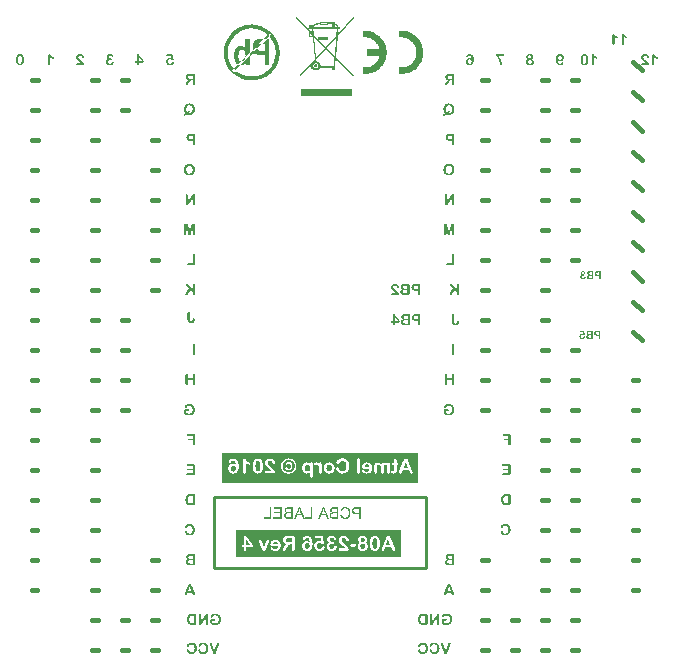
<source format=gbo>
G04 Layer_Color=32896*
%FSLAX43Y43*%
%MOMM*%
G71*
G01*
G75*
%ADD15C,0.400*%
%ADD66C,0.254*%
G36*
X38923Y3143D02*
X38956Y3139D01*
X38986Y3132D01*
X39013Y3127D01*
X39024Y3124D01*
X39035Y3121D01*
X39043Y3117D01*
X39051Y3115D01*
X39057Y3113D01*
X39063Y3111D01*
X39065Y3110D01*
X39066D01*
X39096Y3096D01*
X39123Y3080D01*
X39148Y3064D01*
X39169Y3049D01*
X39186Y3035D01*
X39198Y3022D01*
X39203Y3018D01*
X39207Y3014D01*
X39209Y3013D01*
X39210Y3012D01*
X39231Y2986D01*
X39250Y2961D01*
X39266Y2936D01*
X39280Y2911D01*
X39290Y2890D01*
X39294Y2881D01*
X39297Y2873D01*
X39300Y2867D01*
X39303Y2862D01*
X39304Y2859D01*
Y2858D01*
X39315Y2824D01*
X39323Y2788D01*
X39329Y2754D01*
X39333Y2722D01*
X39334Y2708D01*
X39336Y2694D01*
Y2683D01*
X39337Y2673D01*
Y2665D01*
Y2659D01*
Y2655D01*
Y2654D01*
Y2628D01*
X39334Y2604D01*
X39333Y2581D01*
X39331Y2561D01*
X39328Y2544D01*
X39327Y2533D01*
X39325Y2528D01*
X39324Y2524D01*
Y2523D01*
Y2522D01*
X39319Y2499D01*
X39313Y2477D01*
X39306Y2457D01*
X39300Y2439D01*
X39294Y2425D01*
X39289Y2414D01*
X39286Y2406D01*
X39285Y2405D01*
Y2403D01*
X39275Y2383D01*
X39263Y2365D01*
X39253Y2348D01*
X39243Y2334D01*
X39234Y2321D01*
X39228Y2312D01*
X39223Y2307D01*
X39221Y2304D01*
X39205Y2287D01*
X39190Y2271D01*
X39174Y2259D01*
X39160Y2247D01*
X39148Y2238D01*
X39139Y2231D01*
X39132Y2227D01*
X39130Y2226D01*
X39111Y2215D01*
X39092Y2207D01*
X39073Y2199D01*
X39056Y2193D01*
X39041Y2189D01*
X39030Y2185D01*
X39022Y2184D01*
X39021Y2182D01*
X39019D01*
X38996Y2177D01*
X38972Y2175D01*
X38950Y2172D01*
X38928Y2170D01*
X38910D01*
X38896Y2168D01*
X38883D01*
X38848Y2170D01*
X38815Y2174D01*
X38786Y2179D01*
X38760Y2184D01*
X38749Y2186D01*
X38739Y2189D01*
X38731Y2191D01*
X38723Y2194D01*
X38718Y2196D01*
X38715Y2198D01*
X38712Y2199D01*
X38711D01*
X38684Y2212D01*
X38661Y2226D01*
X38640Y2240D01*
X38623Y2252D01*
X38609Y2264D01*
X38599Y2273D01*
X38593Y2279D01*
X38590Y2282D01*
X38574Y2301D01*
X38558Y2320D01*
X38547Y2336D01*
X38537Y2353D01*
X38529Y2365D01*
X38524Y2375D01*
X38522Y2382D01*
X38520Y2384D01*
X38513Y2403D01*
X38508Y2421D01*
X38502Y2438D01*
X38500Y2452D01*
X38499Y2464D01*
X38497Y2473D01*
Y2478D01*
Y2481D01*
X38499Y2494D01*
X38501Y2505D01*
X38505Y2515D01*
X38510Y2524D01*
X38515Y2532D01*
X38519Y2537D01*
X38522Y2539D01*
X38523Y2541D01*
X38532Y2548D01*
X38542Y2555D01*
X38552Y2558D01*
X38561Y2562D01*
X38569Y2563D01*
X38575Y2565D01*
X38580D01*
X38594Y2563D01*
X38607Y2561D01*
X38617Y2557D01*
X38624Y2553D01*
X38631Y2548D01*
X38635Y2544D01*
X38637Y2542D01*
X38638Y2541D01*
X38645Y2532D01*
X38651Y2522D01*
X38660Y2501D01*
X38664Y2492D01*
X38666Y2486D01*
X38669Y2481D01*
Y2480D01*
X38680Y2452D01*
X38694Y2428D01*
X38709Y2407D01*
X38723Y2391D01*
X38736Y2377D01*
X38746Y2368D01*
X38753Y2363D01*
X38754Y2360D01*
X38755D01*
X38777Y2346D01*
X38801Y2337D01*
X38824Y2330D01*
X38845Y2325D01*
X38864Y2322D01*
X38873Y2321D01*
X38880D01*
X38886Y2320D01*
X38894D01*
X38922Y2321D01*
X38947Y2325D01*
X38970Y2331D01*
X38989Y2337D01*
X39005Y2344D01*
X39017Y2350D01*
X39024Y2354D01*
X39026Y2355D01*
X39027D01*
X39047Y2370D01*
X39064Y2387D01*
X39079Y2406D01*
X39090Y2424D01*
X39101Y2439D01*
X39108Y2453D01*
X39110Y2457D01*
X39112Y2461D01*
X39113Y2463D01*
Y2464D01*
X39123Y2494D01*
X39131Y2524D01*
X39136Y2555D01*
X39140Y2584D01*
X39141Y2596D01*
X39143Y2609D01*
Y2619D01*
X39144Y2629D01*
Y2637D01*
Y2642D01*
Y2646D01*
Y2647D01*
X39143Y2678D01*
X39141Y2706D01*
X39137Y2732D01*
X39134Y2757D01*
X39127Y2779D01*
X39122Y2801D01*
X39116Y2820D01*
X39110Y2837D01*
X39103Y2852D01*
X39097Y2866D01*
X39090Y2877D01*
X39085Y2886D01*
X39082Y2894D01*
X39078Y2899D01*
X39076Y2901D01*
X39075Y2903D01*
X39061Y2919D01*
X39047Y2932D01*
X39032Y2944D01*
X39017Y2955D01*
X39000Y2964D01*
X38985Y2971D01*
X38970Y2976D01*
X38955Y2981D01*
X38941Y2985D01*
X38928Y2988D01*
X38916Y2990D01*
X38906Y2991D01*
X38899Y2993D01*
X38887D01*
X38861Y2991D01*
X38836Y2988D01*
X38815Y2981D01*
X38797Y2975D01*
X38783Y2969D01*
X38772Y2962D01*
X38765Y2958D01*
X38763Y2957D01*
X38745Y2943D01*
X38727Y2927D01*
X38713Y2909D01*
X38699Y2891D01*
X38689Y2876D01*
X38682Y2863D01*
X38679Y2858D01*
X38676Y2854D01*
X38675Y2853D01*
Y2852D01*
X38666Y2838D01*
X38659Y2825D01*
X38652Y2815D01*
X38646Y2806D01*
X38641Y2800D01*
X38637Y2796D01*
X38636Y2793D01*
X38635Y2792D01*
X38627Y2786D01*
X38618Y2782D01*
X38599Y2777D01*
X38591Y2776D01*
X38585Y2774D01*
X38579D01*
X38567Y2776D01*
X38557Y2778D01*
X38547Y2782D01*
X38539Y2787D01*
X38533Y2792D01*
X38528Y2796D01*
X38525Y2798D01*
X38524Y2800D01*
X38516Y2810D01*
X38510Y2820D01*
X38506Y2829D01*
X38502Y2839D01*
X38501Y2847D01*
X38500Y2853D01*
Y2857D01*
Y2858D01*
X38502Y2881D01*
X38508Y2903D01*
X38515Y2924D01*
X38524Y2944D01*
X38533Y2961D01*
X38541Y2974D01*
X38543Y2979D01*
X38546Y2983D01*
X38548Y2984D01*
Y2985D01*
X38567Y3009D01*
X38589Y3031D01*
X38612Y3050D01*
X38635Y3066D01*
X38655Y3080D01*
X38662Y3085D01*
X38670Y3091D01*
X38676Y3093D01*
X38682Y3096D01*
X38684Y3098D01*
X38685D01*
X38720Y3113D01*
X38754Y3125D01*
X38788Y3132D01*
X38820Y3139D01*
X38835Y3140D01*
X38848Y3141D01*
X38859Y3143D01*
X38869D01*
X38877Y3144D01*
X38889D01*
X38923Y3143D01*
D02*
G37*
G36*
X37947D02*
X37980Y3139D01*
X38011Y3132D01*
X38038Y3127D01*
X38049Y3124D01*
X38059Y3121D01*
X38068Y3117D01*
X38076Y3115D01*
X38082Y3113D01*
X38087Y3111D01*
X38090Y3110D01*
X38091D01*
X38120Y3096D01*
X38148Y3080D01*
X38172Y3064D01*
X38194Y3049D01*
X38210Y3035D01*
X38223Y3022D01*
X38228Y3018D01*
X38232Y3014D01*
X38233Y3013D01*
X38234Y3012D01*
X38256Y2986D01*
X38275Y2961D01*
X38290Y2936D01*
X38304Y2911D01*
X38314Y2890D01*
X38318Y2881D01*
X38322Y2873D01*
X38325Y2867D01*
X38327Y2862D01*
X38328Y2859D01*
Y2858D01*
X38340Y2824D01*
X38348Y2788D01*
X38354Y2754D01*
X38358Y2722D01*
X38359Y2708D01*
X38360Y2694D01*
Y2683D01*
X38361Y2673D01*
Y2665D01*
Y2659D01*
Y2655D01*
Y2654D01*
Y2628D01*
X38359Y2604D01*
X38358Y2581D01*
X38355Y2561D01*
X38353Y2544D01*
X38351Y2533D01*
X38350Y2528D01*
X38349Y2524D01*
Y2523D01*
Y2522D01*
X38344Y2499D01*
X38337Y2477D01*
X38331Y2457D01*
X38325Y2439D01*
X38318Y2425D01*
X38313Y2414D01*
X38311Y2406D01*
X38309Y2405D01*
Y2403D01*
X38299Y2383D01*
X38288Y2365D01*
X38278Y2348D01*
X38268Y2334D01*
X38259Y2321D01*
X38252Y2312D01*
X38247Y2307D01*
X38246Y2304D01*
X38229Y2287D01*
X38214Y2271D01*
X38199Y2259D01*
X38185Y2247D01*
X38172Y2238D01*
X38163Y2231D01*
X38157Y2227D01*
X38154Y2226D01*
X38135Y2215D01*
X38116Y2207D01*
X38097Y2199D01*
X38081Y2193D01*
X38066Y2189D01*
X38054Y2185D01*
X38047Y2184D01*
X38045Y2182D01*
X38044D01*
X38021Y2177D01*
X37997Y2175D01*
X37974Y2172D01*
X37953Y2170D01*
X37935D01*
X37921Y2168D01*
X37908D01*
X37873Y2170D01*
X37840Y2174D01*
X37810Y2179D01*
X37785Y2184D01*
X37773Y2186D01*
X37763Y2189D01*
X37756Y2191D01*
X37748Y2194D01*
X37743Y2196D01*
X37739Y2198D01*
X37737Y2199D01*
X37735D01*
X37709Y2212D01*
X37686Y2226D01*
X37664Y2240D01*
X37648Y2252D01*
X37634Y2264D01*
X37624Y2273D01*
X37617Y2279D01*
X37615Y2282D01*
X37598Y2301D01*
X37583Y2320D01*
X37572Y2336D01*
X37561Y2353D01*
X37554Y2365D01*
X37549Y2375D01*
X37546Y2382D01*
X37545Y2384D01*
X37537Y2403D01*
X37532Y2421D01*
X37527Y2438D01*
X37525Y2452D01*
X37523Y2464D01*
X37522Y2473D01*
Y2478D01*
Y2481D01*
X37523Y2494D01*
X37526Y2505D01*
X37530Y2515D01*
X37535Y2524D01*
X37540Y2532D01*
X37544Y2537D01*
X37546Y2539D01*
X37547Y2541D01*
X37556Y2548D01*
X37566Y2555D01*
X37577Y2558D01*
X37586Y2562D01*
X37593Y2563D01*
X37599Y2565D01*
X37605D01*
X37619Y2563D01*
X37631Y2561D01*
X37641Y2557D01*
X37649Y2553D01*
X37655Y2548D01*
X37659Y2544D01*
X37662Y2542D01*
X37663Y2541D01*
X37669Y2532D01*
X37676Y2522D01*
X37685Y2501D01*
X37688Y2492D01*
X37691Y2486D01*
X37693Y2481D01*
Y2480D01*
X37705Y2452D01*
X37719Y2428D01*
X37734Y2407D01*
X37748Y2391D01*
X37761Y2377D01*
X37771Y2368D01*
X37777Y2363D01*
X37779Y2360D01*
X37780D01*
X37801Y2346D01*
X37826Y2337D01*
X37848Y2330D01*
X37870Y2325D01*
X37889Y2322D01*
X37898Y2321D01*
X37904D01*
X37911Y2320D01*
X37918D01*
X37946Y2321D01*
X37972Y2325D01*
X37994Y2331D01*
X38014Y2337D01*
X38030Y2344D01*
X38041Y2350D01*
X38049Y2354D01*
X38050Y2355D01*
X38052D01*
X38072Y2370D01*
X38088Y2387D01*
X38104Y2406D01*
X38115Y2424D01*
X38125Y2439D01*
X38133Y2453D01*
X38134Y2457D01*
X38137Y2461D01*
X38138Y2463D01*
Y2464D01*
X38148Y2494D01*
X38156Y2524D01*
X38161Y2555D01*
X38165Y2584D01*
X38166Y2596D01*
X38167Y2609D01*
Y2619D01*
X38168Y2629D01*
Y2637D01*
Y2642D01*
Y2646D01*
Y2647D01*
X38167Y2678D01*
X38166Y2706D01*
X38162Y2732D01*
X38158Y2757D01*
X38152Y2779D01*
X38147Y2801D01*
X38141Y2820D01*
X38134Y2837D01*
X38128Y2852D01*
X38121Y2866D01*
X38115Y2877D01*
X38110Y2886D01*
X38106Y2894D01*
X38102Y2899D01*
X38101Y2901D01*
X38100Y2903D01*
X38086Y2919D01*
X38072Y2932D01*
X38057Y2944D01*
X38041Y2955D01*
X38025Y2964D01*
X38010Y2971D01*
X37994Y2976D01*
X37979Y2981D01*
X37965Y2985D01*
X37953Y2988D01*
X37941Y2990D01*
X37931Y2991D01*
X37923Y2993D01*
X37912D01*
X37885Y2991D01*
X37861Y2988D01*
X37840Y2981D01*
X37822Y2975D01*
X37808Y2969D01*
X37796Y2962D01*
X37790Y2958D01*
X37787Y2957D01*
X37770Y2943D01*
X37752Y2927D01*
X37738Y2909D01*
X37724Y2891D01*
X37714Y2876D01*
X37706Y2863D01*
X37704Y2858D01*
X37701Y2854D01*
X37700Y2853D01*
Y2852D01*
X37691Y2838D01*
X37683Y2825D01*
X37677Y2815D01*
X37671Y2806D01*
X37666Y2800D01*
X37662Y2796D01*
X37660Y2793D01*
X37659Y2792D01*
X37652Y2786D01*
X37643Y2782D01*
X37624Y2777D01*
X37616Y2776D01*
X37610Y2774D01*
X37603D01*
X37592Y2776D01*
X37582Y2778D01*
X37572Y2782D01*
X37564Y2787D01*
X37558Y2792D01*
X37553Y2796D01*
X37550Y2798D01*
X37549Y2800D01*
X37541Y2810D01*
X37535Y2820D01*
X37531Y2829D01*
X37527Y2839D01*
X37526Y2847D01*
X37525Y2853D01*
Y2857D01*
Y2858D01*
X37527Y2881D01*
X37532Y2903D01*
X37540Y2924D01*
X37549Y2944D01*
X37558Y2961D01*
X37565Y2974D01*
X37568Y2979D01*
X37570Y2983D01*
X37573Y2984D01*
Y2985D01*
X37592Y3009D01*
X37613Y3031D01*
X37636Y3050D01*
X37659Y3066D01*
X37680Y3080D01*
X37687Y3085D01*
X37695Y3091D01*
X37701Y3093D01*
X37706Y3096D01*
X37709Y3098D01*
X37710D01*
X37744Y3113D01*
X37779Y3125D01*
X37813Y3132D01*
X37845Y3139D01*
X37860Y3140D01*
X37873Y3141D01*
X37884Y3143D01*
X37894D01*
X37902Y3144D01*
X37913D01*
X37947Y3143D01*
D02*
G37*
G36*
X39228Y5593D02*
X39239Y5591D01*
X39249Y5588D01*
X39258Y5585D01*
X39266Y5581D01*
X39272Y5577D01*
X39276Y5576D01*
X39277Y5575D01*
X39287Y5567D01*
X39295Y5560D01*
X39301Y5552D01*
X39308Y5544D01*
X39311Y5538D01*
X39314Y5533D01*
X39317Y5529D01*
Y5528D01*
X39320Y5518D01*
X39323Y5505D01*
X39325Y5482D01*
X39327Y5472D01*
Y5463D01*
Y5458D01*
Y5455D01*
Y4728D01*
X39325Y4709D01*
X39323Y4692D01*
X39319Y4678D01*
X39314Y4667D01*
X39310Y4658D01*
X39306Y4652D01*
X39304Y4648D01*
X39303Y4646D01*
X39292Y4638D01*
X39282Y4630D01*
X39271Y4625D01*
X39261Y4622D01*
X39252Y4620D01*
X39244Y4618D01*
X39238D01*
X39224Y4620D01*
X39211Y4622D01*
X39200Y4627D01*
X39191Y4632D01*
X39183Y4636D01*
X39178Y4641D01*
X39174Y4644D01*
X39173Y4645D01*
X39164Y4657D01*
X39158Y4669D01*
X39154Y4683D01*
X39150Y4697D01*
X39149Y4709D01*
X39148Y4719D01*
Y4725D01*
Y4728D01*
Y5280D01*
X38791Y4730D01*
X38779Y4714D01*
X38769Y4700D01*
X38765Y4693D01*
X38763Y4690D01*
X38762Y4687D01*
X38760Y4686D01*
X38748Y4671D01*
X38737Y4659D01*
X38729Y4652D01*
X38727Y4650D01*
X38726Y4649D01*
X38712Y4639D01*
X38701Y4632D01*
X38695Y4630D01*
X38692Y4627D01*
X38689Y4626D01*
X38688D01*
X38671Y4622D01*
X38656Y4620D01*
X38650Y4618D01*
X38641D01*
X38623Y4620D01*
X38607Y4624D01*
X38593Y4630D01*
X38581Y4638D01*
X38571Y4648D01*
X38563Y4658D01*
X38556Y4668D01*
X38551Y4681D01*
X38543Y4702D01*
X38541Y4714D01*
X38539Y4723D01*
Y4730D01*
X38538Y4737D01*
Y4740D01*
Y4742D01*
Y5483D01*
X38539Y5502D01*
X38542Y5519D01*
X38546Y5533D01*
X38549Y5546D01*
X38555Y5554D01*
X38558Y5561D01*
X38561Y5565D01*
X38562Y5566D01*
X38572Y5575D01*
X38582Y5582D01*
X38593Y5588D01*
X38604Y5590D01*
X38613Y5593D01*
X38621Y5594D01*
X38627D01*
X38641Y5593D01*
X38654Y5590D01*
X38665Y5585D01*
X38674Y5580D01*
X38682Y5575D01*
X38687Y5570D01*
X38689Y5567D01*
X38690Y5566D01*
X38698Y5554D01*
X38703Y5542D01*
X38708Y5528D01*
X38711Y5514D01*
X38712Y5502D01*
X38713Y5492D01*
Y5486D01*
Y5485D01*
Y5483D01*
Y4923D01*
X39080Y5478D01*
X39092Y5496D01*
X39102Y5511D01*
X39106Y5518D01*
X39108Y5521D01*
X39110Y5524D01*
X39111Y5525D01*
X39121Y5541D01*
X39130Y5552D01*
X39136Y5560D01*
X39137Y5562D01*
X39139D01*
X39150Y5571D01*
X39160Y5579D01*
X39168Y5584D01*
X39170Y5585D01*
X39172D01*
X39186Y5590D01*
X39200Y5593D01*
X39206Y5594D01*
X39215D01*
X39228Y5593D01*
D02*
G37*
G36*
X19348Y3143D02*
X19381Y3139D01*
X19411Y3132D01*
X19438Y3127D01*
X19449Y3124D01*
X19460Y3121D01*
X19468Y3117D01*
X19476Y3115D01*
X19482Y3113D01*
X19488Y3111D01*
X19490Y3110D01*
X19491D01*
X19521Y3096D01*
X19548Y3080D01*
X19573Y3064D01*
X19594Y3049D01*
X19611Y3035D01*
X19623Y3022D01*
X19628Y3018D01*
X19632Y3014D01*
X19634Y3013D01*
X19635Y3012D01*
X19656Y2986D01*
X19675Y2961D01*
X19691Y2936D01*
X19705Y2911D01*
X19715Y2890D01*
X19719Y2881D01*
X19722Y2873D01*
X19725Y2867D01*
X19728Y2862D01*
X19729Y2859D01*
Y2858D01*
X19740Y2824D01*
X19748Y2788D01*
X19754Y2754D01*
X19758Y2722D01*
X19759Y2708D01*
X19761Y2694D01*
Y2683D01*
X19762Y2673D01*
Y2665D01*
Y2659D01*
Y2655D01*
Y2654D01*
Y2628D01*
X19759Y2604D01*
X19758Y2581D01*
X19756Y2561D01*
X19753Y2544D01*
X19752Y2533D01*
X19750Y2528D01*
X19749Y2524D01*
Y2523D01*
Y2522D01*
X19744Y2499D01*
X19738Y2477D01*
X19731Y2457D01*
X19725Y2439D01*
X19719Y2425D01*
X19714Y2414D01*
X19711Y2406D01*
X19710Y2405D01*
Y2403D01*
X19700Y2383D01*
X19688Y2365D01*
X19678Y2348D01*
X19668Y2334D01*
X19659Y2321D01*
X19653Y2312D01*
X19648Y2307D01*
X19646Y2304D01*
X19630Y2287D01*
X19615Y2271D01*
X19599Y2259D01*
X19585Y2247D01*
X19573Y2238D01*
X19564Y2231D01*
X19557Y2227D01*
X19555Y2226D01*
X19536Y2215D01*
X19517Y2207D01*
X19498Y2199D01*
X19481Y2193D01*
X19466Y2189D01*
X19455Y2185D01*
X19447Y2184D01*
X19446Y2182D01*
X19444D01*
X19421Y2177D01*
X19397Y2175D01*
X19375Y2172D01*
X19353Y2170D01*
X19335D01*
X19321Y2168D01*
X19308D01*
X19273Y2170D01*
X19240Y2174D01*
X19211Y2179D01*
X19185Y2184D01*
X19174Y2186D01*
X19164Y2189D01*
X19156Y2191D01*
X19148Y2194D01*
X19143Y2196D01*
X19140Y2198D01*
X19137Y2199D01*
X19136D01*
X19109Y2212D01*
X19086Y2226D01*
X19065Y2240D01*
X19048Y2252D01*
X19034Y2264D01*
X19024Y2273D01*
X19018Y2279D01*
X19015Y2282D01*
X18999Y2301D01*
X18983Y2320D01*
X18972Y2336D01*
X18962Y2353D01*
X18954Y2365D01*
X18949Y2375D01*
X18947Y2382D01*
X18945Y2384D01*
X18938Y2403D01*
X18933Y2421D01*
X18927Y2438D01*
X18925Y2452D01*
X18924Y2464D01*
X18922Y2473D01*
Y2478D01*
Y2481D01*
X18924Y2494D01*
X18926Y2505D01*
X18930Y2515D01*
X18935Y2524D01*
X18940Y2532D01*
X18944Y2537D01*
X18947Y2539D01*
X18948Y2541D01*
X18957Y2548D01*
X18967Y2555D01*
X18977Y2558D01*
X18986Y2562D01*
X18993Y2563D01*
X19000Y2565D01*
X19005D01*
X19019Y2563D01*
X19032Y2561D01*
X19042Y2557D01*
X19049Y2553D01*
X19056Y2548D01*
X19060Y2544D01*
X19062Y2542D01*
X19063Y2541D01*
X19070Y2532D01*
X19076Y2522D01*
X19085Y2501D01*
X19089Y2492D01*
X19091Y2486D01*
X19094Y2481D01*
Y2480D01*
X19105Y2452D01*
X19119Y2428D01*
X19134Y2407D01*
X19148Y2391D01*
X19161Y2377D01*
X19171Y2368D01*
X19178Y2363D01*
X19179Y2360D01*
X19180D01*
X19202Y2346D01*
X19226Y2337D01*
X19249Y2330D01*
X19270Y2325D01*
X19289Y2322D01*
X19298Y2321D01*
X19305D01*
X19311Y2320D01*
X19319D01*
X19347Y2321D01*
X19372Y2325D01*
X19395Y2331D01*
X19414Y2337D01*
X19430Y2344D01*
X19442Y2350D01*
X19449Y2354D01*
X19451Y2355D01*
X19452D01*
X19472Y2370D01*
X19489Y2387D01*
X19504Y2406D01*
X19515Y2424D01*
X19526Y2439D01*
X19533Y2453D01*
X19535Y2457D01*
X19537Y2461D01*
X19538Y2463D01*
Y2464D01*
X19548Y2494D01*
X19556Y2524D01*
X19561Y2555D01*
X19565Y2584D01*
X19566Y2596D01*
X19568Y2609D01*
Y2619D01*
X19569Y2629D01*
Y2637D01*
Y2642D01*
Y2646D01*
Y2647D01*
X19568Y2678D01*
X19566Y2706D01*
X19562Y2732D01*
X19559Y2757D01*
X19552Y2779D01*
X19547Y2801D01*
X19541Y2820D01*
X19535Y2837D01*
X19528Y2852D01*
X19522Y2866D01*
X19515Y2877D01*
X19510Y2886D01*
X19507Y2894D01*
X19503Y2899D01*
X19501Y2901D01*
X19500Y2903D01*
X19486Y2919D01*
X19472Y2932D01*
X19457Y2944D01*
X19442Y2955D01*
X19425Y2964D01*
X19410Y2971D01*
X19395Y2976D01*
X19380Y2981D01*
X19366Y2985D01*
X19353Y2988D01*
X19341Y2990D01*
X19331Y2991D01*
X19324Y2993D01*
X19312D01*
X19286Y2991D01*
X19261Y2988D01*
X19240Y2981D01*
X19222Y2975D01*
X19208Y2969D01*
X19197Y2962D01*
X19190Y2958D01*
X19188Y2957D01*
X19170Y2943D01*
X19152Y2927D01*
X19138Y2909D01*
X19124Y2891D01*
X19114Y2876D01*
X19107Y2863D01*
X19104Y2858D01*
X19101Y2854D01*
X19100Y2853D01*
Y2852D01*
X19091Y2838D01*
X19084Y2825D01*
X19077Y2815D01*
X19071Y2806D01*
X19066Y2800D01*
X19062Y2796D01*
X19061Y2793D01*
X19060Y2792D01*
X19052Y2786D01*
X19043Y2782D01*
X19024Y2777D01*
X19016Y2776D01*
X19010Y2774D01*
X19004D01*
X18992Y2776D01*
X18982Y2778D01*
X18972Y2782D01*
X18964Y2787D01*
X18958Y2792D01*
X18953Y2796D01*
X18950Y2798D01*
X18949Y2800D01*
X18941Y2810D01*
X18935Y2820D01*
X18931Y2829D01*
X18927Y2839D01*
X18926Y2847D01*
X18925Y2853D01*
Y2857D01*
Y2858D01*
X18927Y2881D01*
X18933Y2903D01*
X18940Y2924D01*
X18949Y2944D01*
X18958Y2961D01*
X18966Y2974D01*
X18968Y2979D01*
X18971Y2983D01*
X18973Y2984D01*
Y2985D01*
X18992Y3009D01*
X19014Y3031D01*
X19037Y3050D01*
X19060Y3066D01*
X19080Y3080D01*
X19087Y3085D01*
X19095Y3091D01*
X19101Y3093D01*
X19107Y3096D01*
X19109Y3098D01*
X19110D01*
X19145Y3113D01*
X19179Y3125D01*
X19213Y3132D01*
X19245Y3139D01*
X19260Y3140D01*
X19273Y3141D01*
X19284Y3143D01*
X19294D01*
X19302Y3144D01*
X19314D01*
X19348Y3143D01*
D02*
G37*
G36*
X18372D02*
X18405Y3139D01*
X18436Y3132D01*
X18463Y3127D01*
X18474Y3124D01*
X18484Y3121D01*
X18493Y3117D01*
X18501Y3115D01*
X18507Y3113D01*
X18512Y3111D01*
X18515Y3110D01*
X18516D01*
X18545Y3096D01*
X18573Y3080D01*
X18597Y3064D01*
X18619Y3049D01*
X18635Y3035D01*
X18648Y3022D01*
X18653Y3018D01*
X18657Y3014D01*
X18658Y3013D01*
X18659Y3012D01*
X18681Y2986D01*
X18700Y2961D01*
X18715Y2936D01*
X18729Y2911D01*
X18740Y2890D01*
X18743Y2881D01*
X18747Y2873D01*
X18750Y2867D01*
X18752Y2862D01*
X18753Y2859D01*
Y2858D01*
X18765Y2824D01*
X18773Y2788D01*
X18779Y2754D01*
X18783Y2722D01*
X18784Y2708D01*
X18785Y2694D01*
Y2683D01*
X18786Y2673D01*
Y2665D01*
Y2659D01*
Y2655D01*
Y2654D01*
Y2628D01*
X18784Y2604D01*
X18783Y2581D01*
X18780Y2561D01*
X18778Y2544D01*
X18776Y2533D01*
X18775Y2528D01*
X18774Y2524D01*
Y2523D01*
Y2522D01*
X18769Y2499D01*
X18762Y2477D01*
X18756Y2457D01*
X18750Y2439D01*
X18743Y2425D01*
X18738Y2414D01*
X18736Y2406D01*
X18734Y2405D01*
Y2403D01*
X18724Y2383D01*
X18713Y2365D01*
X18703Y2348D01*
X18693Y2334D01*
X18684Y2321D01*
X18677Y2312D01*
X18672Y2307D01*
X18671Y2304D01*
X18654Y2287D01*
X18639Y2271D01*
X18624Y2259D01*
X18610Y2247D01*
X18597Y2238D01*
X18588Y2231D01*
X18582Y2227D01*
X18579Y2226D01*
X18560Y2215D01*
X18541Y2207D01*
X18522Y2199D01*
X18506Y2193D01*
X18491Y2189D01*
X18479Y2185D01*
X18472Y2184D01*
X18470Y2182D01*
X18469D01*
X18446Y2177D01*
X18422Y2175D01*
X18399Y2172D01*
X18378Y2170D01*
X18360D01*
X18346Y2168D01*
X18333D01*
X18298Y2170D01*
X18265Y2174D01*
X18235Y2179D01*
X18210Y2184D01*
X18198Y2186D01*
X18188Y2189D01*
X18181Y2191D01*
X18173Y2194D01*
X18168Y2196D01*
X18164Y2198D01*
X18162Y2199D01*
X18160D01*
X18134Y2212D01*
X18111Y2226D01*
X18089Y2240D01*
X18073Y2252D01*
X18059Y2264D01*
X18049Y2273D01*
X18042Y2279D01*
X18040Y2282D01*
X18023Y2301D01*
X18008Y2320D01*
X17997Y2336D01*
X17986Y2353D01*
X17979Y2365D01*
X17974Y2375D01*
X17971Y2382D01*
X17970Y2384D01*
X17962Y2403D01*
X17957Y2421D01*
X17952Y2438D01*
X17950Y2452D01*
X17948Y2464D01*
X17947Y2473D01*
Y2478D01*
Y2481D01*
X17948Y2494D01*
X17951Y2505D01*
X17955Y2515D01*
X17960Y2524D01*
X17965Y2532D01*
X17969Y2537D01*
X17971Y2539D01*
X17972Y2541D01*
X17981Y2548D01*
X17991Y2555D01*
X18002Y2558D01*
X18011Y2562D01*
X18018Y2563D01*
X18024Y2565D01*
X18030D01*
X18044Y2563D01*
X18056Y2561D01*
X18066Y2557D01*
X18074Y2553D01*
X18080Y2548D01*
X18084Y2544D01*
X18087Y2542D01*
X18088Y2541D01*
X18094Y2532D01*
X18101Y2522D01*
X18110Y2501D01*
X18113Y2492D01*
X18116Y2486D01*
X18118Y2481D01*
Y2480D01*
X18130Y2452D01*
X18144Y2428D01*
X18159Y2407D01*
X18173Y2391D01*
X18186Y2377D01*
X18196Y2368D01*
X18202Y2363D01*
X18204Y2360D01*
X18205D01*
X18226Y2346D01*
X18251Y2337D01*
X18273Y2330D01*
X18295Y2325D01*
X18314Y2322D01*
X18323Y2321D01*
X18329D01*
X18336Y2320D01*
X18343D01*
X18371Y2321D01*
X18397Y2325D01*
X18419Y2331D01*
X18439Y2337D01*
X18455Y2344D01*
X18466Y2350D01*
X18474Y2354D01*
X18475Y2355D01*
X18477D01*
X18497Y2370D01*
X18513Y2387D01*
X18529Y2406D01*
X18540Y2424D01*
X18550Y2439D01*
X18558Y2453D01*
X18559Y2457D01*
X18562Y2461D01*
X18563Y2463D01*
Y2464D01*
X18573Y2494D01*
X18581Y2524D01*
X18586Y2555D01*
X18590Y2584D01*
X18591Y2596D01*
X18592Y2609D01*
Y2619D01*
X18593Y2629D01*
Y2637D01*
Y2642D01*
Y2646D01*
Y2647D01*
X18592Y2678D01*
X18591Y2706D01*
X18587Y2732D01*
X18583Y2757D01*
X18577Y2779D01*
X18572Y2801D01*
X18566Y2820D01*
X18559Y2837D01*
X18553Y2852D01*
X18546Y2866D01*
X18540Y2877D01*
X18535Y2886D01*
X18531Y2894D01*
X18527Y2899D01*
X18526Y2901D01*
X18525Y2903D01*
X18511Y2919D01*
X18497Y2932D01*
X18482Y2944D01*
X18466Y2955D01*
X18450Y2964D01*
X18435Y2971D01*
X18419Y2976D01*
X18404Y2981D01*
X18390Y2985D01*
X18378Y2988D01*
X18366Y2990D01*
X18356Y2991D01*
X18348Y2993D01*
X18337D01*
X18310Y2991D01*
X18286Y2988D01*
X18265Y2981D01*
X18247Y2975D01*
X18233Y2969D01*
X18221Y2962D01*
X18215Y2958D01*
X18212Y2957D01*
X18195Y2943D01*
X18177Y2927D01*
X18163Y2909D01*
X18149Y2891D01*
X18139Y2876D01*
X18131Y2863D01*
X18129Y2858D01*
X18126Y2854D01*
X18125Y2853D01*
Y2852D01*
X18116Y2838D01*
X18108Y2825D01*
X18102Y2815D01*
X18096Y2806D01*
X18091Y2800D01*
X18087Y2796D01*
X18085Y2793D01*
X18084Y2792D01*
X18077Y2786D01*
X18068Y2782D01*
X18049Y2777D01*
X18041Y2776D01*
X18035Y2774D01*
X18028D01*
X18017Y2776D01*
X18007Y2778D01*
X17997Y2782D01*
X17989Y2787D01*
X17983Y2792D01*
X17978Y2796D01*
X17975Y2798D01*
X17974Y2800D01*
X17966Y2810D01*
X17960Y2820D01*
X17956Y2829D01*
X17952Y2839D01*
X17951Y2847D01*
X17950Y2853D01*
Y2857D01*
Y2858D01*
X17952Y2881D01*
X17957Y2903D01*
X17965Y2924D01*
X17974Y2944D01*
X17983Y2961D01*
X17990Y2974D01*
X17993Y2979D01*
X17995Y2983D01*
X17998Y2984D01*
Y2985D01*
X18017Y3009D01*
X18038Y3031D01*
X18061Y3050D01*
X18084Y3066D01*
X18104Y3080D01*
X18112Y3085D01*
X18120Y3091D01*
X18126Y3093D01*
X18131Y3096D01*
X18134Y3098D01*
X18135D01*
X18169Y3113D01*
X18204Y3125D01*
X18238Y3132D01*
X18270Y3139D01*
X18285Y3140D01*
X18298Y3141D01*
X18309Y3143D01*
X18319D01*
X18327Y3144D01*
X18338D01*
X18372Y3143D01*
D02*
G37*
G36*
X40192D02*
X40204Y3140D01*
X40216Y3135D01*
X40226Y3130D01*
X40233Y3125D01*
X40239Y3120D01*
X40242Y3117D01*
X40244Y3116D01*
X40253Y3106D01*
X40259Y3096D01*
X40263Y3085D01*
X40265Y3077D01*
X40268Y3068D01*
X40269Y3061D01*
Y3057D01*
Y3056D01*
X40268Y3046D01*
X40266Y3036D01*
X40265Y3028D01*
Y3026D01*
Y3024D01*
X40261Y3012D01*
X40259Y3000D01*
X40256Y2993D01*
X40255Y2991D01*
Y2990D01*
X40250Y2977D01*
X40247Y2967D01*
X40245Y2960D01*
X40244Y2958D01*
Y2957D01*
X40019Y2346D01*
X40010Y2321D01*
X40006Y2309D01*
X40002Y2299D01*
X40000Y2290D01*
X39997Y2284D01*
X39995Y2280D01*
Y2279D01*
X39985Y2256D01*
X39981Y2247D01*
X39976Y2238D01*
X39972Y2232D01*
X39969Y2227D01*
X39968Y2223D01*
X39967Y2222D01*
X39953Y2205D01*
X39939Y2194D01*
X39932Y2190D01*
X39927Y2186D01*
X39925Y2185D01*
X39924Y2184D01*
X39913Y2179D01*
X39902Y2175D01*
X39880Y2171D01*
X39872Y2170D01*
X39864Y2168D01*
X39858D01*
X39844Y2170D01*
X39831Y2171D01*
X39821Y2174D01*
X39811Y2176D01*
X39803Y2179D01*
X39798Y2181D01*
X39794Y2184D01*
X39793D01*
X39775Y2196D01*
X39762Y2209D01*
X39757Y2214D01*
X39753Y2219D01*
X39752Y2222D01*
X39751Y2223D01*
X39739Y2242D01*
X39731Y2260D01*
X39727Y2268D01*
X39724Y2274D01*
X39722Y2278D01*
Y2279D01*
X39713Y2303D01*
X39709Y2315D01*
X39705Y2325D01*
X39701Y2334D01*
X39700Y2340D01*
X39698Y2345D01*
Y2346D01*
X39469Y2962D01*
X39465Y2974D01*
X39461Y2984D01*
X39460Y2991D01*
X39459Y2993D01*
Y2994D01*
X39455Y3007D01*
X39451Y3017D01*
X39450Y3024D01*
X39449Y3026D01*
Y3027D01*
X39446Y3038D01*
X39444Y3049D01*
Y3055D01*
Y3057D01*
X39446Y3073D01*
X39450Y3085D01*
X39452Y3091D01*
X39454Y3094D01*
X39456Y3097D01*
Y3098D01*
X39466Y3112D01*
X39477Y3122D01*
X39482Y3126D01*
X39485Y3129D01*
X39488Y3131D01*
X39489D01*
X39504Y3139D01*
X39518Y3143D01*
X39525Y3144D01*
X39534D01*
X39546Y3143D01*
X39557Y3141D01*
X39565Y3139D01*
X39573Y3136D01*
X39579Y3132D01*
X39583Y3130D01*
X39586Y3129D01*
X39587Y3127D01*
X39600Y3116D01*
X39609Y3104D01*
X39611Y3099D01*
X39614Y3096D01*
X39615Y3093D01*
Y3092D01*
X39619Y3083D01*
X39621Y3073D01*
X39630Y3050D01*
X39634Y3038D01*
X39637Y3031D01*
X39638Y3024D01*
X39639Y3022D01*
X39854Y2386D01*
X40067Y3018D01*
X40075Y3041D01*
X40082Y3060D01*
X40089Y3077D01*
X40095Y3091D01*
X40100Y3101D01*
X40104Y3107D01*
X40106Y3112D01*
X40108Y3113D01*
X40117Y3124D01*
X40127Y3131D01*
X40138Y3136D01*
X40150Y3140D01*
X40161Y3143D01*
X40170Y3144D01*
X40178D01*
X40192Y3143D01*
D02*
G37*
G36*
X35481Y30965D02*
X35490Y30963D01*
X35499Y30959D01*
X35507Y30956D01*
X35513Y30952D01*
X35518Y30949D01*
X35521Y30947D01*
X35522Y30945D01*
X35531Y30937D01*
X35540Y30926D01*
X35557Y30905D01*
X35565Y30895D01*
X35571Y30887D01*
X35575Y30882D01*
X35576Y30879D01*
X35917Y30423D01*
X35927Y30411D01*
X35935Y30402D01*
X35940Y30396D01*
X35941Y30393D01*
X35949Y30384D01*
X35954Y30375D01*
X35959Y30369D01*
X35960Y30368D01*
Y30366D01*
X35966Y30356D01*
X35970Y30347D01*
X35973Y30342D01*
X35974Y30340D01*
X35977Y30331D01*
X35978Y30322D01*
Y30317D01*
Y30314D01*
X35977Y30298D01*
X35973Y30283D01*
X35968Y30270D01*
X35963Y30260D01*
X35958Y30251D01*
X35952Y30244D01*
X35949Y30241D01*
X35947Y30239D01*
X35935Y30230D01*
X35921Y30224D01*
X35905Y30219D01*
X35890Y30216D01*
X35876Y30214D01*
X35866Y30213D01*
X35532D01*
Y30092D01*
X35531Y30076D01*
X35528Y30060D01*
X35526Y30048D01*
X35521Y30037D01*
X35517Y30029D01*
X35514Y30023D01*
X35512Y30020D01*
X35510Y30018D01*
X35502Y30011D01*
X35491Y30004D01*
X35483Y30001D01*
X35472Y29997D01*
X35465Y29995D01*
X35458Y29994D01*
X35452D01*
X35439Y29995D01*
X35428Y29998D01*
X35418Y30002D01*
X35409Y30007D01*
X35403Y30011D01*
X35397Y30015D01*
X35395Y30017D01*
X35394Y30018D01*
X35386Y30029D01*
X35381Y30040D01*
X35376Y30053D01*
X35373Y30064D01*
X35372Y30076D01*
X35371Y30084D01*
Y30089D01*
Y30092D01*
Y30213D01*
X35333D01*
X35315Y30214D01*
X35300Y30215D01*
X35287Y30218D01*
X35277Y30222D01*
X35269Y30224D01*
X35264Y30227D01*
X35260Y30228D01*
X35259Y30229D01*
X35251Y30237D01*
X35245Y30244D01*
X35241Y30253D01*
X35237Y30262D01*
X35236Y30271D01*
X35235Y30277D01*
Y30283D01*
Y30284D01*
X35236Y30299D01*
X35240Y30312D01*
X35245Y30322D01*
X35250Y30330D01*
X35255Y30336D01*
X35260Y30340D01*
X35264Y30341D01*
X35265Y30342D01*
X35277Y30347D01*
X35289Y30350D01*
X35303Y30352D01*
X35316Y30355D01*
X35326D01*
X35336Y30356D01*
X35371D01*
Y30853D01*
X35372Y30873D01*
X35375Y30890D01*
X35380Y30905D01*
X35386Y30918D01*
X35394Y30929D01*
X35403Y30938D01*
X35411Y30945D01*
X35420Y30952D01*
X35429Y30957D01*
X35438Y30959D01*
X35455Y30965D01*
X35461D01*
X35466Y30966D01*
X35470D01*
X35481Y30965D01*
D02*
G37*
G36*
X40491Y51278D02*
X40510Y51276D01*
X40525Y51271D01*
X40538Y51265D01*
X40547Y51260D01*
X40554Y51255D01*
X40558Y51253D01*
X40559Y51251D01*
X40568Y51240D01*
X40574Y51226D01*
X40580Y51211D01*
X40582Y51196D01*
X40585Y51183D01*
X40586Y51171D01*
Y51164D01*
Y51163D01*
Y51161D01*
Y50436D01*
X40585Y50416D01*
X40582Y50398D01*
X40578Y50384D01*
X40573Y50371D01*
X40569Y50362D01*
X40566Y50355D01*
X40563Y50351D01*
X40562Y50350D01*
X40552Y50340D01*
X40540Y50333D01*
X40527Y50328D01*
X40516Y50324D01*
X40506Y50322D01*
X40498Y50321D01*
X40491D01*
X40475Y50322D01*
X40463Y50324D01*
X40450Y50329D01*
X40441Y50335D01*
X40432Y50340D01*
X40427Y50345D01*
X40423Y50347D01*
X40422Y50349D01*
X40413Y50360D01*
X40407Y50374D01*
X40402Y50389D01*
X40399Y50403D01*
X40397Y50416D01*
X40395Y50426D01*
Y50434D01*
Y50435D01*
Y50436D01*
Y50740D01*
X40312D01*
X40295Y50737D01*
X40281Y50736D01*
X40268Y50733D01*
X40258Y50731D01*
X40252Y50728D01*
X40247Y50727D01*
X40246Y50726D01*
X40233Y50719D01*
X40220Y50712D01*
X40210Y50704D01*
X40200Y50695D01*
X40191Y50688D01*
X40185Y50681D01*
X40181Y50676D01*
X40179Y50675D01*
X40167Y50660D01*
X40154Y50643D01*
X40141Y50625D01*
X40130Y50609D01*
X40120Y50592D01*
X40112Y50580D01*
X40108Y50575D01*
X40106Y50571D01*
X40105Y50569D01*
Y50568D01*
X40028Y50441D01*
X40019Y50426D01*
X40011Y50412D01*
X40003Y50401D01*
X39998Y50390D01*
X39993Y50383D01*
X39989Y50378D01*
X39988Y50374D01*
X39986Y50373D01*
X39974Y50357D01*
X39961Y50346D01*
X39956Y50341D01*
X39952Y50338D01*
X39950Y50337D01*
X39948Y50336D01*
X39939Y50331D01*
X39931Y50327D01*
X39914Y50323D01*
X39906Y50322D01*
X39900Y50321D01*
X39895D01*
X39876Y50322D01*
X39867Y50324D01*
X39861Y50326D01*
X39854Y50328D01*
X39851Y50329D01*
X39848Y50331D01*
X39847D01*
X39833Y50340D01*
X39823Y50349D01*
X39818Y50356D01*
X39815Y50357D01*
Y50359D01*
X39807Y50373D01*
X39804Y50385D01*
X39802Y50389D01*
Y50393D01*
Y50396D01*
Y50397D01*
X39804Y50404D01*
X39805Y50415D01*
X39812Y50436D01*
X39816Y50446D01*
X39819Y50454D01*
X39821Y50459D01*
X39823Y50462D01*
X39830Y50481D01*
X39840Y50498D01*
X39849Y50517D01*
X39858Y50534D01*
X39867Y50548D01*
X39873Y50559D01*
X39878Y50567D01*
X39880Y50568D01*
Y50569D01*
X39894Y50591D01*
X39908Y50613D01*
X39922Y50632D01*
X39934Y50648D01*
X39946Y50662D01*
X39955Y50672D01*
X39960Y50679D01*
X39962Y50681D01*
X39980Y50700D01*
X39997Y50717D01*
X40013Y50730D01*
X40027Y50741D01*
X40040Y50750D01*
X40050Y50756D01*
X40056Y50760D01*
X40059Y50761D01*
X40037Y50766D01*
X40017Y50773D01*
X39998Y50779D01*
X39980Y50787D01*
X39964Y50794D01*
X39948Y50801D01*
X39936Y50808D01*
X39923Y50816D01*
X39913Y50822D01*
X39904Y50829D01*
X39896Y50835D01*
X39890Y50840D01*
X39885Y50844D01*
X39881Y50848D01*
X39880Y50849D01*
X39878Y50850D01*
X39868Y50863D01*
X39858Y50876D01*
X39844Y50903D01*
X39833Y50931D01*
X39826Y50958D01*
X39821Y50982D01*
X39820Y50992D01*
Y51001D01*
X39819Y51009D01*
Y51014D01*
Y51018D01*
Y51019D01*
X39820Y51038D01*
X39821Y51056D01*
X39824Y51072D01*
X39828Y51088D01*
X39831Y51099D01*
X39834Y51109D01*
X39835Y51114D01*
X39837Y51117D01*
X39844Y51133D01*
X39852Y51149D01*
X39861Y51163D01*
X39870Y51174D01*
X39877Y51184D01*
X39884Y51191D01*
X39887Y51196D01*
X39889Y51197D01*
X39901Y51210D01*
X39915Y51221D01*
X39928Y51230D01*
X39941Y51238D01*
X39951Y51244D01*
X39960Y51248D01*
X39965Y51250D01*
X39967Y51251D01*
X39995Y51262D01*
X40009Y51265D01*
X40021Y51268D01*
X40032Y51271D01*
X40041Y51272D01*
X40046Y51273D01*
X40049D01*
X40066Y51276D01*
X40085Y51277D01*
X40103Y51278D01*
X40121D01*
X40136Y51279D01*
X40469D01*
X40491Y51278D01*
D02*
G37*
G36*
X37617Y30952D02*
X37636Y30949D01*
X37653Y30944D01*
X37666Y30939D01*
X37676Y30934D01*
X37683Y30929D01*
X37687Y30926D01*
X37689Y30925D01*
X37697Y30914D01*
X37705Y30900D01*
X37710Y30884D01*
X37713Y30871D01*
X37715Y30857D01*
X37716Y30845D01*
Y30838D01*
Y30836D01*
Y30835D01*
Y30109D01*
X37715Y30089D01*
X37713Y30072D01*
X37709Y30056D01*
X37704Y30045D01*
X37699Y30036D01*
X37695Y30029D01*
X37692Y30025D01*
X37691Y30023D01*
X37681Y30013D01*
X37669Y30007D01*
X37657Y30002D01*
X37647Y29998D01*
X37636Y29995D01*
X37629Y29994D01*
X37621D01*
X37607Y29995D01*
X37593Y29999D01*
X37582Y30003D01*
X37572Y30009D01*
X37564Y30015D01*
X37559Y30018D01*
X37555Y30022D01*
X37554Y30023D01*
X37545Y30036D01*
X37537Y30049D01*
X37532Y30064D01*
X37530Y30078D01*
X37527Y30091D01*
X37526Y30101D01*
Y30107D01*
Y30110D01*
Y30378D01*
X37351D01*
X37319Y30379D01*
X37288Y30382D01*
X37262Y30384D01*
X37235Y30389D01*
X37212Y30394D01*
X37191Y30401D01*
X37170Y30408D01*
X37153Y30415D01*
X37137Y30421D01*
X37123Y30429D01*
X37112Y30435D01*
X37103Y30440D01*
X37095Y30445D01*
X37090Y30449D01*
X37088Y30450D01*
X37087Y30451D01*
X37071Y30467D01*
X37057Y30482D01*
X37046Y30498D01*
X37034Y30516D01*
X37027Y30535D01*
X37019Y30553D01*
X37013Y30571D01*
X37009Y30589D01*
X37005Y30605D01*
X37003Y30620D01*
X37000Y30634D01*
X36999Y30646D01*
X36998Y30656D01*
Y30664D01*
Y30669D01*
Y30670D01*
X36999Y30694D01*
X37001Y30717D01*
X37005Y30737D01*
X37009Y30755D01*
X37013Y30770D01*
X37017Y30782D01*
X37019Y30788D01*
X37020Y30791D01*
X37029Y30810D01*
X37040Y30827D01*
X37050Y30844D01*
X37060Y30857D01*
X37070Y30868D01*
X37078Y30876D01*
X37083Y30881D01*
X37084Y30882D01*
X37100Y30895D01*
X37117Y30906D01*
X37134Y30916D01*
X37149Y30923D01*
X37163Y30929D01*
X37173Y30933D01*
X37181Y30934D01*
X37182Y30935D01*
X37183D01*
X37207Y30942D01*
X37234Y30945D01*
X37262Y30949D01*
X37290Y30951D01*
X37314Y30952D01*
X37324Y30953D01*
X37596D01*
X37617Y30952D01*
D02*
G37*
G36*
X35589Y33501D02*
X35616Y33499D01*
X35641Y33495D01*
X35662Y33490D01*
X35678Y33485D01*
X35691Y33481D01*
X35696Y33480D01*
X35700Y33478D01*
X35701Y33477D01*
X35702D01*
X35724Y33467D01*
X35744Y33457D01*
X35761Y33447D01*
X35775Y33437D01*
X35787Y33428D01*
X35795Y33420D01*
X35801Y33415D01*
X35803Y33414D01*
X35817Y33398D01*
X35828Y33384D01*
X35838Y33369D01*
X35847Y33357D01*
X35853Y33345D01*
X35859Y33335D01*
X35861Y33330D01*
X35862Y33327D01*
X35869Y33310D01*
X35874Y33293D01*
X35878Y33277D01*
X35880Y33263D01*
X35881Y33251D01*
X35883Y33242D01*
Y33237D01*
Y33235D01*
X35881Y33222D01*
X35879Y33210D01*
X35876Y33200D01*
X35871Y33191D01*
X35867Y33185D01*
X35865Y33180D01*
X35862Y33177D01*
X35861Y33176D01*
X35852Y33169D01*
X35843Y33164D01*
X35834Y33160D01*
X35827Y33157D01*
X35819Y33156D01*
X35813Y33155D01*
X35808D01*
X35795Y33156D01*
X35784Y33158D01*
X35773Y33162D01*
X35766Y33166D01*
X35759Y33170D01*
X35756Y33174D01*
X35753Y33176D01*
X35752Y33177D01*
X35746Y33188D01*
X35738Y33198D01*
X35728Y33221D01*
X35724Y33230D01*
X35720Y33237D01*
X35719Y33244D01*
X35718Y33245D01*
X35713Y33260D01*
X35707Y33271D01*
X35704Y33280D01*
X35701Y33287D01*
X35699Y33292D01*
X35697Y33294D01*
X35696Y33297D01*
X35687Y33310D01*
X35677Y33322D01*
X35666Y33331D01*
X35655Y33340D01*
X35644Y33348D01*
X35632Y33354D01*
X35612Y33363D01*
X35593Y33368D01*
X35578Y33371D01*
X35572Y33372D01*
X35564D01*
X35550Y33371D01*
X35536Y33369D01*
X35523Y33365D01*
X35512Y33363D01*
X35503Y33359D01*
X35497Y33355D01*
X35492Y33354D01*
X35490Y33353D01*
X35478Y33345D01*
X35467Y33338D01*
X35458Y33329D01*
X35451Y33321D01*
X35445Y33313D01*
X35441Y33307D01*
X35438Y33303D01*
X35437Y33302D01*
X35431Y33289D01*
X35425Y33278D01*
X35422Y33265D01*
X35419Y33254D01*
X35418Y33244D01*
X35417Y33236D01*
Y33231D01*
Y33230D01*
X35418Y33216D01*
X35419Y33202D01*
X35423Y33188D01*
X35425Y33176D01*
X35429Y33166D01*
X35433Y33158D01*
X35434Y33152D01*
X35436Y33151D01*
X35443Y33137D01*
X35451Y33122D01*
X35460Y33109D01*
X35469Y33097D01*
X35476Y33087D01*
X35483Y33080D01*
X35488Y33075D01*
X35489Y33073D01*
X35503Y33059D01*
X35518Y33047D01*
X35532Y33034D01*
X35546Y33023D01*
X35559Y33014D01*
X35568Y33006D01*
X35574Y33001D01*
X35577Y33000D01*
X35589Y32991D01*
X35605Y32978D01*
X35621Y32964D01*
X35638Y32950D01*
X35652Y32937D01*
X35664Y32926D01*
X35669Y32922D01*
X35673Y32918D01*
X35674Y32917D01*
X35676Y32916D01*
X35702Y32892D01*
X35729Y32865D01*
X35754Y32840D01*
X35779Y32816D01*
X35799Y32795D01*
X35808Y32786D01*
X35815Y32779D01*
X35820Y32772D01*
X35826Y32767D01*
X35828Y32765D01*
X35829Y32763D01*
X35837Y32755D01*
X35843Y32746D01*
X35856Y32725D01*
X35861Y32716D01*
X35865Y32710D01*
X35866Y32705D01*
X35867Y32704D01*
X35874Y32690D01*
X35878Y32678D01*
X35881Y32668D01*
X35883Y32659D01*
X35884Y32652D01*
X35885Y32647D01*
Y32644D01*
Y32643D01*
X35884Y32630D01*
X35881Y32617D01*
X35876Y32606D01*
X35871Y32597D01*
X35867Y32589D01*
X35862Y32584D01*
X35860Y32581D01*
X35859Y32579D01*
X35847Y32570D01*
X35834Y32564D01*
X35822Y32560D01*
X35810Y32558D01*
X35799Y32555D01*
X35790Y32554D01*
X35309D01*
X35293Y32555D01*
X35281Y32558D01*
X35271Y32560D01*
X35262Y32565D01*
X35255Y32569D01*
X35250Y32572D01*
X35248Y32574D01*
X35246Y32576D01*
X35239Y32584D01*
X35234Y32593D01*
X35230Y32602D01*
X35227Y32610D01*
X35226Y32617D01*
X35225Y32624D01*
Y32628D01*
Y32629D01*
X35226Y32642D01*
X35229Y32652D01*
X35234Y32662D01*
X35238Y32669D01*
X35243Y32676D01*
X35248Y32680D01*
X35250Y32682D01*
X35251Y32683D01*
X35262Y32691D01*
X35274Y32696D01*
X35287Y32700D01*
X35298Y32702D01*
X35310Y32704D01*
X35319Y32705D01*
X35663D01*
X35652Y32722D01*
X35641Y32734D01*
X35638Y32739D01*
X35634Y32743D01*
X35632Y32744D01*
X35631Y32746D01*
X35624Y32755D01*
X35615Y32763D01*
X35596Y32784D01*
X35574Y32804D01*
X35551Y32824D01*
X35531Y32842D01*
X35522Y32850D01*
X35514Y32856D01*
X35508Y32861D01*
X35503Y32865D01*
X35500Y32868D01*
X35499Y32869D01*
X35481Y32883D01*
X35466Y32897D01*
X35437Y32921D01*
X35413Y32941D01*
X35394Y32958D01*
X35380Y32970D01*
X35370Y32979D01*
X35363Y32984D01*
X35362Y32986D01*
X35347Y33001D01*
X35332Y33017D01*
X35318Y33034D01*
X35306Y33050D01*
X35296Y33064D01*
X35287Y33077D01*
X35282Y33085D01*
X35281Y33086D01*
Y33087D01*
X35267Y33113D01*
X35257Y33138D01*
X35250Y33162D01*
X35245Y33185D01*
X35243Y33204D01*
X35241Y33213D01*
X35240Y33219D01*
Y33226D01*
Y33230D01*
Y33232D01*
Y33233D01*
X35241Y33252D01*
X35243Y33270D01*
X35246Y33287D01*
X35249Y33302D01*
X35253Y33313D01*
X35257Y33324D01*
X35258Y33329D01*
X35259Y33331D01*
X35267Y33348D01*
X35276Y33364D01*
X35285Y33378D01*
X35293Y33390D01*
X35301Y33400D01*
X35307Y33407D01*
X35311Y33412D01*
X35312Y33414D01*
X35325Y33426D01*
X35339Y33438D01*
X35353Y33448D01*
X35366Y33456D01*
X35376Y33462D01*
X35385Y33467D01*
X35390Y33470D01*
X35392Y33471D01*
X35419Y33481D01*
X35447Y33489D01*
X35475Y33495D01*
X35502Y33499D01*
X35525Y33501D01*
X35535D01*
X35544Y33503D01*
X35560D01*
X35589Y33501D01*
D02*
G37*
G36*
X39962Y5593D02*
X40001Y5589D01*
X40037Y5582D01*
X40052Y5580D01*
X40067Y5577D01*
X40080Y5574D01*
X40091Y5571D01*
X40101Y5567D01*
X40110Y5565D01*
X40118Y5563D01*
X40123Y5561D01*
X40126Y5560D01*
X40127D01*
X40160Y5546D01*
X40189Y5530D01*
X40216Y5514D01*
X40239Y5497D01*
X40256Y5483D01*
X40264Y5477D01*
X40270Y5472D01*
X40275Y5468D01*
X40279Y5464D01*
X40280Y5463D01*
X40282Y5462D01*
X40305Y5436D01*
X40324Y5411D01*
X40340Y5384D01*
X40354Y5360D01*
X40364Y5339D01*
X40368Y5330D01*
X40372Y5322D01*
X40374Y5316D01*
X40377Y5311D01*
X40378Y5308D01*
Y5307D01*
X40388Y5273D01*
X40396Y5237D01*
X40402Y5203D01*
X40406Y5172D01*
X40407Y5158D01*
X40409Y5146D01*
Y5134D01*
X40410Y5125D01*
Y5116D01*
Y5111D01*
Y5107D01*
Y5106D01*
X40409Y5066D01*
X40405Y5026D01*
X40400Y4992D01*
X40396Y4977D01*
X40393Y4961D01*
X40391Y4949D01*
X40387Y4937D01*
X40385Y4926D01*
X40382Y4918D01*
X40380Y4911D01*
X40378Y4906D01*
X40377Y4903D01*
Y4902D01*
X40363Y4869D01*
X40348Y4839D01*
X40331Y4814D01*
X40316Y4791D01*
X40302Y4773D01*
X40296Y4766D01*
X40291Y4759D01*
X40287Y4754D01*
X40283Y4751D01*
X40282Y4749D01*
X40280Y4748D01*
X40255Y4725D01*
X40230Y4706D01*
X40204Y4690D01*
X40180Y4676D01*
X40160Y4665D01*
X40151Y4662D01*
X40143Y4658D01*
X40137Y4655D01*
X40132Y4653D01*
X40129Y4652D01*
X40128D01*
X40094Y4640D01*
X40059Y4632D01*
X40026Y4626D01*
X39996Y4622D01*
X39982Y4621D01*
X39969Y4620D01*
X39958D01*
X39948Y4618D01*
X39930D01*
X39896Y4620D01*
X39864Y4622D01*
X39835Y4625D01*
X39809Y4629D01*
X39798Y4631D01*
X39788Y4632D01*
X39780Y4634D01*
X39772Y4636D01*
X39766Y4638D01*
X39762D01*
X39760Y4639D01*
X39758D01*
X39728Y4648D01*
X39699Y4658D01*
X39671Y4669D01*
X39645Y4681D01*
X39624Y4691D01*
X39615Y4695D01*
X39607Y4699D01*
X39602Y4702D01*
X39597Y4704D01*
X39595Y4706D01*
X39593D01*
X39573Y4719D01*
X39565Y4724D01*
X39558Y4729D01*
X39553Y4733D01*
X39549Y4737D01*
X39546Y4738D01*
X39545Y4739D01*
X39532Y4753D01*
X39525Y4766D01*
X39522Y4771D01*
X39520Y4775D01*
X39518Y4777D01*
Y4779D01*
X39516Y4787D01*
X39513Y4796D01*
X39512Y4815D01*
X39511Y4824D01*
Y4831D01*
Y4836D01*
Y4837D01*
Y5017D01*
X39512Y5035D01*
X39513Y5050D01*
X39516Y5063D01*
X39520Y5073D01*
X39524Y5081D01*
X39526Y5086D01*
X39527Y5090D01*
X39529Y5091D01*
X39535Y5100D01*
X39543Y5106D01*
X39550Y5111D01*
X39557Y5116D01*
X39563Y5119D01*
X39568Y5121D01*
X39572Y5123D01*
X39573D01*
X39596Y5128D01*
X39606Y5129D01*
X39618D01*
X39626Y5130D01*
X39858D01*
X39872Y5129D01*
X39884Y5126D01*
X39894Y5124D01*
X39903Y5120D01*
X39911Y5115D01*
X39916Y5113D01*
X39919Y5110D01*
X39920Y5109D01*
X39927Y5101D01*
X39932Y5092D01*
X39938Y5083D01*
X39940Y5076D01*
X39941Y5068D01*
X39943Y5062D01*
Y5058D01*
Y5057D01*
X39941Y5044D01*
X39939Y5033D01*
X39934Y5022D01*
X39929Y5015D01*
X39925Y5010D01*
X39920Y5006D01*
X39917Y5003D01*
X39916Y5002D01*
X39905Y4997D01*
X39892Y4993D01*
X39878Y4991D01*
X39865Y4989D01*
X39852Y4988D01*
X39844Y4987D01*
X39686D01*
Y4832D01*
X39709Y4820D01*
X39731Y4810D01*
X39751Y4803D01*
X39769Y4795D01*
X39784Y4790D01*
X39795Y4786D01*
X39803Y4784D01*
X39804Y4782D01*
X39805D01*
X39827Y4777D01*
X39849Y4773D01*
X39869Y4770D01*
X39888Y4768D01*
X39905Y4767D01*
X39917Y4766D01*
X39929D01*
X39954Y4767D01*
X39977Y4770D01*
X40000Y4773D01*
X40020Y4780D01*
X40039Y4786D01*
X40057Y4794D01*
X40072Y4803D01*
X40086Y4810D01*
X40100Y4819D01*
X40110Y4827D01*
X40120Y4834D01*
X40128Y4841D01*
X40134Y4847D01*
X40138Y4851D01*
X40141Y4853D01*
X40142Y4855D01*
X40155Y4872D01*
X40166Y4892D01*
X40176Y4912D01*
X40185Y4932D01*
X40193Y4954D01*
X40199Y4974D01*
X40208Y5016D01*
X40211Y5035D01*
X40213Y5053D01*
X40214Y5069D01*
X40216Y5082D01*
X40217Y5093D01*
Y5102D01*
Y5109D01*
Y5110D01*
X40216Y5138D01*
X40214Y5165D01*
X40211Y5189D01*
X40207Y5209D01*
X40204Y5226D01*
X40200Y5238D01*
X40199Y5243D01*
Y5247D01*
X40198Y5248D01*
Y5250D01*
X40190Y5273D01*
X40181Y5293D01*
X40171Y5312D01*
X40162Y5327D01*
X40155Y5340D01*
X40148Y5349D01*
X40143Y5354D01*
X40142Y5356D01*
X40127Y5372D01*
X40112Y5386D01*
X40096Y5397D01*
X40082Y5407D01*
X40071Y5414D01*
X40061Y5420D01*
X40054Y5422D01*
X40052Y5424D01*
X40032Y5431D01*
X40011Y5436D01*
X39992Y5441D01*
X39973Y5444D01*
X39958Y5445D01*
X39945Y5447D01*
X39934D01*
X39911Y5445D01*
X39891Y5444D01*
X39873Y5440D01*
X39858Y5436D01*
X39845Y5433D01*
X39836Y5430D01*
X39830Y5427D01*
X39828Y5426D01*
X39813Y5419D01*
X39800Y5411D01*
X39789Y5403D01*
X39780Y5396D01*
X39772Y5389D01*
X39766Y5384D01*
X39764Y5380D01*
X39762Y5379D01*
X39752Y5368D01*
X39743Y5354D01*
X39733Y5340D01*
X39723Y5327D01*
X39715Y5314D01*
X39709Y5304D01*
X39704Y5298D01*
X39703Y5297D01*
Y5295D01*
X39692Y5284D01*
X39682Y5275D01*
X39673Y5270D01*
X39672Y5267D01*
X39671D01*
X39657Y5262D01*
X39644Y5260D01*
X39639Y5259D01*
X39631D01*
X39618Y5260D01*
X39605Y5262D01*
X39595Y5266D01*
X39584Y5271D01*
X39577Y5276D01*
X39572Y5280D01*
X39568Y5283D01*
X39567Y5284D01*
X39558Y5294D01*
X39551Y5304D01*
X39546Y5314D01*
X39544Y5325D01*
X39541Y5333D01*
X39540Y5340D01*
Y5345D01*
Y5346D01*
X39541Y5359D01*
X39544Y5372D01*
X39548Y5384D01*
X39551Y5397D01*
X39557Y5407D01*
X39560Y5415D01*
X39563Y5421D01*
X39564Y5422D01*
X39573Y5439D01*
X39584Y5453D01*
X39596Y5467D01*
X39607Y5480D01*
X39618Y5490D01*
X39625Y5497D01*
X39630Y5502D01*
X39633Y5504D01*
X39651Y5518D01*
X39671Y5530D01*
X39691Y5542D01*
X39709Y5551D01*
X39727Y5558D01*
X39739Y5563D01*
X39745Y5566D01*
X39748Y5567D01*
X39751Y5568D01*
X39752D01*
X39780Y5577D01*
X39809Y5584D01*
X39837Y5588D01*
X39863Y5591D01*
X39885Y5593D01*
X39896D01*
X39903Y5594D01*
X39920D01*
X39962Y5593D01*
D02*
G37*
G36*
X38233Y5576D02*
X38251Y5574D01*
X38266Y5568D01*
X38279Y5563D01*
X38288Y5558D01*
X38295Y5553D01*
X38299Y5551D01*
X38301Y5549D01*
X38309Y5538D01*
X38316Y5524D01*
X38321Y5509D01*
X38323Y5494D01*
X38326Y5481D01*
X38327Y5469D01*
Y5462D01*
Y5460D01*
Y5459D01*
Y4768D01*
Y4752D01*
X38326Y4738D01*
X38325Y4725D01*
X38323Y4714D01*
X38322Y4705D01*
X38321Y4699D01*
X38320Y4695D01*
Y4693D01*
X38316Y4683D01*
X38311Y4674D01*
X38306Y4668D01*
X38299Y4662D01*
X38294Y4657D01*
X38289Y4653D01*
X38287Y4652D01*
X38285Y4650D01*
X38274Y4645D01*
X38261Y4641D01*
X38236Y4638D01*
X38224Y4636D01*
X38215Y4635D01*
X37933D01*
X37912Y4636D01*
X37893Y4638D01*
X37875Y4639D01*
X37861Y4640D01*
X37851Y4641D01*
X37845Y4643D01*
X37842D01*
X37823Y4646D01*
X37805Y4652D01*
X37789Y4655D01*
X37775Y4660D01*
X37762Y4665D01*
X37753Y4668D01*
X37748Y4671D01*
X37746Y4672D01*
X37729Y4679D01*
X37713Y4690D01*
X37699Y4699D01*
X37686Y4707D01*
X37676Y4715D01*
X37668Y4721D01*
X37663Y4725D01*
X37662Y4726D01*
X37644Y4743D01*
X37629Y4761D01*
X37616Y4777D01*
X37605Y4794D01*
X37596Y4806D01*
X37588Y4818D01*
X37584Y4824D01*
X37583Y4827D01*
X37573Y4848D01*
X37563Y4870D01*
X37555Y4892D01*
X37549Y4911D01*
X37544Y4927D01*
X37540Y4941D01*
X37539Y4946D01*
Y4950D01*
X37537Y4951D01*
Y4952D01*
X37532Y4979D01*
X37528Y5007D01*
X37526Y5033D01*
X37523Y5057D01*
Y5077D01*
X37522Y5086D01*
Y5093D01*
Y5100D01*
Y5104D01*
Y5106D01*
Y5107D01*
X37523Y5154D01*
X37528Y5198D01*
X37536Y5238D01*
X37545Y5276D01*
X37556Y5311D01*
X37569Y5342D01*
X37582Y5370D01*
X37596Y5396D01*
X37610Y5419D01*
X37622Y5438D01*
X37635Y5454D01*
X37646Y5467D01*
X37655Y5478D01*
X37663Y5485D01*
X37668Y5490D01*
X37669Y5491D01*
X37691Y5509D01*
X37714Y5523D01*
X37734Y5534D01*
X37754Y5543D01*
X37771Y5551D01*
X37785Y5554D01*
X37790Y5556D01*
X37794Y5557D01*
X37795Y5558D01*
X37796D01*
X37823Y5565D01*
X37851Y5570D01*
X37879Y5572D01*
X37906Y5575D01*
X37928Y5576D01*
X37937Y5577D01*
X38212D01*
X38233Y5576D01*
D02*
G37*
G36*
X18204Y43666D02*
X18241Y43663D01*
X18272Y43656D01*
X18302Y43651D01*
X18314Y43647D01*
X18324Y43645D01*
X18335Y43641D01*
X18342Y43638D01*
X18348Y43637D01*
X18354Y43635D01*
X18356Y43633D01*
X18357D01*
X18388Y43619D01*
X18415Y43604D01*
X18440Y43588D01*
X18460Y43571D01*
X18478Y43557D01*
X18491Y43546D01*
X18495Y43542D01*
X18498Y43538D01*
X18500Y43537D01*
X18501Y43536D01*
X18521Y43510D01*
X18539Y43485D01*
X18556Y43458D01*
X18568Y43434D01*
X18578Y43412D01*
X18582Y43404D01*
X18585Y43396D01*
X18587Y43390D01*
X18590Y43384D01*
X18591Y43382D01*
Y43381D01*
X18601Y43346D01*
X18609Y43312D01*
X18614Y43278D01*
X18618Y43247D01*
X18619Y43235D01*
X18620Y43222D01*
Y43210D01*
X18622Y43200D01*
Y43193D01*
Y43188D01*
Y43184D01*
Y43183D01*
X18620Y43143D01*
X18616Y43106D01*
X18613Y43073D01*
X18606Y43044D01*
X18604Y43030D01*
X18601Y43019D01*
X18599Y43009D01*
X18597Y43001D01*
X18595Y42993D01*
X18594Y42988D01*
X18592Y42986D01*
Y42984D01*
X18580Y42951D01*
X18566Y42921D01*
X18550Y42894D01*
X18536Y42873D01*
X18524Y42854D01*
X18517Y42846D01*
X18514Y42840D01*
X18509Y42835D01*
X18506Y42831D01*
X18503Y42829D01*
Y42828D01*
X18481Y42805D01*
X18456Y42785D01*
X18432Y42769D01*
X18409Y42753D01*
X18389Y42743D01*
X18380Y42738D01*
X18373Y42734D01*
X18368Y42732D01*
X18362Y42729D01*
X18360Y42728D01*
X18359D01*
X18324Y42716D01*
X18290Y42708D01*
X18257Y42701D01*
X18227Y42697D01*
X18213Y42695D01*
X18200D01*
X18188Y42694D01*
X18180Y42692D01*
X18161D01*
X18120Y42694D01*
X18083Y42697D01*
X18050Y42704D01*
X18035Y42706D01*
X18021Y42710D01*
X18008Y42713D01*
X17997Y42715D01*
X17987Y42719D01*
X17979Y42722D01*
X17973Y42724D01*
X17968Y42725D01*
X17965Y42727D01*
X17964D01*
X17933Y42741D01*
X17904Y42757D01*
X17880Y42774D01*
X17858Y42790D01*
X17842Y42804D01*
X17829Y42816D01*
X17825Y42821D01*
X17821Y42824D01*
X17820Y42826D01*
X17819Y42827D01*
X17797Y42852D01*
X17780Y42879D01*
X17764Y42904D01*
X17752Y42930D01*
X17743Y42950D01*
X17739Y42959D01*
X17735Y42967D01*
X17733Y42973D01*
X17731Y42978D01*
X17730Y42981D01*
Y42982D01*
X17720Y43016D01*
X17712Y43050D01*
X17707Y43083D01*
X17703Y43115D01*
X17702Y43129D01*
X17701Y43142D01*
Y43153D01*
X17700Y43162D01*
Y43171D01*
Y43176D01*
Y43180D01*
Y43181D01*
Y43208D01*
X17702Y43235D01*
X17705Y43260D01*
X17708Y43284D01*
X17712Y43306D01*
X17717Y43327D01*
X17721Y43346D01*
X17726Y43365D01*
X17731Y43381D01*
X17736Y43396D01*
X17741Y43409D01*
X17745Y43419D01*
X17749Y43426D01*
X17752Y43433D01*
X17753Y43437D01*
X17754Y43438D01*
X17776Y43477D01*
X17801Y43511D01*
X17828Y43541D01*
X17840Y43553D01*
X17853Y43565D01*
X17866Y43575D01*
X17876Y43584D01*
X17886Y43590D01*
X17895Y43597D01*
X17903Y43602D01*
X17908Y43605D01*
X17912Y43607D01*
X17913Y43608D01*
X17933Y43618D01*
X17954Y43628D01*
X17997Y43642D01*
X18039Y43654D01*
X18078Y43660D01*
X18096Y43663D01*
X18112Y43665D01*
X18128Y43666D01*
X18140D01*
X18150Y43668D01*
X18164D01*
X18204Y43666D01*
D02*
G37*
G36*
X36708Y33495D02*
X36726Y33492D01*
X36741Y33487D01*
X36754Y33482D01*
X36763Y33477D01*
X36770Y33472D01*
X36774Y33470D01*
X36775Y33468D01*
X36784Y33457D01*
X36791Y33443D01*
X36796Y33428D01*
X36798Y33412D01*
X36801Y33400D01*
X36802Y33388D01*
Y33381D01*
Y33379D01*
Y33378D01*
Y32671D01*
X36801Y32649D01*
X36798Y32631D01*
X36793Y32616D01*
X36788Y32603D01*
X36784Y32595D01*
X36779Y32587D01*
X36777Y32583D01*
X36775Y32582D01*
X36764Y32573D01*
X36750Y32565D01*
X36736Y32560D01*
X36721Y32558D01*
X36708Y32555D01*
X36697Y32554D01*
X36372D01*
X36346Y32555D01*
X36323Y32556D01*
X36304Y32558D01*
X36289D01*
X36278Y32559D01*
X36270Y32560D01*
X36267D01*
X36247Y32564D01*
X36228Y32568D01*
X36212Y32572D01*
X36196Y32576D01*
X36185Y32579D01*
X36176Y32583D01*
X36171Y32584D01*
X36168Y32586D01*
X36144Y32598D01*
X36123Y32614D01*
X36104Y32629D01*
X36088Y32644D01*
X36076Y32658D01*
X36067Y32669D01*
X36060Y32677D01*
X36059Y32678D01*
Y32680D01*
X36045Y32704D01*
X36035Y32729D01*
X36029Y32752D01*
X36024Y32775D01*
X36021Y32794D01*
X36020Y32802D01*
X36019Y32809D01*
Y32814D01*
Y32818D01*
Y32821D01*
Y32822D01*
X36021Y32852D01*
X36026Y32882D01*
X36035Y32907D01*
X36048Y32930D01*
X36062Y32951D01*
X36077Y32970D01*
X36093Y32987D01*
X36111Y33002D01*
X36129Y33015D01*
X36146Y33025D01*
X36161Y33034D01*
X36175Y33042D01*
X36186Y33047D01*
X36196Y33050D01*
X36201Y33052D01*
X36204Y33053D01*
X36179Y33066D01*
X36157Y33081D01*
X36139Y33096D01*
X36123Y33113D01*
X36109Y33129D01*
X36097Y33147D01*
X36088Y33165D01*
X36081Y33181D01*
X36074Y33197D01*
X36071Y33212D01*
X36067Y33224D01*
X36066Y33237D01*
X36064Y33246D01*
X36063Y33254D01*
Y33259D01*
Y33260D01*
Y33275D01*
X36066Y33289D01*
X36067Y33302D01*
X36069Y33315D01*
X36072Y33324D01*
X36074Y33331D01*
X36076Y33336D01*
X36077Y33338D01*
X36088Y33364D01*
X36096Y33376D01*
X36102Y33384D01*
X36107Y33393D01*
X36113Y33400D01*
X36115Y33404D01*
X36116Y33405D01*
X36137Y33425D01*
X36146Y33434D01*
X36154Y33442D01*
X36163Y33448D01*
X36170Y33452D01*
X36174Y33454D01*
X36175Y33456D01*
X36190Y33463D01*
X36205Y33471D01*
X36221Y33476D01*
X36234Y33480D01*
X36246Y33484D01*
X36255Y33486D01*
X36261Y33487D01*
X36264D01*
X36283Y33490D01*
X36303Y33492D01*
X36322Y33494D01*
X36341Y33495D01*
X36356Y33496D01*
X36687D01*
X36708Y33495D01*
D02*
G37*
G36*
X18522Y46198D02*
X18542Y46196D01*
X18558Y46191D01*
X18571Y46185D01*
X18581Y46180D01*
X18589Y46175D01*
X18592Y46173D01*
X18594Y46171D01*
X18603Y46160D01*
X18610Y46146D01*
X18615Y46131D01*
X18618Y46117D01*
X18620Y46103D01*
X18622Y46091D01*
Y46084D01*
Y46083D01*
Y46081D01*
Y45355D01*
X18620Y45336D01*
X18618Y45318D01*
X18614Y45303D01*
X18609Y45291D01*
X18604Y45282D01*
X18600Y45275D01*
X18597Y45271D01*
X18596Y45270D01*
X18586Y45260D01*
X18575Y45253D01*
X18562Y45248D01*
X18552Y45244D01*
X18542Y45242D01*
X18534Y45241D01*
X18526D01*
X18512Y45242D01*
X18498Y45246D01*
X18487Y45249D01*
X18477Y45256D01*
X18469Y45261D01*
X18464Y45265D01*
X18460Y45269D01*
X18459Y45270D01*
X18450Y45282D01*
X18442Y45295D01*
X18437Y45310D01*
X18435Y45324D01*
X18432Y45337D01*
X18431Y45347D01*
Y45354D01*
Y45356D01*
Y45624D01*
X18256D01*
X18224Y45625D01*
X18194Y45628D01*
X18167Y45630D01*
X18140Y45636D01*
X18117Y45641D01*
X18096Y45647D01*
X18075Y45655D01*
X18058Y45661D01*
X18042Y45667D01*
X18028Y45675D01*
X18017Y45681D01*
X18008Y45686D01*
X18001Y45691D01*
X17995Y45695D01*
X17993Y45696D01*
X17992Y45698D01*
X17976Y45713D01*
X17962Y45728D01*
X17951Y45745D01*
X17940Y45763D01*
X17932Y45782D01*
X17924Y45799D01*
X17918Y45817D01*
X17914Y45835D01*
X17910Y45851D01*
X17908Y45867D01*
X17905Y45881D01*
X17904Y45892D01*
X17903Y45902D01*
Y45910D01*
Y45915D01*
Y45916D01*
X17904Y45940D01*
X17907Y45963D01*
X17910Y45984D01*
X17914Y46001D01*
X17918Y46017D01*
X17922Y46028D01*
X17924Y46034D01*
X17926Y46037D01*
X17934Y46056D01*
X17945Y46074D01*
X17955Y46090D01*
X17965Y46103D01*
X17975Y46114D01*
X17983Y46122D01*
X17988Y46127D01*
X17989Y46128D01*
X18006Y46141D01*
X18022Y46152D01*
X18039Y46163D01*
X18054Y46169D01*
X18068Y46175D01*
X18078Y46179D01*
X18086Y46180D01*
X18087Y46182D01*
X18088D01*
X18112Y46188D01*
X18139Y46192D01*
X18167Y46196D01*
X18195Y46197D01*
X18219Y46198D01*
X18229Y46199D01*
X18501D01*
X18522Y46198D01*
D02*
G37*
G36*
Y38578D02*
X18540Y38576D01*
X18554Y38573D01*
X18567Y38569D01*
X18577Y38564D01*
X18583Y38562D01*
X18589Y38559D01*
X18590Y38558D01*
X18600Y38548D01*
X18608Y38536D01*
X18614Y38522D01*
X18618Y38508D01*
X18620Y38494D01*
X18622Y38484D01*
Y38477D01*
Y38475D01*
Y38474D01*
Y37729D01*
X18620Y37709D01*
X18618Y37693D01*
X18614Y37679D01*
X18609Y37668D01*
X18605Y37659D01*
X18601Y37652D01*
X18599Y37649D01*
X18597Y37647D01*
X18587Y37638D01*
X18577Y37632D01*
X18567Y37627D01*
X18557Y37624D01*
X18548Y37622D01*
X18542Y37621D01*
X18535D01*
X18521Y37622D01*
X18507Y37624D01*
X18497Y37629D01*
X18487Y37635D01*
X18481Y37638D01*
X18474Y37643D01*
X18472Y37646D01*
X18470Y37647D01*
X18463Y37659D01*
X18456Y37671D01*
X18453Y37685D01*
X18449Y37698D01*
X18448Y37709D01*
X18446Y37720D01*
Y37726D01*
Y37729D01*
Y38380D01*
X18296Y37778D01*
X18291Y37756D01*
X18289Y37748D01*
X18286Y37739D01*
X18284Y37731D01*
X18282Y37726D01*
X18281Y37722D01*
Y37721D01*
X18275Y37702D01*
X18268Y37687D01*
X18265Y37680D01*
X18263Y37675D01*
X18261Y37673D01*
Y37671D01*
X18249Y37656D01*
X18238Y37645D01*
X18233Y37640D01*
X18229Y37637D01*
X18227Y37636D01*
X18225Y37635D01*
X18216Y37629D01*
X18206Y37627D01*
X18187Y37622D01*
X18180D01*
X18173Y37621D01*
X18168D01*
X18153Y37622D01*
X18139Y37624D01*
X18128Y37627D01*
X18117Y37632D01*
X18110Y37636D01*
X18103Y37638D01*
X18101Y37641D01*
X18100Y37642D01*
X18091Y37651D01*
X18083Y37660D01*
X18078Y37668D01*
X18073Y37675D01*
X18069Y37682D01*
X18067Y37687D01*
X18065Y37690D01*
Y37692D01*
X18061Y37703D01*
X18056Y37717D01*
X18053Y37731D01*
X18049Y37745D01*
X18045Y37758D01*
X18042Y37769D01*
X18040Y37776D01*
Y37778D01*
X17889Y38380D01*
Y37729D01*
X17887Y37709D01*
X17885Y37693D01*
X17881Y37679D01*
X17876Y37668D01*
X17872Y37659D01*
X17868Y37652D01*
X17866Y37649D01*
X17865Y37647D01*
X17854Y37638D01*
X17844Y37632D01*
X17834Y37627D01*
X17824Y37624D01*
X17815Y37622D01*
X17809Y37621D01*
X17802D01*
X17788Y37622D01*
X17774Y37624D01*
X17764Y37629D01*
X17754Y37635D01*
X17748Y37638D01*
X17741Y37643D01*
X17739Y37646D01*
X17738Y37647D01*
X17730Y37659D01*
X17724Y37671D01*
X17720Y37685D01*
X17716Y37698D01*
X17715Y37709D01*
X17713Y37720D01*
Y37726D01*
Y37729D01*
Y38474D01*
X17715Y38496D01*
X17719Y38513D01*
X17724Y38527D01*
X17730Y38539D01*
X17736Y38548D01*
X17741Y38554D01*
X17745Y38557D01*
X17747Y38558D01*
X17759Y38565D01*
X17773Y38571D01*
X17787Y38574D01*
X17801Y38577D01*
X17814Y38578D01*
X17824Y38579D01*
X17912D01*
X17927Y38578D01*
X17941Y38577D01*
X17951Y38574D01*
X17960Y38573D01*
X17965Y38571D01*
X17969Y38569D01*
X17970D01*
X17978Y38565D01*
X17985Y38559D01*
X17997Y38548D01*
X18001Y38543D01*
X18003Y38538D01*
X18006Y38535D01*
Y38534D01*
X18009Y38524D01*
X18014Y38511D01*
X18022Y38484D01*
X18026Y38471D01*
X18028Y38461D01*
X18030Y38455D01*
X18031Y38454D01*
Y38452D01*
X18168Y37937D01*
X18305Y38452D01*
X18310Y38473D01*
X18315Y38489D01*
X18319Y38503D01*
X18324Y38515D01*
X18327Y38524D01*
X18329Y38529D01*
X18332Y38532D01*
Y38534D01*
X18337Y38543D01*
X18342Y38550D01*
X18348Y38557D01*
X18354Y38562D01*
X18359Y38564D01*
X18364Y38567D01*
X18366Y38569D01*
X18368D01*
X18378Y38573D01*
X18389Y38576D01*
X18415Y38578D01*
X18426Y38579D01*
X18503D01*
X18522Y38578D01*
D02*
G37*
G36*
Y41126D02*
X18534Y41125D01*
X18544Y41121D01*
X18553Y41119D01*
X18561Y41115D01*
X18567Y41111D01*
X18571Y41110D01*
X18572Y41109D01*
X18582Y41101D01*
X18590Y41093D01*
X18596Y41086D01*
X18603Y41078D01*
X18606Y41072D01*
X18609Y41067D01*
X18611Y41063D01*
Y41062D01*
X18615Y41051D01*
X18618Y41039D01*
X18620Y41016D01*
X18622Y41006D01*
Y40997D01*
Y40992D01*
Y40989D01*
Y40262D01*
X18620Y40242D01*
X18618Y40226D01*
X18614Y40212D01*
X18609Y40201D01*
X18605Y40192D01*
X18601Y40185D01*
X18599Y40182D01*
X18597Y40180D01*
X18587Y40171D01*
X18577Y40164D01*
X18566Y40159D01*
X18556Y40156D01*
X18547Y40154D01*
X18539Y40152D01*
X18533D01*
X18519Y40154D01*
X18506Y40156D01*
X18495Y40161D01*
X18486Y40166D01*
X18478Y40170D01*
X18473Y40175D01*
X18469Y40178D01*
X18468Y40179D01*
X18459Y40190D01*
X18453Y40203D01*
X18449Y40217D01*
X18445Y40231D01*
X18444Y40242D01*
X18442Y40253D01*
Y40259D01*
Y40262D01*
Y40814D01*
X18086Y40264D01*
X18074Y40248D01*
X18064Y40234D01*
X18060Y40227D01*
X18058Y40223D01*
X18056Y40221D01*
X18055Y40220D01*
X18042Y40204D01*
X18032Y40193D01*
X18023Y40185D01*
X18022Y40184D01*
X18021Y40183D01*
X18007Y40173D01*
X17995Y40166D01*
X17990Y40164D01*
X17987Y40161D01*
X17984Y40160D01*
X17983D01*
X17966Y40156D01*
X17951Y40154D01*
X17945Y40152D01*
X17936D01*
X17918Y40154D01*
X17901Y40157D01*
X17887Y40164D01*
X17876Y40171D01*
X17866Y40182D01*
X17858Y40192D01*
X17851Y40202D01*
X17846Y40215D01*
X17838Y40236D01*
X17835Y40248D01*
X17834Y40256D01*
Y40264D01*
X17833Y40270D01*
Y40274D01*
Y40276D01*
Y41017D01*
X17834Y41036D01*
X17837Y41053D01*
X17840Y41067D01*
X17844Y41079D01*
X17849Y41088D01*
X17853Y41095D01*
X17856Y41098D01*
X17857Y41100D01*
X17867Y41109D01*
X17877Y41116D01*
X17887Y41121D01*
X17899Y41124D01*
X17908Y41126D01*
X17915Y41128D01*
X17922D01*
X17936Y41126D01*
X17948Y41124D01*
X17960Y41119D01*
X17969Y41114D01*
X17976Y41109D01*
X17981Y41104D01*
X17984Y41101D01*
X17985Y41100D01*
X17993Y41088D01*
X17998Y41076D01*
X18003Y41062D01*
X18006Y41048D01*
X18007Y41036D01*
X18008Y41026D01*
Y41020D01*
Y41018D01*
Y41017D01*
Y40457D01*
X18375Y41012D01*
X18387Y41030D01*
X18397Y41045D01*
X18401Y41051D01*
X18403Y41055D01*
X18404Y41058D01*
X18406Y41059D01*
X18416Y41074D01*
X18425Y41086D01*
X18431Y41093D01*
X18432Y41096D01*
X18434D01*
X18445Y41105D01*
X18455Y41112D01*
X18463Y41118D01*
X18465Y41119D01*
X18467D01*
X18481Y41124D01*
X18495Y41126D01*
X18501Y41128D01*
X18510D01*
X18522Y41126D01*
D02*
G37*
G36*
X37581Y33495D02*
X37600Y33492D01*
X37616Y33487D01*
X37629Y33482D01*
X37639Y33477D01*
X37647Y33472D01*
X37651Y33470D01*
X37652Y33468D01*
X37661Y33457D01*
X37668Y33443D01*
X37673Y33428D01*
X37676Y33414D01*
X37678Y33400D01*
X37680Y33388D01*
Y33381D01*
Y33379D01*
Y33378D01*
Y32652D01*
X37678Y32633D01*
X37676Y32615D01*
X37672Y32600D01*
X37667Y32588D01*
X37662Y32579D01*
X37658Y32572D01*
X37656Y32568D01*
X37654Y32567D01*
X37644Y32556D01*
X37633Y32550D01*
X37620Y32545D01*
X37610Y32541D01*
X37600Y32539D01*
X37592Y32537D01*
X37584D01*
X37571Y32539D01*
X37557Y32542D01*
X37545Y32546D01*
X37535Y32553D01*
X37527Y32558D01*
X37522Y32562D01*
X37518Y32565D01*
X37517Y32567D01*
X37508Y32579D01*
X37501Y32592D01*
X37496Y32607D01*
X37493Y32621D01*
X37491Y32634D01*
X37489Y32644D01*
Y32650D01*
Y32653D01*
Y32921D01*
X37314D01*
X37282Y32922D01*
X37252Y32925D01*
X37225Y32927D01*
X37198Y32932D01*
X37176Y32937D01*
X37154Y32944D01*
X37134Y32951D01*
X37116Y32958D01*
X37101Y32964D01*
X37087Y32972D01*
X37075Y32978D01*
X37066Y32983D01*
X37059Y32988D01*
X37054Y32992D01*
X37051Y32993D01*
X37050Y32995D01*
X37035Y33010D01*
X37021Y33025D01*
X37009Y33042D01*
X36998Y33059D01*
X36990Y33078D01*
X36982Y33096D01*
X36976Y33114D01*
X36972Y33132D01*
X36969Y33148D01*
X36966Y33164D01*
X36963Y33177D01*
X36962Y33189D01*
X36961Y33199D01*
Y33207D01*
Y33212D01*
Y33213D01*
X36962Y33237D01*
X36965Y33260D01*
X36969Y33280D01*
X36972Y33298D01*
X36976Y33313D01*
X36980Y33325D01*
X36982Y33331D01*
X36984Y33334D01*
X36993Y33353D01*
X37003Y33371D01*
X37013Y33387D01*
X37023Y33400D01*
X37033Y33411D01*
X37041Y33419D01*
X37046Y33424D01*
X37047Y33425D01*
X37064Y33438D01*
X37080Y33449D01*
X37097Y33459D01*
X37112Y33466D01*
X37126Y33472D01*
X37136Y33476D01*
X37144Y33477D01*
X37145Y33478D01*
X37146D01*
X37170Y33485D01*
X37197Y33489D01*
X37225Y33492D01*
X37253Y33494D01*
X37277Y33495D01*
X37287Y33496D01*
X37559D01*
X37581Y33495D01*
D02*
G37*
G36*
X20387Y5593D02*
X20426Y5589D01*
X20462Y5582D01*
X20477Y5580D01*
X20492Y5577D01*
X20505Y5574D01*
X20516Y5571D01*
X20526Y5567D01*
X20535Y5565D01*
X20543Y5563D01*
X20548Y5561D01*
X20551Y5560D01*
X20552D01*
X20585Y5546D01*
X20614Y5530D01*
X20641Y5514D01*
X20664Y5497D01*
X20681Y5483D01*
X20689Y5477D01*
X20695Y5472D01*
X20700Y5468D01*
X20704Y5464D01*
X20705Y5463D01*
X20707Y5462D01*
X20730Y5436D01*
X20749Y5411D01*
X20765Y5384D01*
X20779Y5360D01*
X20789Y5339D01*
X20793Y5330D01*
X20797Y5322D01*
X20799Y5316D01*
X20802Y5311D01*
X20803Y5308D01*
Y5307D01*
X20813Y5273D01*
X20821Y5237D01*
X20827Y5203D01*
X20831Y5172D01*
X20832Y5158D01*
X20834Y5146D01*
Y5134D01*
X20835Y5125D01*
Y5116D01*
Y5111D01*
Y5107D01*
Y5106D01*
X20834Y5066D01*
X20830Y5026D01*
X20825Y4992D01*
X20821Y4977D01*
X20818Y4961D01*
X20816Y4949D01*
X20812Y4937D01*
X20810Y4926D01*
X20807Y4918D01*
X20805Y4911D01*
X20803Y4906D01*
X20802Y4903D01*
Y4902D01*
X20788Y4869D01*
X20773Y4839D01*
X20756Y4814D01*
X20741Y4791D01*
X20727Y4773D01*
X20721Y4766D01*
X20716Y4759D01*
X20712Y4754D01*
X20708Y4751D01*
X20707Y4749D01*
X20705Y4748D01*
X20680Y4725D01*
X20655Y4706D01*
X20629Y4690D01*
X20605Y4676D01*
X20585Y4665D01*
X20576Y4662D01*
X20568Y4658D01*
X20562Y4655D01*
X20557Y4653D01*
X20554Y4652D01*
X20553D01*
X20519Y4640D01*
X20484Y4632D01*
X20451Y4626D01*
X20421Y4622D01*
X20407Y4621D01*
X20394Y4620D01*
X20383D01*
X20373Y4618D01*
X20355D01*
X20321Y4620D01*
X20289Y4622D01*
X20260Y4625D01*
X20234Y4629D01*
X20223Y4631D01*
X20213Y4632D01*
X20205Y4634D01*
X20197Y4636D01*
X20191Y4638D01*
X20187D01*
X20185Y4639D01*
X20183D01*
X20153Y4648D01*
X20124Y4658D01*
X20096Y4669D01*
X20070Y4681D01*
X20049Y4691D01*
X20040Y4695D01*
X20032Y4699D01*
X20027Y4702D01*
X20022Y4704D01*
X20020Y4706D01*
X20018D01*
X19998Y4719D01*
X19990Y4724D01*
X19983Y4729D01*
X19978Y4733D01*
X19974Y4737D01*
X19971Y4738D01*
X19970Y4739D01*
X19957Y4753D01*
X19950Y4766D01*
X19947Y4771D01*
X19945Y4775D01*
X19943Y4777D01*
Y4779D01*
X19941Y4787D01*
X19938Y4796D01*
X19937Y4815D01*
X19936Y4824D01*
Y4831D01*
Y4836D01*
Y4837D01*
Y5017D01*
X19937Y5035D01*
X19938Y5050D01*
X19941Y5063D01*
X19945Y5073D01*
X19949Y5081D01*
X19951Y5086D01*
X19952Y5090D01*
X19954Y5091D01*
X19960Y5100D01*
X19968Y5106D01*
X19975Y5111D01*
X19982Y5116D01*
X19988Y5119D01*
X19993Y5121D01*
X19997Y5123D01*
X19998D01*
X20021Y5128D01*
X20031Y5129D01*
X20043D01*
X20051Y5130D01*
X20283D01*
X20297Y5129D01*
X20309Y5126D01*
X20319Y5124D01*
X20328Y5120D01*
X20336Y5115D01*
X20341Y5113D01*
X20344Y5110D01*
X20345Y5109D01*
X20352Y5101D01*
X20357Y5092D01*
X20363Y5083D01*
X20365Y5076D01*
X20366Y5068D01*
X20368Y5062D01*
Y5058D01*
Y5057D01*
X20366Y5044D01*
X20364Y5033D01*
X20359Y5022D01*
X20354Y5015D01*
X20350Y5010D01*
X20345Y5006D01*
X20342Y5003D01*
X20341Y5002D01*
X20330Y4997D01*
X20317Y4993D01*
X20303Y4991D01*
X20290Y4989D01*
X20277Y4988D01*
X20269Y4987D01*
X20111D01*
Y4832D01*
X20134Y4820D01*
X20156Y4810D01*
X20176Y4803D01*
X20194Y4795D01*
X20209Y4790D01*
X20220Y4786D01*
X20228Y4784D01*
X20229Y4782D01*
X20230D01*
X20252Y4777D01*
X20274Y4773D01*
X20294Y4770D01*
X20313Y4768D01*
X20330Y4767D01*
X20342Y4766D01*
X20354D01*
X20379Y4767D01*
X20402Y4770D01*
X20425Y4773D01*
X20445Y4780D01*
X20464Y4786D01*
X20482Y4794D01*
X20497Y4803D01*
X20511Y4810D01*
X20525Y4819D01*
X20535Y4827D01*
X20545Y4834D01*
X20553Y4841D01*
X20559Y4847D01*
X20563Y4851D01*
X20566Y4853D01*
X20567Y4855D01*
X20580Y4872D01*
X20591Y4892D01*
X20601Y4912D01*
X20610Y4932D01*
X20618Y4954D01*
X20624Y4974D01*
X20633Y5016D01*
X20636Y5035D01*
X20638Y5053D01*
X20639Y5069D01*
X20641Y5082D01*
X20642Y5093D01*
Y5102D01*
Y5109D01*
Y5110D01*
X20641Y5138D01*
X20639Y5165D01*
X20636Y5189D01*
X20632Y5209D01*
X20629Y5226D01*
X20625Y5238D01*
X20624Y5243D01*
Y5247D01*
X20623Y5248D01*
Y5250D01*
X20615Y5273D01*
X20606Y5293D01*
X20596Y5312D01*
X20587Y5327D01*
X20580Y5340D01*
X20573Y5349D01*
X20568Y5354D01*
X20567Y5356D01*
X20552Y5372D01*
X20537Y5386D01*
X20521Y5397D01*
X20507Y5407D01*
X20496Y5414D01*
X20486Y5420D01*
X20479Y5422D01*
X20477Y5424D01*
X20457Y5431D01*
X20436Y5436D01*
X20417Y5441D01*
X20398Y5444D01*
X20383Y5445D01*
X20370Y5447D01*
X20359D01*
X20336Y5445D01*
X20316Y5444D01*
X20298Y5440D01*
X20283Y5436D01*
X20270Y5433D01*
X20261Y5430D01*
X20255Y5427D01*
X20253Y5426D01*
X20238Y5419D01*
X20225Y5411D01*
X20214Y5403D01*
X20205Y5396D01*
X20197Y5389D01*
X20191Y5384D01*
X20189Y5380D01*
X20187Y5379D01*
X20177Y5368D01*
X20168Y5354D01*
X20158Y5340D01*
X20148Y5327D01*
X20140Y5314D01*
X20134Y5304D01*
X20129Y5298D01*
X20128Y5297D01*
Y5295D01*
X20117Y5284D01*
X20107Y5275D01*
X20098Y5270D01*
X20097Y5267D01*
X20096D01*
X20082Y5262D01*
X20069Y5260D01*
X20064Y5259D01*
X20056D01*
X20043Y5260D01*
X20030Y5262D01*
X20020Y5266D01*
X20010Y5271D01*
X20002Y5276D01*
X19997Y5280D01*
X19993Y5283D01*
X19992Y5284D01*
X19983Y5294D01*
X19976Y5304D01*
X19971Y5314D01*
X19969Y5325D01*
X19966Y5333D01*
X19965Y5340D01*
Y5345D01*
Y5346D01*
X19966Y5359D01*
X19969Y5372D01*
X19973Y5384D01*
X19976Y5397D01*
X19982Y5407D01*
X19985Y5415D01*
X19988Y5421D01*
X19989Y5422D01*
X19998Y5439D01*
X20010Y5453D01*
X20021Y5467D01*
X20032Y5480D01*
X20043Y5490D01*
X20050Y5497D01*
X20055Y5502D01*
X20058Y5504D01*
X20076Y5518D01*
X20096Y5530D01*
X20116Y5542D01*
X20134Y5551D01*
X20152Y5558D01*
X20164Y5563D01*
X20170Y5566D01*
X20173Y5567D01*
X20176Y5568D01*
X20177D01*
X20205Y5577D01*
X20234Y5584D01*
X20262Y5588D01*
X20288Y5591D01*
X20310Y5593D01*
X20321D01*
X20328Y5594D01*
X20345D01*
X20387Y5593D01*
D02*
G37*
G36*
X18658Y5576D02*
X18676Y5574D01*
X18691Y5568D01*
X18704Y5563D01*
X18713Y5558D01*
X18720Y5553D01*
X18724Y5551D01*
X18726Y5549D01*
X18734Y5538D01*
X18741Y5524D01*
X18746Y5509D01*
X18748Y5494D01*
X18751Y5481D01*
X18752Y5469D01*
Y5462D01*
Y5460D01*
Y5459D01*
Y4768D01*
Y4752D01*
X18751Y4738D01*
X18750Y4725D01*
X18748Y4714D01*
X18747Y4705D01*
X18746Y4699D01*
X18745Y4695D01*
Y4693D01*
X18741Y4683D01*
X18736Y4674D01*
X18731Y4668D01*
X18724Y4662D01*
X18719Y4657D01*
X18714Y4653D01*
X18712Y4652D01*
X18710Y4650D01*
X18699Y4645D01*
X18686Y4641D01*
X18661Y4638D01*
X18649Y4636D01*
X18640Y4635D01*
X18358D01*
X18337Y4636D01*
X18318Y4638D01*
X18300Y4639D01*
X18286Y4640D01*
X18276Y4641D01*
X18270Y4643D01*
X18267D01*
X18248Y4646D01*
X18230Y4652D01*
X18214Y4655D01*
X18200Y4660D01*
X18187Y4665D01*
X18178Y4668D01*
X18173Y4671D01*
X18171Y4672D01*
X18154Y4679D01*
X18138Y4690D01*
X18124Y4699D01*
X18111Y4707D01*
X18101Y4715D01*
X18093Y4721D01*
X18088Y4725D01*
X18087Y4726D01*
X18069Y4743D01*
X18054Y4761D01*
X18041Y4777D01*
X18030Y4794D01*
X18021Y4806D01*
X18013Y4818D01*
X18009Y4824D01*
X18008Y4827D01*
X17998Y4848D01*
X17988Y4870D01*
X17980Y4892D01*
X17974Y4911D01*
X17969Y4927D01*
X17965Y4941D01*
X17964Y4946D01*
Y4950D01*
X17962Y4951D01*
Y4952D01*
X17957Y4979D01*
X17953Y5007D01*
X17951Y5033D01*
X17948Y5057D01*
Y5077D01*
X17947Y5086D01*
Y5093D01*
Y5100D01*
Y5104D01*
Y5106D01*
Y5107D01*
X17948Y5154D01*
X17953Y5198D01*
X17961Y5238D01*
X17970Y5276D01*
X17981Y5311D01*
X17994Y5342D01*
X18007Y5370D01*
X18021Y5396D01*
X18035Y5419D01*
X18047Y5438D01*
X18060Y5454D01*
X18071Y5467D01*
X18080Y5478D01*
X18088Y5485D01*
X18093Y5490D01*
X18094Y5491D01*
X18116Y5509D01*
X18139Y5523D01*
X18159Y5534D01*
X18179Y5543D01*
X18196Y5551D01*
X18210Y5554D01*
X18215Y5556D01*
X18219Y5557D01*
X18220Y5558D01*
X18221D01*
X18248Y5565D01*
X18276Y5570D01*
X18304Y5572D01*
X18331Y5575D01*
X18353Y5576D01*
X18362Y5577D01*
X18637D01*
X18658Y5576D01*
D02*
G37*
G36*
X20617Y3143D02*
X20629Y3140D01*
X20641Y3135D01*
X20651Y3130D01*
X20658Y3125D01*
X20664Y3120D01*
X20667Y3117D01*
X20669Y3116D01*
X20678Y3106D01*
X20684Y3096D01*
X20688Y3085D01*
X20690Y3077D01*
X20693Y3068D01*
X20694Y3061D01*
Y3057D01*
Y3056D01*
X20693Y3046D01*
X20691Y3036D01*
X20690Y3028D01*
Y3026D01*
Y3024D01*
X20686Y3012D01*
X20684Y3000D01*
X20681Y2993D01*
X20680Y2991D01*
Y2990D01*
X20675Y2977D01*
X20672Y2967D01*
X20670Y2960D01*
X20669Y2958D01*
Y2957D01*
X20444Y2346D01*
X20435Y2321D01*
X20431Y2309D01*
X20427Y2299D01*
X20425Y2290D01*
X20422Y2284D01*
X20420Y2280D01*
Y2279D01*
X20410Y2256D01*
X20406Y2247D01*
X20401Y2238D01*
X20397Y2232D01*
X20394Y2227D01*
X20393Y2223D01*
X20392Y2222D01*
X20378Y2205D01*
X20364Y2194D01*
X20357Y2190D01*
X20352Y2186D01*
X20350Y2185D01*
X20349Y2184D01*
X20338Y2179D01*
X20327Y2175D01*
X20305Y2171D01*
X20297Y2170D01*
X20289Y2168D01*
X20283D01*
X20269Y2170D01*
X20256Y2171D01*
X20246Y2174D01*
X20236Y2176D01*
X20228Y2179D01*
X20223Y2181D01*
X20219Y2184D01*
X20218D01*
X20200Y2196D01*
X20187Y2209D01*
X20182Y2214D01*
X20178Y2219D01*
X20177Y2222D01*
X20176Y2223D01*
X20164Y2242D01*
X20156Y2260D01*
X20152Y2268D01*
X20149Y2274D01*
X20147Y2278D01*
Y2279D01*
X20138Y2303D01*
X20134Y2315D01*
X20130Y2325D01*
X20126Y2334D01*
X20125Y2340D01*
X20123Y2345D01*
Y2346D01*
X19894Y2962D01*
X19890Y2974D01*
X19886Y2984D01*
X19885Y2991D01*
X19884Y2993D01*
Y2994D01*
X19880Y3007D01*
X19876Y3017D01*
X19875Y3024D01*
X19874Y3026D01*
Y3027D01*
X19871Y3038D01*
X19869Y3049D01*
Y3055D01*
Y3057D01*
X19871Y3073D01*
X19875Y3085D01*
X19877Y3091D01*
X19879Y3094D01*
X19881Y3097D01*
Y3098D01*
X19891Y3112D01*
X19902Y3122D01*
X19907Y3126D01*
X19910Y3129D01*
X19913Y3131D01*
X19914D01*
X19929Y3139D01*
X19943Y3143D01*
X19950Y3144D01*
X19959D01*
X19971Y3143D01*
X19982Y3141D01*
X19990Y3139D01*
X19998Y3136D01*
X20004Y3132D01*
X20008Y3130D01*
X20011Y3129D01*
X20012Y3127D01*
X20025Y3116D01*
X20034Y3104D01*
X20036Y3099D01*
X20039Y3096D01*
X20040Y3093D01*
Y3092D01*
X20044Y3083D01*
X20046Y3073D01*
X20055Y3050D01*
X20059Y3038D01*
X20062Y3031D01*
X20063Y3024D01*
X20064Y3022D01*
X20279Y2386D01*
X20492Y3018D01*
X20500Y3041D01*
X20507Y3060D01*
X20514Y3077D01*
X20520Y3091D01*
X20525Y3101D01*
X20529Y3107D01*
X20531Y3112D01*
X20533Y3113D01*
X20542Y3124D01*
X20552Y3131D01*
X20563Y3136D01*
X20575Y3140D01*
X20586Y3143D01*
X20595Y3144D01*
X20603D01*
X20617Y3143D01*
D02*
G37*
G36*
X18204Y48781D02*
X18241Y48778D01*
X18272Y48771D01*
X18302Y48766D01*
X18314Y48762D01*
X18324Y48760D01*
X18335Y48756D01*
X18342Y48753D01*
X18348Y48752D01*
X18354Y48750D01*
X18356Y48748D01*
X18357D01*
X18388Y48734D01*
X18415Y48719D01*
X18440Y48703D01*
X18460Y48686D01*
X18478Y48672D01*
X18491Y48661D01*
X18495Y48657D01*
X18498Y48653D01*
X18500Y48652D01*
X18501Y48651D01*
X18521Y48625D01*
X18539Y48600D01*
X18556Y48573D01*
X18568Y48549D01*
X18578Y48527D01*
X18582Y48518D01*
X18585Y48511D01*
X18587Y48504D01*
X18590Y48499D01*
X18591Y48497D01*
Y48496D01*
X18601Y48461D01*
X18609Y48427D01*
X18614Y48393D01*
X18618Y48362D01*
X18619Y48350D01*
X18620Y48337D01*
Y48325D01*
X18622Y48315D01*
Y48308D01*
Y48303D01*
Y48299D01*
Y48297D01*
X18620Y48258D01*
X18616Y48221D01*
X18613Y48187D01*
X18606Y48158D01*
X18604Y48145D01*
X18601Y48134D01*
X18599Y48123D01*
X18597Y48115D01*
X18595Y48108D01*
X18594Y48103D01*
X18592Y48101D01*
Y48099D01*
X18580Y48066D01*
X18566Y48037D01*
X18550Y48010D01*
X18536Y47988D01*
X18524Y47969D01*
X18517Y47961D01*
X18514Y47955D01*
X18509Y47949D01*
X18506Y47946D01*
X18503Y47944D01*
Y47943D01*
X18481Y47920D01*
X18455Y47900D01*
X18431Y47882D01*
X18408Y47868D01*
X18388Y47857D01*
X18379Y47852D01*
X18371Y47848D01*
X18366Y47845D01*
X18361Y47843D01*
X18359Y47842D01*
X18357D01*
X18323Y47830D01*
X18290Y47821D01*
X18257Y47816D01*
X18227Y47811D01*
X18213Y47810D01*
X18200Y47809D01*
X18188D01*
X18178Y47807D01*
X18161D01*
X18112Y47810D01*
X18089Y47811D01*
X18068Y47815D01*
X18048Y47819D01*
X18028Y47822D01*
X18011Y47826D01*
X17995Y47831D01*
X17981Y47835D01*
X17969Y47839D01*
X17957Y47843D01*
X17948Y47847D01*
X17941Y47850D01*
X17936Y47852D01*
X17933Y47854D01*
X17932D01*
X17913Y47842D01*
X17896Y47830D01*
X17880Y47819D01*
X17866Y47810D01*
X17856Y47802D01*
X17847Y47797D01*
X17840Y47793D01*
X17839Y47792D01*
X17824Y47783D01*
X17810Y47774D01*
X17797Y47768D01*
X17787Y47762D01*
X17778Y47758D01*
X17772Y47754D01*
X17768Y47753D01*
X17767Y47751D01*
X17755Y47746D01*
X17745Y47744D01*
X17736Y47741D01*
X17729Y47739D01*
X17722D01*
X17717Y47737D01*
X17713D01*
X17703Y47739D01*
X17694Y47741D01*
X17680Y47748D01*
X17675Y47751D01*
X17672Y47755D01*
X17669Y47756D01*
X17668Y47758D01*
X17661Y47765D01*
X17656Y47773D01*
X17654Y47779D01*
X17651Y47786D01*
X17650Y47791D01*
X17649Y47795D01*
Y47797D01*
Y47798D01*
X17650Y47809D01*
X17651Y47817D01*
X17654Y47824D01*
X17656Y47830D01*
X17660Y47835D01*
X17663Y47839D01*
X17664Y47840D01*
X17665Y47842D01*
X17673Y47848D01*
X17682Y47856D01*
X17703Y47869D01*
X17713Y47876D01*
X17722Y47881D01*
X17727Y47883D01*
X17730Y47885D01*
X17748Y47895D01*
X17766Y47905D01*
X17781Y47914D01*
X17795Y47922D01*
X17805Y47929D01*
X17814Y47934D01*
X17819Y47938D01*
X17821Y47939D01*
X17800Y47965D01*
X17781Y47993D01*
X17764Y48021D01*
X17750Y48050D01*
X17739Y48080D01*
X17729Y48110D01*
X17721Y48139D01*
X17715Y48167D01*
X17710Y48192D01*
X17706Y48217D01*
X17703Y48239D01*
X17701Y48258D01*
Y48273D01*
X17700Y48285D01*
Y48292D01*
Y48295D01*
Y48323D01*
X17702Y48348D01*
X17705Y48374D01*
X17708Y48398D01*
X17712Y48421D01*
X17717Y48442D01*
X17721Y48461D01*
X17726Y48479D01*
X17731Y48496D01*
X17736Y48511D01*
X17741Y48524D01*
X17745Y48534D01*
X17749Y48541D01*
X17752Y48548D01*
X17753Y48551D01*
X17754Y48553D01*
X17776Y48592D01*
X17801Y48626D01*
X17828Y48656D01*
X17840Y48668D01*
X17853Y48680D01*
X17866Y48690D01*
X17876Y48699D01*
X17886Y48705D01*
X17895Y48711D01*
X17903Y48717D01*
X17908Y48720D01*
X17912Y48722D01*
X17913Y48723D01*
X17933Y48733D01*
X17954Y48743D01*
X17997Y48757D01*
X18039Y48769D01*
X18078Y48775D01*
X18096Y48778D01*
X18112Y48780D01*
X18128Y48781D01*
X18140D01*
X18150Y48783D01*
X18164D01*
X18204Y48781D01*
D02*
G37*
G36*
X18526Y51278D02*
X18545Y51276D01*
X18561Y51271D01*
X18573Y51265D01*
X18582Y51260D01*
X18590Y51255D01*
X18594Y51253D01*
X18595Y51251D01*
X18604Y51240D01*
X18610Y51226D01*
X18615Y51211D01*
X18618Y51196D01*
X18620Y51183D01*
X18622Y51171D01*
Y51164D01*
Y51163D01*
Y51161D01*
Y50436D01*
X18620Y50416D01*
X18618Y50398D01*
X18614Y50384D01*
X18609Y50371D01*
X18605Y50362D01*
X18601Y50355D01*
X18599Y50351D01*
X18597Y50350D01*
X18587Y50340D01*
X18576Y50333D01*
X18563Y50328D01*
X18552Y50324D01*
X18542Y50322D01*
X18534Y50321D01*
X18526D01*
X18511Y50322D01*
X18498Y50324D01*
X18486Y50329D01*
X18477Y50335D01*
X18468Y50340D01*
X18463Y50345D01*
X18459Y50347D01*
X18458Y50349D01*
X18449Y50360D01*
X18442Y50374D01*
X18437Y50389D01*
X18435Y50403D01*
X18432Y50416D01*
X18431Y50426D01*
Y50434D01*
Y50435D01*
Y50436D01*
Y50740D01*
X18347D01*
X18331Y50737D01*
X18317Y50736D01*
X18304Y50733D01*
X18294Y50731D01*
X18288Y50728D01*
X18282Y50727D01*
X18281Y50726D01*
X18268Y50719D01*
X18256Y50712D01*
X18246Y50704D01*
X18235Y50695D01*
X18227Y50688D01*
X18220Y50681D01*
X18216Y50676D01*
X18215Y50675D01*
X18202Y50660D01*
X18190Y50643D01*
X18177Y50625D01*
X18166Y50609D01*
X18155Y50592D01*
X18148Y50580D01*
X18144Y50575D01*
X18141Y50571D01*
X18140Y50569D01*
Y50568D01*
X18064Y50441D01*
X18055Y50426D01*
X18046Y50412D01*
X18039Y50401D01*
X18034Y50390D01*
X18028Y50383D01*
X18025Y50378D01*
X18023Y50374D01*
X18022Y50373D01*
X18009Y50357D01*
X17997Y50346D01*
X17992Y50341D01*
X17988Y50338D01*
X17985Y50337D01*
X17984Y50336D01*
X17975Y50331D01*
X17966Y50327D01*
X17950Y50323D01*
X17942Y50322D01*
X17936Y50321D01*
X17931D01*
X17912Y50322D01*
X17903Y50324D01*
X17896Y50326D01*
X17890Y50328D01*
X17886Y50329D01*
X17884Y50331D01*
X17882D01*
X17868Y50340D01*
X17858Y50349D01*
X17853Y50356D01*
X17851Y50357D01*
Y50359D01*
X17843Y50373D01*
X17839Y50385D01*
X17838Y50389D01*
Y50393D01*
Y50396D01*
Y50397D01*
X17839Y50404D01*
X17840Y50415D01*
X17848Y50436D01*
X17852Y50446D01*
X17854Y50454D01*
X17857Y50459D01*
X17858Y50462D01*
X17866Y50481D01*
X17876Y50498D01*
X17885Y50517D01*
X17894Y50534D01*
X17903Y50548D01*
X17909Y50559D01*
X17914Y50567D01*
X17915Y50568D01*
Y50569D01*
X17929Y50591D01*
X17943Y50613D01*
X17957Y50632D01*
X17970Y50648D01*
X17981Y50662D01*
X17990Y50672D01*
X17995Y50679D01*
X17998Y50681D01*
X18016Y50700D01*
X18032Y50717D01*
X18049Y50730D01*
X18063Y50741D01*
X18075Y50750D01*
X18086Y50756D01*
X18092Y50760D01*
X18094Y50761D01*
X18073Y50766D01*
X18053Y50773D01*
X18034Y50779D01*
X18016Y50787D01*
X17999Y50794D01*
X17984Y50801D01*
X17971Y50808D01*
X17959Y50816D01*
X17948Y50822D01*
X17940Y50829D01*
X17932Y50835D01*
X17926Y50840D01*
X17921Y50844D01*
X17917Y50848D01*
X17915Y50849D01*
X17914Y50850D01*
X17904Y50863D01*
X17894Y50876D01*
X17880Y50903D01*
X17868Y50931D01*
X17862Y50958D01*
X17857Y50982D01*
X17856Y50992D01*
Y51001D01*
X17854Y51009D01*
Y51014D01*
Y51018D01*
Y51019D01*
X17856Y51038D01*
X17857Y51056D01*
X17860Y51072D01*
X17863Y51088D01*
X17867Y51099D01*
X17870Y51109D01*
X17871Y51114D01*
X17872Y51117D01*
X17880Y51133D01*
X17887Y51149D01*
X17896Y51163D01*
X17905Y51174D01*
X17913Y51184D01*
X17919Y51191D01*
X17923Y51196D01*
X17924Y51197D01*
X17937Y51210D01*
X17951Y51221D01*
X17964Y51230D01*
X17976Y51238D01*
X17987Y51244D01*
X17995Y51248D01*
X18001Y51250D01*
X18003Y51251D01*
X18031Y51262D01*
X18045Y51265D01*
X18056Y51268D01*
X18068Y51271D01*
X18077Y51272D01*
X18082Y51273D01*
X18084D01*
X18102Y51276D01*
X18121Y51277D01*
X18139Y51278D01*
X18157D01*
X18172Y51279D01*
X18505D01*
X18526Y51278D01*
D02*
G37*
G36*
X19653Y5593D02*
X19664Y5591D01*
X19674Y5588D01*
X19683Y5585D01*
X19691Y5581D01*
X19697Y5577D01*
X19701Y5576D01*
X19702Y5575D01*
X19712Y5567D01*
X19720Y5560D01*
X19726Y5552D01*
X19733Y5544D01*
X19736Y5538D01*
X19739Y5533D01*
X19742Y5529D01*
Y5528D01*
X19745Y5518D01*
X19748Y5505D01*
X19750Y5482D01*
X19752Y5472D01*
Y5463D01*
Y5458D01*
Y5455D01*
Y4728D01*
X19750Y4709D01*
X19748Y4692D01*
X19744Y4678D01*
X19739Y4667D01*
X19735Y4658D01*
X19731Y4652D01*
X19729Y4648D01*
X19728Y4646D01*
X19717Y4638D01*
X19707Y4630D01*
X19696Y4625D01*
X19686Y4622D01*
X19677Y4620D01*
X19669Y4618D01*
X19663D01*
X19649Y4620D01*
X19636Y4622D01*
X19625Y4627D01*
X19616Y4632D01*
X19608Y4636D01*
X19603Y4641D01*
X19599Y4644D01*
X19598Y4645D01*
X19589Y4657D01*
X19583Y4669D01*
X19579Y4683D01*
X19575Y4697D01*
X19574Y4709D01*
X19573Y4719D01*
Y4725D01*
Y4728D01*
Y5280D01*
X19216Y4730D01*
X19204Y4714D01*
X19194Y4700D01*
X19190Y4693D01*
X19188Y4690D01*
X19187Y4687D01*
X19185Y4686D01*
X19173Y4671D01*
X19162Y4659D01*
X19154Y4652D01*
X19152Y4650D01*
X19151Y4649D01*
X19137Y4639D01*
X19126Y4632D01*
X19121Y4630D01*
X19117Y4627D01*
X19114Y4626D01*
X19113D01*
X19096Y4622D01*
X19081Y4620D01*
X19075Y4618D01*
X19066D01*
X19048Y4620D01*
X19032Y4624D01*
X19018Y4630D01*
X19006Y4638D01*
X18996Y4648D01*
X18988Y4658D01*
X18981Y4668D01*
X18976Y4681D01*
X18968Y4702D01*
X18966Y4714D01*
X18964Y4723D01*
Y4730D01*
X18963Y4737D01*
Y4740D01*
Y4742D01*
Y5483D01*
X18964Y5502D01*
X18967Y5519D01*
X18971Y5533D01*
X18974Y5546D01*
X18980Y5554D01*
X18983Y5561D01*
X18986Y5565D01*
X18987Y5566D01*
X18997Y5575D01*
X19007Y5582D01*
X19018Y5588D01*
X19029Y5590D01*
X19038Y5593D01*
X19046Y5594D01*
X19052D01*
X19066Y5593D01*
X19079Y5590D01*
X19090Y5585D01*
X19099Y5580D01*
X19107Y5575D01*
X19112Y5570D01*
X19114Y5567D01*
X19115Y5566D01*
X19123Y5554D01*
X19128Y5542D01*
X19133Y5528D01*
X19136Y5514D01*
X19137Y5502D01*
X19138Y5492D01*
Y5486D01*
Y5485D01*
Y5483D01*
Y4923D01*
X19505Y5478D01*
X19517Y5496D01*
X19527Y5511D01*
X19531Y5518D01*
X19533Y5521D01*
X19535Y5524D01*
X19536Y5525D01*
X19546Y5541D01*
X19555Y5552D01*
X19561Y5560D01*
X19562Y5562D01*
X19564D01*
X19575Y5571D01*
X19585Y5579D01*
X19593Y5584D01*
X19595Y5585D01*
X19597D01*
X19611Y5590D01*
X19625Y5593D01*
X19631Y5594D01*
X19640D01*
X19653Y5593D01*
D02*
G37*
G36*
X40168Y48781D02*
X40205Y48778D01*
X40237Y48771D01*
X40266Y48766D01*
X40279Y48762D01*
X40289Y48760D01*
X40299Y48756D01*
X40306Y48753D01*
X40313Y48752D01*
X40318Y48750D01*
X40320Y48748D01*
X40322D01*
X40352Y48734D01*
X40379Y48719D01*
X40404Y48703D01*
X40425Y48686D01*
X40442Y48672D01*
X40455Y48661D01*
X40459Y48657D01*
X40463Y48653D01*
X40464Y48652D01*
X40465Y48651D01*
X40486Y48625D01*
X40503Y48600D01*
X40520Y48573D01*
X40533Y48549D01*
X40543Y48527D01*
X40547Y48518D01*
X40549Y48511D01*
X40552Y48504D01*
X40554Y48499D01*
X40555Y48497D01*
Y48496D01*
X40566Y48461D01*
X40573Y48427D01*
X40578Y48393D01*
X40582Y48362D01*
X40583Y48350D01*
X40585Y48337D01*
Y48325D01*
X40586Y48315D01*
Y48308D01*
Y48303D01*
Y48299D01*
Y48297D01*
X40585Y48258D01*
X40581Y48221D01*
X40577Y48187D01*
X40571Y48158D01*
X40568Y48145D01*
X40566Y48134D01*
X40563Y48123D01*
X40562Y48115D01*
X40559Y48108D01*
X40558Y48103D01*
X40557Y48101D01*
Y48099D01*
X40544Y48066D01*
X40530Y48037D01*
X40515Y48010D01*
X40501Y47988D01*
X40488Y47969D01*
X40482Y47961D01*
X40478Y47955D01*
X40473Y47949D01*
X40470Y47946D01*
X40468Y47944D01*
Y47943D01*
X40445Y47920D01*
X40419Y47900D01*
X40395Y47882D01*
X40373Y47868D01*
X40352Y47857D01*
X40343Y47852D01*
X40336Y47848D01*
X40331Y47845D01*
X40326Y47843D01*
X40323Y47842D01*
X40322D01*
X40287Y47830D01*
X40254Y47821D01*
X40221Y47816D01*
X40191Y47811D01*
X40177Y47810D01*
X40164Y47809D01*
X40153D01*
X40143Y47807D01*
X40125D01*
X40077Y47810D01*
X40054Y47811D01*
X40032Y47815D01*
X40012Y47819D01*
X39993Y47822D01*
X39975Y47826D01*
X39960Y47831D01*
X39946Y47835D01*
X39933Y47839D01*
X39922Y47843D01*
X39913Y47847D01*
X39905Y47850D01*
X39900Y47852D01*
X39898Y47854D01*
X39896D01*
X39877Y47842D01*
X39861Y47830D01*
X39844Y47819D01*
X39830Y47810D01*
X39820Y47802D01*
X39811Y47797D01*
X39805Y47793D01*
X39804Y47792D01*
X39788Y47783D01*
X39774Y47774D01*
X39762Y47768D01*
X39751Y47762D01*
X39743Y47758D01*
X39736Y47754D01*
X39732Y47753D01*
X39731Y47751D01*
X39720Y47746D01*
X39710Y47744D01*
X39701Y47741D01*
X39693Y47739D01*
X39687D01*
X39682Y47737D01*
X39678D01*
X39668Y47739D01*
X39659Y47741D01*
X39645Y47748D01*
X39640Y47751D01*
X39636Y47755D01*
X39633Y47756D01*
X39632Y47758D01*
X39626Y47765D01*
X39621Y47773D01*
X39618Y47779D01*
X39616Y47786D01*
X39614Y47791D01*
X39613Y47795D01*
Y47797D01*
Y47798D01*
X39614Y47809D01*
X39616Y47817D01*
X39618Y47824D01*
X39621Y47830D01*
X39624Y47835D01*
X39627Y47839D01*
X39628Y47840D01*
X39630Y47842D01*
X39637Y47848D01*
X39646Y47856D01*
X39668Y47869D01*
X39678Y47876D01*
X39687Y47881D01*
X39692Y47883D01*
X39694Y47885D01*
X39712Y47895D01*
X39730Y47905D01*
X39745Y47914D01*
X39759Y47922D01*
X39769Y47929D01*
X39778Y47934D01*
X39783Y47938D01*
X39786Y47939D01*
X39764Y47965D01*
X39745Y47993D01*
X39729Y48021D01*
X39715Y48050D01*
X39703Y48080D01*
X39693Y48110D01*
X39685Y48139D01*
X39679Y48167D01*
X39674Y48192D01*
X39670Y48217D01*
X39668Y48239D01*
X39665Y48258D01*
Y48273D01*
X39664Y48285D01*
Y48292D01*
Y48295D01*
Y48323D01*
X39666Y48348D01*
X39669Y48374D01*
X39673Y48398D01*
X39677Y48421D01*
X39682Y48442D01*
X39685Y48461D01*
X39691Y48479D01*
X39696Y48496D01*
X39701Y48511D01*
X39706Y48524D01*
X39710Y48534D01*
X39713Y48541D01*
X39716Y48548D01*
X39717Y48551D01*
X39718Y48553D01*
X39740Y48592D01*
X39765Y48626D01*
X39792Y48656D01*
X39805Y48668D01*
X39818Y48680D01*
X39830Y48690D01*
X39840Y48699D01*
X39851Y48705D01*
X39859Y48711D01*
X39867Y48717D01*
X39872Y48720D01*
X39876Y48722D01*
X39877Y48723D01*
X39898Y48733D01*
X39918Y48743D01*
X39961Y48757D01*
X40003Y48769D01*
X40042Y48775D01*
X40060Y48778D01*
X40077Y48780D01*
X40092Y48781D01*
X40105D01*
X40115Y48783D01*
X40129D01*
X40168Y48781D01*
D02*
G37*
G36*
X40492Y10630D02*
X40510Y10627D01*
X40525Y10622D01*
X40538Y10617D01*
X40547Y10612D01*
X40554Y10607D01*
X40558Y10604D01*
X40559Y10603D01*
X40568Y10592D01*
X40574Y10578D01*
X40580Y10563D01*
X40582Y10547D01*
X40585Y10535D01*
X40586Y10523D01*
Y10516D01*
Y10514D01*
Y10513D01*
Y9806D01*
X40585Y9784D01*
X40582Y9766D01*
X40577Y9751D01*
X40572Y9738D01*
X40568Y9729D01*
X40563Y9722D01*
X40560Y9718D01*
X40559Y9717D01*
X40548Y9708D01*
X40534Y9700D01*
X40520Y9695D01*
X40505Y9693D01*
X40492Y9690D01*
X40480Y9689D01*
X40155D01*
X40130Y9690D01*
X40107Y9691D01*
X40088Y9693D01*
X40073D01*
X40061Y9694D01*
X40054Y9695D01*
X40051D01*
X40031Y9699D01*
X40012Y9703D01*
X39995Y9707D01*
X39980Y9710D01*
X39969Y9714D01*
X39960Y9718D01*
X39955Y9719D01*
X39952Y9721D01*
X39928Y9733D01*
X39906Y9749D01*
X39887Y9764D01*
X39872Y9779D01*
X39859Y9793D01*
X39851Y9804D01*
X39844Y9812D01*
X39843Y9813D01*
Y9815D01*
X39829Y9839D01*
X39819Y9864D01*
X39812Y9887D01*
X39807Y9910D01*
X39805Y9929D01*
X39804Y9936D01*
X39802Y9944D01*
Y9949D01*
Y9953D01*
Y9956D01*
Y9957D01*
X39805Y9987D01*
X39810Y10016D01*
X39819Y10042D01*
X39831Y10065D01*
X39845Y10086D01*
X39861Y10105D01*
X39877Y10122D01*
X39895Y10137D01*
X39913Y10150D01*
X39929Y10160D01*
X39945Y10169D01*
X39958Y10177D01*
X39970Y10182D01*
X39980Y10185D01*
X39985Y10187D01*
X39988Y10188D01*
X39962Y10201D01*
X39941Y10216D01*
X39923Y10231D01*
X39906Y10248D01*
X39892Y10264D01*
X39881Y10282D01*
X39872Y10300D01*
X39865Y10316D01*
X39858Y10331D01*
X39854Y10347D01*
X39851Y10359D01*
X39849Y10372D01*
X39848Y10381D01*
X39847Y10389D01*
Y10394D01*
Y10395D01*
Y10410D01*
X39849Y10424D01*
X39851Y10437D01*
X39853Y10450D01*
X39856Y10458D01*
X39858Y10466D01*
X39859Y10471D01*
X39861Y10472D01*
X39872Y10499D01*
X39880Y10511D01*
X39886Y10519D01*
X39891Y10528D01*
X39896Y10535D01*
X39899Y10538D01*
X39900Y10540D01*
X39920Y10560D01*
X39929Y10569D01*
X39938Y10577D01*
X39947Y10583D01*
X39953Y10587D01*
X39957Y10589D01*
X39958Y10591D01*
X39974Y10598D01*
X39989Y10606D01*
X40004Y10611D01*
X40018Y10615D01*
X40030Y10618D01*
X40039Y10621D01*
X40045Y10622D01*
X40047D01*
X40066Y10625D01*
X40087Y10627D01*
X40106Y10629D01*
X40125Y10630D01*
X40140Y10631D01*
X40470D01*
X40492Y10630D01*
D02*
G37*
G36*
X37555Y16610D02*
X20949D01*
Y19232D01*
X37555D01*
Y16610D01*
D02*
G37*
G36*
X40181Y8105D02*
X40191Y8103D01*
X40201Y8100D01*
X40209Y8098D01*
X40214Y8095D01*
X40218Y8094D01*
X40219Y8092D01*
X40237Y8080D01*
X40251Y8067D01*
X40256Y8061D01*
X40259Y8056D01*
X40261Y8053D01*
X40262Y8052D01*
X40273Y8033D01*
X40284Y8012D01*
X40287Y8004D01*
X40291Y7997D01*
X40292Y7992D01*
X40294Y7991D01*
X40299Y7978D01*
X40304Y7965D01*
X40308Y7954D01*
X40312Y7945D01*
X40314Y7938D01*
X40317Y7932D01*
X40318Y7929D01*
Y7927D01*
X40559Y7315D01*
X40564Y7302D01*
X40568Y7291D01*
X40572Y7281D01*
X40574Y7273D01*
X40577Y7267D01*
X40578Y7262D01*
X40580Y7259D01*
Y7258D01*
X40583Y7243D01*
X40585Y7230D01*
X40586Y7225D01*
Y7221D01*
Y7219D01*
Y7217D01*
X40585Y7206D01*
X40582Y7195D01*
X40577Y7184D01*
X40572Y7175D01*
X40568Y7168D01*
X40563Y7163D01*
X40560Y7159D01*
X40559Y7158D01*
X40549Y7149D01*
X40538Y7142D01*
X40526Y7139D01*
X40517Y7136D01*
X40508Y7134D01*
X40502Y7132D01*
X40496D01*
X40480Y7134D01*
X40468Y7136D01*
X40458Y7140D01*
X40449Y7145D01*
X40442Y7149D01*
X40439Y7153D01*
X40436Y7155D01*
X40435Y7156D01*
X40427Y7168D01*
X40419Y7182D01*
X40412Y7198D01*
X40404Y7214D01*
X40398Y7229D01*
X40393Y7240D01*
X40392Y7245D01*
X40390Y7249D01*
X40389Y7250D01*
Y7252D01*
X40345Y7374D01*
X39961D01*
X39917Y7254D01*
X39909Y7238D01*
X39903Y7221D01*
X39900Y7214D01*
X39898Y7209D01*
X39895Y7205D01*
Y7203D01*
X39890Y7193D01*
X39886Y7186D01*
X39882Y7178D01*
X39878Y7172D01*
X39876Y7168D01*
X39873Y7164D01*
X39872Y7163D01*
Y7162D01*
X39863Y7153D01*
X39854Y7146D01*
X39848Y7142D01*
X39847Y7141D01*
X39845D01*
X39833Y7136D01*
X39820Y7134D01*
X39814Y7132D01*
X39806D01*
X39792Y7134D01*
X39779Y7136D01*
X39768Y7141D01*
X39758Y7146D01*
X39750Y7150D01*
X39745Y7155D01*
X39741Y7158D01*
X39740Y7159D01*
X39731Y7169D01*
X39724Y7181D01*
X39718Y7191D01*
X39716Y7200D01*
X39713Y7207D01*
X39712Y7214D01*
Y7217D01*
Y7219D01*
X39713Y7233D01*
X39717Y7248D01*
X39721Y7264D01*
X39726Y7281D01*
X39732Y7296D01*
X39736Y7309D01*
X39739Y7314D01*
X39740Y7318D01*
X39741Y7319D01*
Y7320D01*
X39988Y7929D01*
X39994Y7945D01*
X39999Y7959D01*
X40004Y7972D01*
X40009Y7982D01*
X40012Y7990D01*
X40014Y7996D01*
X40017Y8000D01*
Y8001D01*
X40026Y8021D01*
X40030Y8030D01*
X40033Y8038D01*
X40037Y8044D01*
X40041Y8049D01*
X40042Y8052D01*
X40044Y8053D01*
X40058Y8070D01*
X40072Y8082D01*
X40078Y8086D01*
X40082Y8090D01*
X40085Y8091D01*
X40087Y8092D01*
X40097Y8098D01*
X40108Y8101D01*
X40130Y8106D01*
X40140D01*
X40148Y8108D01*
X40168D01*
X40181Y8105D01*
D02*
G37*
G36*
X45261Y18249D02*
X45272Y18247D01*
X45282Y18245D01*
X45290Y18242D01*
X45295Y18241D01*
X45299Y18238D01*
X45300D01*
X45309Y18233D01*
X45317Y18228D01*
X45328Y18216D01*
X45333Y18209D01*
X45336Y18204D01*
X45337Y18202D01*
X45338Y18200D01*
X45342Y18190D01*
X45345Y18179D01*
X45348Y18157D01*
Y18148D01*
X45350Y18141D01*
Y18134D01*
Y18133D01*
Y17426D01*
X45348Y17404D01*
X45346Y17385D01*
X45341Y17370D01*
X45336Y17357D01*
X45332Y17348D01*
X45327Y17341D01*
X45324Y17337D01*
X45323Y17336D01*
X45312Y17327D01*
X45298Y17320D01*
X45284Y17315D01*
X45268Y17313D01*
X45256Y17310D01*
X45244Y17309D01*
X44715D01*
X44699Y17310D01*
X44685Y17313D01*
X44674Y17315D01*
X44664Y17319D01*
X44657Y17323D01*
X44651Y17327D01*
X44649Y17328D01*
X44647Y17329D01*
X44640Y17337D01*
X44635Y17347D01*
X44630Y17356D01*
X44627Y17365D01*
X44626Y17372D01*
X44624Y17379D01*
Y17382D01*
Y17384D01*
X44626Y17396D01*
X44628Y17407D01*
X44632Y17417D01*
X44636Y17424D01*
X44640Y17431D01*
X44644Y17435D01*
X44646Y17437D01*
X44647Y17438D01*
X44656Y17446D01*
X44668Y17451D01*
X44679Y17455D01*
X44689Y17457D01*
X44699Y17459D01*
X44707Y17460D01*
X45159D01*
Y17729D01*
X44764D01*
X44749Y17730D01*
X44735Y17732D01*
X44724Y17736D01*
X44715Y17739D01*
X44707Y17742D01*
X44702Y17746D01*
X44699Y17747D01*
X44698Y17748D01*
X44691Y17756D01*
X44685Y17765D01*
X44682Y17774D01*
X44679Y17783D01*
X44678Y17790D01*
X44677Y17797D01*
Y17800D01*
Y17802D01*
X44678Y17813D01*
X44680Y17823D01*
X44683Y17832D01*
X44687Y17838D01*
X44692Y17845D01*
X44694Y17849D01*
X44697Y17851D01*
X44698Y17852D01*
X44707Y17859D01*
X44717Y17864D01*
X44729Y17868D01*
X44739Y17870D01*
X44749Y17871D01*
X44757Y17873D01*
X45159D01*
Y18104D01*
X44730D01*
X44713Y18105D01*
X44699Y18106D01*
X44688Y18110D01*
X44679Y18114D01*
X44671Y18117D01*
X44666Y18120D01*
X44664Y18122D01*
X44663Y18123D01*
X44655Y18131D01*
X44650Y18141D01*
X44645Y18150D01*
X44642Y18158D01*
X44641Y18166D01*
X44640Y18172D01*
Y18176D01*
Y18178D01*
X44641Y18189D01*
X44644Y18200D01*
X44647Y18209D01*
X44651Y18217D01*
X44655Y18223D01*
X44659Y18227D01*
X44661Y18230D01*
X44663Y18231D01*
X44671Y18237D01*
X44682Y18242D01*
X44693Y18246D01*
X44704Y18249D01*
X44715Y18250D01*
X44722Y18251D01*
X45248D01*
X45261Y18249D01*
D02*
G37*
G36*
X45256Y15710D02*
X45273Y15707D01*
X45289Y15702D01*
X45301Y15697D01*
X45310Y15692D01*
X45318Y15687D01*
X45322Y15684D01*
X45323Y15683D01*
X45332Y15672D01*
X45338Y15658D01*
X45343Y15643D01*
X45346Y15627D01*
X45348Y15615D01*
X45350Y15603D01*
Y15596D01*
Y15594D01*
Y15593D01*
Y14902D01*
Y14886D01*
X45348Y14872D01*
X45347Y14859D01*
X45346Y14848D01*
X45345Y14839D01*
X45343Y14832D01*
X45342Y14829D01*
Y14827D01*
X45338Y14817D01*
X45333Y14808D01*
X45328Y14802D01*
X45322Y14795D01*
X45317Y14790D01*
X45312Y14787D01*
X45309Y14785D01*
X45308Y14784D01*
X45296Y14779D01*
X45284Y14775D01*
X45258Y14771D01*
X45247Y14770D01*
X45238Y14769D01*
X44956D01*
X44934Y14770D01*
X44915Y14771D01*
X44898Y14773D01*
X44884Y14774D01*
X44873Y14775D01*
X44867Y14776D01*
X44864D01*
X44845Y14780D01*
X44828Y14785D01*
X44811Y14789D01*
X44797Y14794D01*
X44784Y14799D01*
X44776Y14802D01*
X44771Y14804D01*
X44768Y14806D01*
X44751Y14813D01*
X44735Y14823D01*
X44721Y14832D01*
X44708Y14841D01*
X44698Y14849D01*
X44691Y14855D01*
X44685Y14859D01*
X44684Y14860D01*
X44666Y14877D01*
X44651Y14895D01*
X44638Y14911D01*
X44627Y14928D01*
X44618Y14940D01*
X44611Y14952D01*
X44607Y14958D01*
X44605Y14961D01*
X44595Y14982D01*
X44585Y15004D01*
X44577Y15025D01*
X44571Y15044D01*
X44566Y15061D01*
X44562Y15075D01*
X44561Y15080D01*
Y15084D01*
X44560Y15085D01*
Y15086D01*
X44555Y15113D01*
X44551Y15141D01*
X44548Y15166D01*
X44546Y15190D01*
Y15211D01*
X44544Y15220D01*
Y15227D01*
Y15234D01*
Y15237D01*
Y15240D01*
Y15241D01*
X44546Y15288D01*
X44551Y15331D01*
X44558Y15372D01*
X44567Y15410D01*
X44579Y15444D01*
X44591Y15476D01*
X44604Y15504D01*
X44618Y15530D01*
X44632Y15552D01*
X44645Y15571D01*
X44657Y15588D01*
X44669Y15601D01*
X44678Y15612D01*
X44685Y15618D01*
X44691Y15624D01*
X44692Y15625D01*
X44713Y15643D01*
X44736Y15657D01*
X44757Y15668D01*
X44777Y15677D01*
X44793Y15684D01*
X44807Y15688D01*
X44812Y15690D01*
X44816Y15691D01*
X44818Y15692D01*
X44819D01*
X44845Y15698D01*
X44873Y15704D01*
X44901Y15706D01*
X44928Y15709D01*
X44951Y15710D01*
X44960Y15711D01*
X45234D01*
X45256Y15710D01*
D02*
G37*
G36*
X44936Y13186D02*
X44969Y13183D01*
X44999Y13176D01*
X45026Y13171D01*
X45037Y13167D01*
X45047Y13165D01*
X45056Y13161D01*
X45064Y13158D01*
X45070Y13157D01*
X45075Y13155D01*
X45078Y13153D01*
X45079D01*
X45108Y13139D01*
X45136Y13124D01*
X45160Y13108D01*
X45182Y13092D01*
X45199Y13078D01*
X45211Y13066D01*
X45216Y13062D01*
X45220Y13058D01*
X45221Y13057D01*
X45223Y13056D01*
X45244Y13030D01*
X45263Y13005D01*
X45279Y12979D01*
X45292Y12955D01*
X45303Y12934D01*
X45306Y12925D01*
X45310Y12917D01*
X45313Y12911D01*
X45315Y12906D01*
X45317Y12903D01*
Y12902D01*
X45328Y12868D01*
X45336Y12832D01*
X45342Y12798D01*
X45346Y12766D01*
X45347Y12752D01*
X45348Y12738D01*
Y12727D01*
X45350Y12717D01*
Y12709D01*
Y12703D01*
Y12699D01*
Y12697D01*
Y12672D01*
X45347Y12648D01*
X45346Y12625D01*
X45343Y12605D01*
X45341Y12588D01*
X45339Y12577D01*
X45338Y12572D01*
X45337Y12568D01*
Y12567D01*
Y12565D01*
X45332Y12543D01*
X45326Y12521D01*
X45319Y12501D01*
X45313Y12483D01*
X45306Y12469D01*
X45301Y12457D01*
X45299Y12450D01*
X45298Y12449D01*
Y12447D01*
X45287Y12427D01*
X45276Y12409D01*
X45266Y12391D01*
X45256Y12377D01*
X45247Y12365D01*
X45240Y12356D01*
X45235Y12351D01*
X45234Y12348D01*
X45218Y12330D01*
X45202Y12315D01*
X45187Y12302D01*
X45173Y12291D01*
X45160Y12282D01*
X45152Y12275D01*
X45145Y12271D01*
X45143Y12269D01*
X45124Y12259D01*
X45105Y12250D01*
X45085Y12243D01*
X45069Y12236D01*
X45054Y12233D01*
X45042Y12229D01*
X45035Y12228D01*
X45033Y12226D01*
X45032D01*
X45009Y12221D01*
X44985Y12219D01*
X44962Y12216D01*
X44941Y12214D01*
X44923D01*
X44909Y12212D01*
X44896D01*
X44861Y12214D01*
X44828Y12217D01*
X44798Y12222D01*
X44773Y12228D01*
X44762Y12230D01*
X44751Y12233D01*
X44744Y12235D01*
X44736Y12238D01*
X44731Y12240D01*
X44727Y12242D01*
X44725Y12243D01*
X44724D01*
X44697Y12255D01*
X44674Y12269D01*
X44652Y12283D01*
X44636Y12296D01*
X44622Y12308D01*
X44612Y12316D01*
X44605Y12323D01*
X44603Y12325D01*
X44586Y12344D01*
X44571Y12363D01*
X44560Y12380D01*
X44550Y12396D01*
X44542Y12409D01*
X44537Y12419D01*
X44534Y12426D01*
X44533Y12428D01*
X44525Y12447D01*
X44520Y12465D01*
X44515Y12482D01*
X44513Y12496D01*
X44511Y12508D01*
X44510Y12517D01*
Y12522D01*
Y12525D01*
X44511Y12537D01*
X44514Y12549D01*
X44518Y12559D01*
X44523Y12568D01*
X44528Y12576D01*
X44532Y12581D01*
X44534Y12583D01*
X44536Y12584D01*
X44544Y12592D01*
X44555Y12598D01*
X44565Y12602D01*
X44574Y12606D01*
X44581Y12607D01*
X44588Y12609D01*
X44593D01*
X44607Y12607D01*
X44619Y12605D01*
X44630Y12601D01*
X44637Y12597D01*
X44644Y12592D01*
X44647Y12588D01*
X44650Y12586D01*
X44651Y12584D01*
X44657Y12576D01*
X44664Y12565D01*
X44673Y12545D01*
X44677Y12536D01*
X44679Y12530D01*
X44682Y12525D01*
Y12523D01*
X44693Y12496D01*
X44707Y12471D01*
X44722Y12451D01*
X44736Y12435D01*
X44749Y12421D01*
X44759Y12412D01*
X44765Y12407D01*
X44767Y12404D01*
X44768D01*
X44790Y12390D01*
X44814Y12381D01*
X44837Y12374D01*
X44858Y12369D01*
X44877Y12366D01*
X44886Y12365D01*
X44892D01*
X44899Y12363D01*
X44906D01*
X44934Y12365D01*
X44960Y12369D01*
X44983Y12375D01*
X45002Y12381D01*
X45018Y12388D01*
X45030Y12394D01*
X45037Y12398D01*
X45038Y12399D01*
X45040D01*
X45060Y12414D01*
X45077Y12431D01*
X45092Y12450D01*
X45103Y12468D01*
X45113Y12483D01*
X45121Y12497D01*
X45122Y12501D01*
X45125Y12504D01*
X45126Y12507D01*
Y12508D01*
X45136Y12537D01*
X45144Y12568D01*
X45149Y12598D01*
X45153Y12628D01*
X45154Y12640D01*
X45155Y12653D01*
Y12663D01*
X45157Y12673D01*
Y12681D01*
Y12686D01*
Y12690D01*
Y12691D01*
X45155Y12722D01*
X45154Y12750D01*
X45150Y12776D01*
X45146Y12800D01*
X45140Y12823D01*
X45135Y12845D01*
X45129Y12864D01*
X45122Y12880D01*
X45116Y12896D01*
X45110Y12910D01*
X45103Y12921D01*
X45098Y12930D01*
X45094Y12937D01*
X45091Y12943D01*
X45089Y12945D01*
X45088Y12946D01*
X45074Y12963D01*
X45060Y12976D01*
X45045Y12988D01*
X45030Y12998D01*
X45013Y13007D01*
X44998Y13015D01*
X44983Y13020D01*
X44967Y13025D01*
X44953Y13029D01*
X44941Y13031D01*
X44929Y13034D01*
X44919Y13035D01*
X44911Y13037D01*
X44900D01*
X44873Y13035D01*
X44849Y13031D01*
X44828Y13025D01*
X44810Y13019D01*
X44796Y13012D01*
X44784Y13006D01*
X44778Y13002D01*
X44776Y13001D01*
X44758Y12987D01*
X44740Y12971D01*
X44726Y12953D01*
X44712Y12935D01*
X44702Y12920D01*
X44694Y12907D01*
X44692Y12902D01*
X44689Y12898D01*
X44688Y12897D01*
Y12896D01*
X44679Y12882D01*
X44671Y12869D01*
X44665Y12859D01*
X44659Y12850D01*
X44654Y12844D01*
X44650Y12840D01*
X44649Y12837D01*
X44647Y12836D01*
X44640Y12830D01*
X44631Y12826D01*
X44612Y12821D01*
X44604Y12819D01*
X44598Y12818D01*
X44591D01*
X44580Y12819D01*
X44570Y12822D01*
X44560Y12826D01*
X44552Y12831D01*
X44546Y12836D01*
X44541Y12840D01*
X44538Y12842D01*
X44537Y12844D01*
X44529Y12854D01*
X44523Y12864D01*
X44519Y12873D01*
X44515Y12883D01*
X44514Y12891D01*
X44513Y12897D01*
Y12901D01*
Y12902D01*
X44515Y12925D01*
X44520Y12946D01*
X44528Y12968D01*
X44537Y12988D01*
X44546Y13005D01*
X44553Y13017D01*
X44556Y13023D01*
X44558Y13026D01*
X44561Y13028D01*
Y13029D01*
X44580Y13053D01*
X44602Y13075D01*
X44624Y13094D01*
X44647Y13110D01*
X44668Y13124D01*
X44675Y13129D01*
X44683Y13134D01*
X44689Y13137D01*
X44694Y13139D01*
X44697Y13142D01*
X44698D01*
X44732Y13157D01*
X44767Y13169D01*
X44801Y13176D01*
X44833Y13183D01*
X44848Y13184D01*
X44861Y13185D01*
X44872Y13186D01*
X44882D01*
X44890Y13188D01*
X44901D01*
X44936Y13186D01*
D02*
G37*
G36*
X33160Y54945D02*
X33293Y54928D01*
X33414Y54903D01*
X33468Y54891D01*
X33518Y54878D01*
X33568Y54866D01*
X33609Y54853D01*
X33647Y54841D01*
X33676Y54828D01*
X33701Y54820D01*
X33718Y54812D01*
X33730Y54807D01*
X33734D01*
X33855Y54749D01*
X33968Y54687D01*
X34063Y54620D01*
X34151Y54557D01*
X34188Y54528D01*
X34222Y54503D01*
X34251Y54478D01*
X34272Y54458D01*
X34293Y54441D01*
X34305Y54428D01*
X34313Y54420D01*
X34318Y54416D01*
X34405Y54320D01*
X34484Y54220D01*
X34551Y54120D01*
X34609Y54033D01*
X34651Y53953D01*
X34672Y53916D01*
X34684Y53887D01*
X34697Y53866D01*
X34705Y53849D01*
X34713Y53837D01*
Y53833D01*
X34763Y53708D01*
X34797Y53583D01*
X34822Y53462D01*
X34842Y53354D01*
X34847Y53304D01*
X34851Y53258D01*
X34855Y53220D01*
Y53187D01*
X34859Y53158D01*
Y53137D01*
Y53125D01*
Y53120D01*
X34855Y52983D01*
X34838Y52850D01*
X34813Y52729D01*
X34801Y52675D01*
X34788Y52620D01*
X34776Y52575D01*
X34763Y52533D01*
X34751Y52496D01*
X34738Y52466D01*
X34730Y52441D01*
X34722Y52425D01*
X34717Y52412D01*
Y52408D01*
X34659Y52287D01*
X34597Y52179D01*
X34534Y52079D01*
X34472Y51991D01*
X34443Y51954D01*
X34418Y51921D01*
X34393Y51896D01*
X34376Y51871D01*
X34359Y51850D01*
X34347Y51837D01*
X34338Y51829D01*
X34334Y51825D01*
X34238Y51733D01*
X34138Y51654D01*
X34043Y51587D01*
X33951Y51533D01*
X33872Y51487D01*
X33839Y51471D01*
X33809Y51454D01*
X33789Y51446D01*
X33772Y51437D01*
X33759Y51429D01*
X33755D01*
X33626Y51383D01*
X33501Y51346D01*
X33376Y51321D01*
X33268Y51304D01*
X33218Y51300D01*
X33172Y51296D01*
X33130Y51292D01*
X33097D01*
X33068Y51287D01*
X32997D01*
X32964Y51292D01*
X32930D01*
X32893Y51296D01*
X32860D01*
X32839Y51300D01*
X32830D01*
Y51858D01*
X32897Y51846D01*
X32926Y51842D01*
X32955D01*
X32976Y51837D01*
X33005D01*
X33089Y51842D01*
X33172Y51850D01*
X33243Y51862D01*
X33310Y51875D01*
X33364Y51887D01*
X33405Y51900D01*
X33422Y51904D01*
X33434Y51908D01*
X33439Y51912D01*
X33443D01*
X33518Y51942D01*
X33589Y51975D01*
X33651Y52012D01*
X33709Y52046D01*
X33755Y52075D01*
X33789Y52100D01*
X33809Y52116D01*
X33818Y52121D01*
X33876Y52175D01*
X33930Y52229D01*
X33976Y52283D01*
X34018Y52329D01*
X34051Y52375D01*
X34076Y52408D01*
X34093Y52429D01*
X34097Y52437D01*
X34138Y52508D01*
X34172Y52579D01*
X34197Y52645D01*
X34218Y52708D01*
X34234Y52758D01*
X34247Y52800D01*
X34251Y52816D01*
Y52829D01*
X34255Y52833D01*
Y52837D01*
X33197Y52841D01*
Y53395D01*
X34251D01*
X34230Y53474D01*
X34205Y53545D01*
X34176Y53616D01*
X34151Y53674D01*
X34126Y53720D01*
X34105Y53758D01*
X34093Y53783D01*
X34088Y53791D01*
X34043Y53858D01*
X33997Y53916D01*
X33947Y53970D01*
X33905Y54020D01*
X33868Y54058D01*
X33834Y54083D01*
X33818Y54103D01*
X33809Y54108D01*
X33747Y54158D01*
X33684Y54199D01*
X33622Y54233D01*
X33564Y54262D01*
X33518Y54287D01*
X33476Y54303D01*
X33451Y54312D01*
X33447Y54316D01*
X33443D01*
X33364Y54341D01*
X33285Y54358D01*
X33214Y54374D01*
X33147Y54383D01*
X33089Y54387D01*
X33043Y54391D01*
X32972D01*
X32939Y54387D01*
X32918Y54383D01*
X32910D01*
X32876Y54374D01*
X32847Y54370D01*
X32830Y54366D01*
X32822Y54362D01*
X32818Y54941D01*
X32855Y54945D01*
X32922D01*
X32960Y54949D01*
X33018D01*
X33160Y54945D01*
D02*
G37*
G36*
X32100Y55987D02*
X30706Y54477D01*
X30566Y52698D01*
X32053Y51176D01*
X31972Y51100D01*
X30555Y52552D01*
X30525Y52214D01*
X30514Y52121D01*
Y52080D01*
X30508Y52045D01*
Y52016D01*
Y51992D01*
Y51981D01*
Y51975D01*
Y51940D01*
X30502Y51911D01*
Y51887D01*
Y51870D01*
X30496Y51852D01*
Y51846D01*
X30490Y51823D01*
X30485Y51800D01*
X30479Y51794D01*
X30473Y51788D01*
X30455Y51776D01*
X30450Y51771D01*
X30444D01*
Y51584D01*
X30199D01*
Y51771D01*
X29196D01*
X29149Y51707D01*
X29097Y51660D01*
X29038Y51625D01*
X28980Y51602D01*
X28927Y51590D01*
X28887Y51584D01*
X28858Y51578D01*
X28846D01*
X28788Y51584D01*
X28735Y51596D01*
X28683Y51613D01*
X28642Y51637D01*
X28613Y51654D01*
X28589Y51672D01*
X28572Y51683D01*
X28566Y51689D01*
X28525Y51736D01*
X28496Y51782D01*
X28473Y51835D01*
X28461Y51881D01*
X28449Y51916D01*
X28443Y51951D01*
Y51975D01*
Y51981D01*
Y52027D01*
X27569Y51083D01*
X27470Y51158D01*
X28758Y52552D01*
X28583Y54389D01*
X28251D01*
Y54879D01*
X28263D01*
X27195Y55970D01*
Y56145D01*
X28438Y54879D01*
X28543D01*
X28519Y55118D01*
X28490Y55101D01*
X28461Y55095D01*
X28438Y55089D01*
X28432D01*
X28373Y55095D01*
X28333Y55118D01*
X28309Y55136D01*
X28298Y55141D01*
X28263Y55188D01*
X28245Y55229D01*
X28239Y55264D01*
Y55270D01*
Y55276D01*
X28251Y55328D01*
X28268Y55369D01*
X28286Y55392D01*
X28298Y55404D01*
X28344Y55439D01*
X28385Y55456D01*
X28420Y55462D01*
X28432D01*
X28467Y55456D01*
X28496Y55445D01*
X28543Y55421D01*
X28572Y55392D01*
X28583Y55386D01*
Y55381D01*
X28613Y55410D01*
X28642Y55439D01*
X28712Y55486D01*
X28741Y55509D01*
X28770Y55526D01*
X28788Y55532D01*
X28793Y55538D01*
X28852Y55567D01*
X28922Y55591D01*
X28992Y55614D01*
X29062Y55626D01*
X29126Y55637D01*
X29178Y55649D01*
X29213Y55655D01*
X29225D01*
Y55713D01*
X29901D01*
Y55672D01*
X29971Y55666D01*
X30036Y55660D01*
X30065Y55655D01*
X30082D01*
X30094Y55649D01*
X30100D01*
X30164Y55643D01*
X30216Y55631D01*
X30257Y55626D01*
X30269D01*
Y55643D01*
X30520D01*
Y55550D01*
X30584Y55515D01*
X30630Y55480D01*
X30671Y55451D01*
X30700Y55421D01*
X30724Y55398D01*
X30735Y55381D01*
X30747Y55369D01*
Y55363D01*
X30765Y55334D01*
X30776Y55311D01*
X30794Y55281D01*
X30805Y55270D01*
Y55264D01*
X30951D01*
Y55112D01*
X30759D01*
X30718Y54687D01*
X32100Y56180D01*
Y55987D01*
D02*
G37*
G36*
X23612Y55467D02*
X23780Y55445D01*
X23937Y55413D01*
X24008Y55396D01*
X24073Y55380D01*
X24132Y55358D01*
X24186Y55342D01*
X24235Y55326D01*
X24273Y55315D01*
X24305Y55299D01*
X24327Y55293D01*
X24343Y55283D01*
X24349D01*
X24506Y55207D01*
X24652Y55126D01*
X24782Y55039D01*
X24890Y54958D01*
X24939Y54920D01*
X24982Y54887D01*
X25020Y54855D01*
X25053Y54828D01*
X25080Y54806D01*
X25096Y54790D01*
X25107Y54779D01*
X25112Y54774D01*
X25226Y54649D01*
X25329Y54519D01*
X25416Y54394D01*
X25486Y54275D01*
X25545Y54172D01*
X25567Y54129D01*
X25589Y54091D01*
X25600Y54064D01*
X25610Y54042D01*
X25621Y54026D01*
Y54021D01*
X25681Y53858D01*
X25724Y53696D01*
X25757Y53544D01*
X25778Y53403D01*
X25784Y53339D01*
X25789Y53284D01*
X25795Y53230D01*
Y53187D01*
X25800Y53154D01*
Y53127D01*
Y53111D01*
Y53106D01*
X25795Y52927D01*
X25773Y52759D01*
X25746Y52602D01*
X25730Y52532D01*
X25708Y52461D01*
X25692Y52402D01*
X25675Y52348D01*
X25665Y52299D01*
X25648Y52261D01*
X25638Y52228D01*
X25627Y52207D01*
X25621Y52190D01*
Y52185D01*
X25545Y52028D01*
X25464Y51887D01*
X25378Y51757D01*
X25296Y51644D01*
X25258Y51595D01*
X25226Y51551D01*
X25193Y51519D01*
X25166Y51486D01*
X25145Y51459D01*
X25128Y51443D01*
X25118Y51432D01*
X25112Y51427D01*
X24982Y51313D01*
X24852Y51210D01*
X24728Y51124D01*
X24609Y51053D01*
X24506Y50994D01*
X24462Y50972D01*
X24425Y50950D01*
X24397Y50940D01*
X24370Y50929D01*
X24360Y50918D01*
X24354D01*
X24192Y50858D01*
X24029Y50815D01*
X23872Y50782D01*
X23731Y50761D01*
X23672Y50755D01*
X23612Y50750D01*
X23558Y50745D01*
X23515D01*
X23482Y50739D01*
X23434D01*
X23255Y50745D01*
X23082Y50766D01*
X22930Y50793D01*
X22854Y50810D01*
X22789Y50831D01*
X22730Y50847D01*
X22675Y50864D01*
X22627Y50875D01*
X22589Y50891D01*
X22556Y50902D01*
X22535Y50912D01*
X22518Y50918D01*
X22513D01*
X22356Y50994D01*
X22210Y51075D01*
X22080Y51162D01*
X21971Y51243D01*
X21923Y51281D01*
X21879Y51313D01*
X21841Y51346D01*
X21809Y51373D01*
X21787Y51394D01*
X21771Y51411D01*
X21760Y51421D01*
X21755Y51427D01*
X21641Y51557D01*
X21544Y51687D01*
X21457Y51811D01*
X21381Y51931D01*
X21327Y52033D01*
X21305Y52077D01*
X21284Y52115D01*
X21267Y52142D01*
X21262Y52169D01*
X21251Y52180D01*
Y52185D01*
X21186Y52348D01*
X21143Y52510D01*
X21110Y52667D01*
X21083Y52808D01*
X21078Y52867D01*
X21072Y52927D01*
X21067Y52981D01*
Y53024D01*
X21062Y53057D01*
Y53084D01*
Y53100D01*
Y53106D01*
X21067Y53284D01*
X21089Y53452D01*
X21121Y53609D01*
X21137Y53680D01*
X21154Y53745D01*
X21175Y53804D01*
X21192Y53858D01*
X21208Y53907D01*
X21219Y53945D01*
X21235Y53978D01*
X21240Y53999D01*
X21251Y54015D01*
Y54021D01*
X21327Y54178D01*
X21408Y54324D01*
X21489Y54449D01*
X21571Y54562D01*
X21609Y54606D01*
X21646Y54649D01*
X21674Y54687D01*
X21701Y54719D01*
X21722Y54741D01*
X21739Y54757D01*
X21749Y54768D01*
X21755Y54774D01*
X21879Y54887D01*
X22009Y54990D01*
X22134Y55077D01*
X22253Y55153D01*
X22356Y55207D01*
X22399Y55228D01*
X22437Y55250D01*
X22464Y55261D01*
X22486Y55272D01*
X22502Y55283D01*
X22508D01*
X22670Y55348D01*
X22832Y55391D01*
X22989Y55423D01*
X23130Y55450D01*
X23195Y55456D01*
X23255Y55461D01*
X23304Y55467D01*
X23347D01*
X23385Y55472D01*
X23434D01*
X23612Y55467D01*
D02*
G37*
G36*
X31931Y49374D02*
X27633D01*
Y50009D01*
X31931D01*
Y49374D01*
D02*
G37*
G36*
X36068Y10403D02*
X22075D01*
Y12683D01*
X36068D01*
Y10403D01*
D02*
G37*
G36*
X36267Y54949D02*
X36400Y54932D01*
X36521Y54907D01*
X36575Y54895D01*
X36625Y54882D01*
X36671Y54866D01*
X36713Y54853D01*
X36750Y54841D01*
X36779Y54832D01*
X36804Y54820D01*
X36821Y54816D01*
X36834Y54807D01*
X36838D01*
X36959Y54749D01*
X37067Y54687D01*
X37167Y54620D01*
X37254Y54557D01*
X37292Y54528D01*
X37325Y54503D01*
X37350Y54478D01*
X37375Y54458D01*
X37396Y54441D01*
X37408Y54428D01*
X37417Y54420D01*
X37421Y54416D01*
X37508Y54320D01*
X37588Y54220D01*
X37654Y54120D01*
X37708Y54033D01*
X37754Y53953D01*
X37771Y53916D01*
X37788Y53887D01*
X37796Y53866D01*
X37804Y53849D01*
X37813Y53837D01*
Y53833D01*
X37858Y53708D01*
X37892Y53583D01*
X37917Y53462D01*
X37933Y53354D01*
X37938Y53304D01*
X37942Y53258D01*
X37946Y53220D01*
Y53187D01*
X37950Y53158D01*
Y53137D01*
Y53125D01*
Y53120D01*
X37946Y52983D01*
X37929Y52850D01*
X37908Y52729D01*
X37896Y52675D01*
X37879Y52620D01*
X37867Y52575D01*
X37854Y52533D01*
X37846Y52496D01*
X37833Y52466D01*
X37825Y52441D01*
X37817Y52425D01*
X37813Y52412D01*
Y52408D01*
X37754Y52287D01*
X37692Y52179D01*
X37625Y52079D01*
X37563Y51991D01*
X37533Y51954D01*
X37508Y51921D01*
X37483Y51896D01*
X37463Y51871D01*
X37446Y51850D01*
X37433Y51837D01*
X37425Y51829D01*
X37421Y51825D01*
X37321Y51733D01*
X37221Y51654D01*
X37125Y51587D01*
X37034Y51533D01*
X36954Y51487D01*
X36921Y51471D01*
X36892Y51454D01*
X36871Y51446D01*
X36850Y51437D01*
X36842Y51429D01*
X36838D01*
X36713Y51383D01*
X36588Y51350D01*
X36467Y51325D01*
X36359Y51308D01*
X36309Y51304D01*
X36263Y51300D01*
X36225Y51296D01*
X36192D01*
X36163Y51292D01*
X36088D01*
X36059Y51296D01*
X35992D01*
X35963Y51300D01*
X35934D01*
Y51858D01*
X36000Y51846D01*
X36030Y51842D01*
X36059D01*
X36080Y51837D01*
X36109D01*
X36209Y51842D01*
X36300Y51854D01*
X36388Y51871D01*
X36459Y51887D01*
X36521Y51904D01*
X36546Y51912D01*
X36567Y51921D01*
X36584Y51929D01*
X36596Y51933D01*
X36605Y51937D01*
X36609D01*
X36692Y51979D01*
X36767Y52025D01*
X36838Y52071D01*
X36896Y52112D01*
X36946Y52154D01*
X36984Y52183D01*
X37004Y52204D01*
X37013Y52212D01*
X37075Y52279D01*
X37125Y52350D01*
X37175Y52416D01*
X37213Y52483D01*
X37242Y52537D01*
X37267Y52583D01*
X37271Y52600D01*
X37279Y52612D01*
X37284Y52616D01*
Y52620D01*
X37317Y52708D01*
X37338Y52795D01*
X37354Y52879D01*
X37367Y52958D01*
X37375Y53020D01*
Y53050D01*
X37379Y53070D01*
Y53091D01*
Y53104D01*
Y53112D01*
Y53116D01*
X37375Y53216D01*
X37363Y53308D01*
X37350Y53391D01*
X37329Y53466D01*
X37313Y53524D01*
X37304Y53549D01*
X37300Y53570D01*
X37292Y53591D01*
X37288Y53604D01*
X37284Y53608D01*
Y53612D01*
X37242Y53695D01*
X37200Y53774D01*
X37154Y53845D01*
X37109Y53903D01*
X37071Y53953D01*
X37042Y53991D01*
X37021Y54012D01*
X37013Y54020D01*
X36946Y54083D01*
X36875Y54137D01*
X36809Y54183D01*
X36742Y54220D01*
X36688Y54253D01*
X36642Y54274D01*
X36625Y54283D01*
X36613Y54287D01*
X36609Y54291D01*
X36605D01*
X36517Y54324D01*
X36430Y54349D01*
X36346Y54366D01*
X36267Y54378D01*
X36205Y54387D01*
X36175D01*
X36155Y54391D01*
X35988D01*
X35959Y54387D01*
X35942Y54383D01*
X35934D01*
Y54941D01*
X35971Y54945D01*
X36000D01*
X36025Y54949D01*
X36034D01*
X36071Y54953D01*
X36130D01*
X36267Y54949D01*
D02*
G37*
G36*
X40487Y41126D02*
X40498Y41125D01*
X40508Y41121D01*
X40517Y41119D01*
X40525Y41115D01*
X40531Y41111D01*
X40535Y41110D01*
X40536Y41109D01*
X40547Y41101D01*
X40554Y41093D01*
X40560Y41086D01*
X40567Y41078D01*
X40571Y41072D01*
X40573Y41067D01*
X40576Y41063D01*
Y41062D01*
X40580Y41051D01*
X40582Y41039D01*
X40585Y41016D01*
X40586Y41006D01*
Y40997D01*
Y40992D01*
Y40989D01*
Y40262D01*
X40585Y40242D01*
X40582Y40226D01*
X40578Y40212D01*
X40573Y40201D01*
X40569Y40192D01*
X40566Y40185D01*
X40563Y40182D01*
X40562Y40180D01*
X40552Y40171D01*
X40541Y40164D01*
X40530Y40159D01*
X40520Y40156D01*
X40511Y40154D01*
X40503Y40152D01*
X40497D01*
X40483Y40154D01*
X40470Y40156D01*
X40459Y40161D01*
X40450Y40166D01*
X40442Y40170D01*
X40437Y40175D01*
X40433Y40178D01*
X40432Y40179D01*
X40423Y40190D01*
X40417Y40203D01*
X40413Y40217D01*
X40409Y40231D01*
X40408Y40242D01*
X40407Y40253D01*
Y40259D01*
Y40262D01*
Y40814D01*
X40050Y40264D01*
X40039Y40248D01*
X40028Y40234D01*
X40025Y40227D01*
X40022Y40223D01*
X40021Y40221D01*
X40019Y40220D01*
X40007Y40204D01*
X39997Y40193D01*
X39988Y40185D01*
X39986Y40184D01*
X39985Y40183D01*
X39971Y40173D01*
X39960Y40166D01*
X39955Y40164D01*
X39951Y40161D01*
X39948Y40160D01*
X39947D01*
X39931Y40156D01*
X39915Y40154D01*
X39909Y40152D01*
X39900D01*
X39882Y40154D01*
X39866Y40157D01*
X39852Y40164D01*
X39840Y40171D01*
X39830Y40182D01*
X39823Y40192D01*
X39815Y40202D01*
X39810Y40215D01*
X39802Y40236D01*
X39800Y40248D01*
X39798Y40256D01*
Y40264D01*
X39797Y40270D01*
Y40274D01*
Y40276D01*
Y41017D01*
X39798Y41036D01*
X39801Y41053D01*
X39805Y41067D01*
X39809Y41079D01*
X39814Y41088D01*
X39818Y41095D01*
X39820Y41098D01*
X39821Y41100D01*
X39831Y41109D01*
X39842Y41116D01*
X39852Y41121D01*
X39863Y41124D01*
X39872Y41126D01*
X39880Y41128D01*
X39886D01*
X39900Y41126D01*
X39913Y41124D01*
X39924Y41119D01*
X39933Y41114D01*
X39941Y41109D01*
X39946Y41104D01*
X39948Y41101D01*
X39950Y41100D01*
X39957Y41088D01*
X39962Y41076D01*
X39967Y41062D01*
X39970Y41048D01*
X39971Y41036D01*
X39972Y41026D01*
Y41020D01*
Y41018D01*
Y41017D01*
Y40457D01*
X40339Y41012D01*
X40351Y41030D01*
X40361Y41045D01*
X40365Y41051D01*
X40367Y41055D01*
X40369Y41058D01*
X40370Y41059D01*
X40380Y41074D01*
X40389Y41086D01*
X40395Y41093D01*
X40397Y41096D01*
X40398D01*
X40409Y41105D01*
X40419Y41112D01*
X40427Y41118D01*
X40430Y41119D01*
X40431D01*
X40445Y41124D01*
X40459Y41126D01*
X40465Y41128D01*
X40474D01*
X40487Y41126D01*
D02*
G37*
G36*
Y38578D02*
X40505Y38576D01*
X40519Y38573D01*
X40531Y38569D01*
X40541Y38564D01*
X40548Y38562D01*
X40553Y38559D01*
X40554Y38558D01*
X40564Y38548D01*
X40572Y38536D01*
X40578Y38522D01*
X40582Y38508D01*
X40585Y38494D01*
X40586Y38484D01*
Y38477D01*
Y38475D01*
Y38474D01*
Y37729D01*
X40585Y37709D01*
X40582Y37693D01*
X40578Y37679D01*
X40573Y37668D01*
X40569Y37659D01*
X40566Y37652D01*
X40563Y37649D01*
X40562Y37647D01*
X40552Y37638D01*
X40541Y37632D01*
X40531Y37627D01*
X40521Y37624D01*
X40512Y37622D01*
X40506Y37621D01*
X40500D01*
X40486Y37622D01*
X40472Y37624D01*
X40461Y37629D01*
X40451Y37635D01*
X40445Y37638D01*
X40439Y37643D01*
X40436Y37646D01*
X40435Y37647D01*
X40427Y37659D01*
X40421Y37671D01*
X40417Y37685D01*
X40413Y37698D01*
X40412Y37709D01*
X40411Y37720D01*
Y37726D01*
Y37729D01*
Y38380D01*
X40261Y37778D01*
X40256Y37756D01*
X40253Y37748D01*
X40251Y37739D01*
X40248Y37731D01*
X40247Y37726D01*
X40246Y37722D01*
Y37721D01*
X40239Y37702D01*
X40233Y37687D01*
X40229Y37680D01*
X40228Y37675D01*
X40225Y37673D01*
Y37671D01*
X40214Y37656D01*
X40202Y37645D01*
X40197Y37640D01*
X40193Y37637D01*
X40191Y37636D01*
X40190Y37635D01*
X40181Y37629D01*
X40171Y37627D01*
X40152Y37622D01*
X40144D01*
X40138Y37621D01*
X40132D01*
X40117Y37622D01*
X40103Y37624D01*
X40092Y37627D01*
X40082Y37632D01*
X40074Y37636D01*
X40068Y37638D01*
X40065Y37641D01*
X40064Y37642D01*
X40055Y37651D01*
X40047Y37660D01*
X40042Y37668D01*
X40037Y37675D01*
X40033Y37682D01*
X40031Y37687D01*
X40030Y37690D01*
Y37692D01*
X40026Y37703D01*
X40021Y37717D01*
X40017Y37731D01*
X40013Y37745D01*
X40009Y37758D01*
X40007Y37769D01*
X40004Y37776D01*
Y37778D01*
X39853Y38380D01*
Y37729D01*
X39852Y37709D01*
X39849Y37693D01*
X39845Y37679D01*
X39840Y37668D01*
X39837Y37659D01*
X39833Y37652D01*
X39830Y37649D01*
X39829Y37647D01*
X39819Y37638D01*
X39809Y37632D01*
X39798Y37627D01*
X39788Y37624D01*
X39779Y37622D01*
X39773Y37621D01*
X39767D01*
X39753Y37622D01*
X39739Y37624D01*
X39729Y37629D01*
X39718Y37635D01*
X39712Y37638D01*
X39706Y37643D01*
X39703Y37646D01*
X39702Y37647D01*
X39694Y37659D01*
X39688Y37671D01*
X39684Y37685D01*
X39680Y37698D01*
X39679Y37709D01*
X39678Y37720D01*
Y37726D01*
Y37729D01*
Y38474D01*
X39679Y38496D01*
X39683Y38513D01*
X39688Y38527D01*
X39694Y38539D01*
X39701Y38548D01*
X39706Y38554D01*
X39710Y38557D01*
X39711Y38558D01*
X39724Y38565D01*
X39738Y38571D01*
X39751Y38574D01*
X39765Y38577D01*
X39778Y38578D01*
X39788Y38579D01*
X39876D01*
X39891Y38578D01*
X39905Y38577D01*
X39915Y38574D01*
X39924Y38573D01*
X39929Y38571D01*
X39933Y38569D01*
X39934D01*
X39942Y38565D01*
X39950Y38559D01*
X39961Y38548D01*
X39965Y38543D01*
X39967Y38538D01*
X39970Y38535D01*
Y38534D01*
X39974Y38524D01*
X39979Y38511D01*
X39986Y38484D01*
X39990Y38471D01*
X39993Y38461D01*
X39994Y38455D01*
X39995Y38454D01*
Y38452D01*
X40132Y37937D01*
X40270Y38452D01*
X40275Y38473D01*
X40280Y38489D01*
X40284Y38503D01*
X40289Y38515D01*
X40291Y38524D01*
X40294Y38529D01*
X40296Y38532D01*
Y38534D01*
X40301Y38543D01*
X40306Y38550D01*
X40313Y38557D01*
X40318Y38562D01*
X40323Y38564D01*
X40328Y38567D01*
X40331Y38569D01*
X40332D01*
X40342Y38573D01*
X40353Y38576D01*
X40379Y38578D01*
X40390Y38579D01*
X40468D01*
X40487Y38578D01*
D02*
G37*
G36*
X40507Y36038D02*
X40521Y36034D01*
X40533Y36031D01*
X40543Y36025D01*
X40550Y36019D01*
X40555Y36015D01*
X40559Y36011D01*
X40560Y36010D01*
X40569Y35998D01*
X40576Y35985D01*
X40580Y35970D01*
X40582Y35956D01*
X40585Y35943D01*
X40586Y35933D01*
Y35925D01*
Y35924D01*
Y35923D01*
Y35197D01*
X40585Y35176D01*
X40582Y35157D01*
X40577Y35142D01*
X40572Y35129D01*
X40568Y35120D01*
X40563Y35112D01*
X40560Y35109D01*
X40559Y35107D01*
X40548Y35098D01*
X40534Y35092D01*
X40520Y35087D01*
X40505Y35084D01*
X40492Y35082D01*
X40480Y35081D01*
X40009D01*
X39993Y35082D01*
X39979Y35084D01*
X39966Y35087D01*
X39956Y35091D01*
X39948Y35095D01*
X39943Y35098D01*
X39939Y35100D01*
X39938Y35101D01*
X39929Y35110D01*
X39923Y35119D01*
X39919Y35129D01*
X39915Y35138D01*
X39914Y35145D01*
X39913Y35152D01*
Y35157D01*
Y35158D01*
X39914Y35169D01*
X39917Y35181D01*
X39920Y35190D01*
X39925Y35199D01*
X39931Y35205D01*
X39934Y35210D01*
X39937Y35213D01*
X39938Y35214D01*
X39948Y35222D01*
X39960Y35227D01*
X39971Y35232D01*
X39983Y35234D01*
X39993Y35236D01*
X40002Y35237D01*
X40395D01*
Y35923D01*
X40397Y35943D01*
X40399Y35961D01*
X40404Y35976D01*
X40408Y35989D01*
X40413Y35998D01*
X40418Y36005D01*
X40421Y36009D01*
X40422Y36010D01*
X40432Y36020D01*
X40444Y36027D01*
X40456Y36032D01*
X40466Y36036D01*
X40477Y36038D01*
X40484Y36039D01*
X40492D01*
X40507Y36038D01*
D02*
G37*
G36*
X36745Y30952D02*
X36763Y30949D01*
X36778Y30944D01*
X36791Y30939D01*
X36800Y30934D01*
X36807Y30929D01*
X36811Y30926D01*
X36812Y30925D01*
X36821Y30914D01*
X36827Y30900D01*
X36833Y30884D01*
X36835Y30869D01*
X36838Y30857D01*
X36839Y30845D01*
Y30838D01*
Y30836D01*
Y30835D01*
Y30128D01*
X36838Y30106D01*
X36835Y30088D01*
X36830Y30073D01*
X36825Y30060D01*
X36821Y30051D01*
X36816Y30044D01*
X36813Y30040D01*
X36812Y30039D01*
X36801Y30030D01*
X36787Y30022D01*
X36773Y30017D01*
X36758Y30015D01*
X36745Y30012D01*
X36733Y30011D01*
X36408D01*
X36383Y30012D01*
X36360Y30013D01*
X36341Y30015D01*
X36326D01*
X36314Y30016D01*
X36307Y30017D01*
X36304D01*
X36284Y30021D01*
X36265Y30025D01*
X36248Y30029D01*
X36233Y30032D01*
X36222Y30036D01*
X36213Y30040D01*
X36208Y30041D01*
X36205Y30042D01*
X36181Y30055D01*
X36159Y30070D01*
X36140Y30086D01*
X36125Y30101D01*
X36112Y30115D01*
X36104Y30126D01*
X36097Y30134D01*
X36096Y30135D01*
Y30136D01*
X36082Y30161D01*
X36072Y30186D01*
X36065Y30209D01*
X36060Y30232D01*
X36058Y30251D01*
X36057Y30258D01*
X36055Y30266D01*
Y30271D01*
Y30275D01*
Y30277D01*
Y30279D01*
X36058Y30309D01*
X36063Y30338D01*
X36072Y30364D01*
X36084Y30387D01*
X36098Y30408D01*
X36114Y30427D01*
X36130Y30444D01*
X36148Y30459D01*
X36166Y30472D01*
X36182Y30482D01*
X36198Y30491D01*
X36211Y30498D01*
X36223Y30503D01*
X36233Y30507D01*
X36238Y30509D01*
X36241Y30510D01*
X36215Y30523D01*
X36194Y30538D01*
X36176Y30553D01*
X36159Y30570D01*
X36145Y30586D01*
X36134Y30604D01*
X36125Y30622D01*
X36118Y30638D01*
X36111Y30653D01*
X36107Y30669D01*
X36104Y30681D01*
X36102Y30694D01*
X36101Y30703D01*
X36100Y30711D01*
Y30716D01*
Y30717D01*
Y30732D01*
X36102Y30746D01*
X36104Y30759D01*
X36106Y30771D01*
X36109Y30780D01*
X36111Y30788D01*
X36112Y30793D01*
X36114Y30794D01*
X36125Y30821D01*
X36133Y30832D01*
X36139Y30841D01*
X36144Y30850D01*
X36149Y30857D01*
X36152Y30860D01*
X36153Y30862D01*
X36173Y30882D01*
X36182Y30891D01*
X36191Y30898D01*
X36200Y30905D01*
X36206Y30909D01*
X36210Y30911D01*
X36211Y30912D01*
X36227Y30920D01*
X36242Y30928D01*
X36257Y30933D01*
X36271Y30937D01*
X36283Y30940D01*
X36292Y30943D01*
X36298Y30944D01*
X36300D01*
X36319Y30947D01*
X36340Y30949D01*
X36359Y30951D01*
X36378Y30952D01*
X36393Y30953D01*
X36723D01*
X36745Y30952D01*
D02*
G37*
G36*
X40487Y46198D02*
X40506Y46196D01*
X40522Y46191D01*
X40535Y46185D01*
X40545Y46180D01*
X40553Y46175D01*
X40557Y46173D01*
X40558Y46171D01*
X40567Y46160D01*
X40574Y46146D01*
X40580Y46131D01*
X40582Y46117D01*
X40585Y46103D01*
X40586Y46091D01*
Y46084D01*
Y46083D01*
Y46081D01*
Y45355D01*
X40585Y45336D01*
X40582Y45318D01*
X40578Y45303D01*
X40573Y45291D01*
X40568Y45282D01*
X40564Y45275D01*
X40562Y45271D01*
X40560Y45270D01*
X40550Y45260D01*
X40539Y45253D01*
X40526Y45248D01*
X40516Y45244D01*
X40506Y45242D01*
X40498Y45241D01*
X40491D01*
X40477Y45242D01*
X40463Y45246D01*
X40451Y45249D01*
X40441Y45256D01*
X40433Y45261D01*
X40428Y45265D01*
X40425Y45269D01*
X40423Y45270D01*
X40414Y45282D01*
X40407Y45295D01*
X40402Y45310D01*
X40399Y45324D01*
X40397Y45337D01*
X40395Y45347D01*
Y45354D01*
Y45356D01*
Y45624D01*
X40220D01*
X40188Y45625D01*
X40158Y45628D01*
X40131Y45630D01*
X40105Y45636D01*
X40082Y45641D01*
X40060Y45647D01*
X40040Y45655D01*
X40022Y45661D01*
X40007Y45667D01*
X39993Y45675D01*
X39981Y45681D01*
X39972Y45686D01*
X39965Y45691D01*
X39960Y45695D01*
X39957Y45696D01*
X39956Y45698D01*
X39941Y45713D01*
X39927Y45728D01*
X39915Y45745D01*
X39904Y45763D01*
X39896Y45782D01*
X39889Y45799D01*
X39882Y45817D01*
X39878Y45835D01*
X39875Y45851D01*
X39872Y45867D01*
X39870Y45881D01*
X39868Y45892D01*
X39867Y45902D01*
Y45910D01*
Y45915D01*
Y45916D01*
X39868Y45940D01*
X39871Y45963D01*
X39875Y45984D01*
X39878Y46001D01*
X39882Y46017D01*
X39886Y46028D01*
X39889Y46034D01*
X39890Y46037D01*
X39899Y46056D01*
X39909Y46074D01*
X39919Y46090D01*
X39929Y46103D01*
X39939Y46114D01*
X39947Y46122D01*
X39952Y46127D01*
X39953Y46128D01*
X39970Y46141D01*
X39986Y46152D01*
X40003Y46163D01*
X40018Y46169D01*
X40032Y46175D01*
X40042Y46179D01*
X40050Y46180D01*
X40051Y46182D01*
X40052D01*
X40077Y46188D01*
X40103Y46192D01*
X40131Y46196D01*
X40159Y46197D01*
X40183Y46198D01*
X40193Y46199D01*
X40465D01*
X40487Y46198D01*
D02*
G37*
G36*
X40168Y43666D02*
X40205Y43663D01*
X40237Y43656D01*
X40266Y43651D01*
X40279Y43647D01*
X40289Y43645D01*
X40299Y43641D01*
X40306Y43638D01*
X40313Y43637D01*
X40318Y43635D01*
X40320Y43633D01*
X40322D01*
X40352Y43619D01*
X40379Y43604D01*
X40404Y43588D01*
X40425Y43571D01*
X40442Y43557D01*
X40455Y43546D01*
X40459Y43542D01*
X40463Y43538D01*
X40464Y43537D01*
X40465Y43536D01*
X40486Y43510D01*
X40503Y43485D01*
X40520Y43458D01*
X40533Y43434D01*
X40543Y43412D01*
X40547Y43404D01*
X40549Y43396D01*
X40552Y43390D01*
X40554Y43384D01*
X40555Y43382D01*
Y43381D01*
X40566Y43346D01*
X40573Y43312D01*
X40578Y43278D01*
X40582Y43247D01*
X40583Y43235D01*
X40585Y43222D01*
Y43210D01*
X40586Y43200D01*
Y43193D01*
Y43188D01*
Y43184D01*
Y43183D01*
X40585Y43143D01*
X40581Y43106D01*
X40577Y43073D01*
X40571Y43044D01*
X40568Y43030D01*
X40566Y43019D01*
X40563Y43009D01*
X40562Y43001D01*
X40559Y42993D01*
X40558Y42988D01*
X40557Y42986D01*
Y42984D01*
X40544Y42951D01*
X40530Y42921D01*
X40515Y42894D01*
X40501Y42873D01*
X40488Y42854D01*
X40482Y42846D01*
X40478Y42840D01*
X40473Y42835D01*
X40470Y42831D01*
X40468Y42829D01*
Y42828D01*
X40445Y42805D01*
X40421Y42785D01*
X40397Y42769D01*
X40374Y42753D01*
X40353Y42743D01*
X40345Y42738D01*
X40337Y42734D01*
X40332Y42732D01*
X40327Y42729D01*
X40324Y42728D01*
X40323D01*
X40289Y42716D01*
X40254Y42708D01*
X40221Y42701D01*
X40191Y42697D01*
X40177Y42695D01*
X40164D01*
X40153Y42694D01*
X40144Y42692D01*
X40125D01*
X40084Y42694D01*
X40047Y42697D01*
X40014Y42704D01*
X39999Y42706D01*
X39985Y42710D01*
X39972Y42713D01*
X39961Y42715D01*
X39951Y42719D01*
X39943Y42722D01*
X39937Y42724D01*
X39932Y42725D01*
X39929Y42727D01*
X39928D01*
X39898Y42741D01*
X39868Y42757D01*
X39844Y42774D01*
X39823Y42790D01*
X39806Y42804D01*
X39793Y42816D01*
X39790Y42821D01*
X39786Y42824D01*
X39785Y42826D01*
X39783Y42827D01*
X39762Y42852D01*
X39744Y42879D01*
X39729Y42904D01*
X39716Y42930D01*
X39707Y42950D01*
X39703Y42959D01*
X39699Y42967D01*
X39697Y42973D01*
X39696Y42978D01*
X39694Y42981D01*
Y42982D01*
X39684Y43016D01*
X39677Y43050D01*
X39671Y43083D01*
X39668Y43115D01*
X39666Y43129D01*
X39665Y43142D01*
Y43153D01*
X39664Y43162D01*
Y43171D01*
Y43176D01*
Y43180D01*
Y43181D01*
Y43208D01*
X39666Y43235D01*
X39669Y43260D01*
X39673Y43284D01*
X39677Y43306D01*
X39682Y43327D01*
X39685Y43346D01*
X39691Y43365D01*
X39696Y43381D01*
X39701Y43396D01*
X39706Y43409D01*
X39710Y43419D01*
X39713Y43426D01*
X39716Y43433D01*
X39717Y43437D01*
X39718Y43438D01*
X39740Y43477D01*
X39765Y43511D01*
X39792Y43541D01*
X39805Y43553D01*
X39818Y43565D01*
X39830Y43575D01*
X39840Y43584D01*
X39851Y43590D01*
X39859Y43597D01*
X39867Y43602D01*
X39872Y43605D01*
X39876Y43607D01*
X39877Y43608D01*
X39898Y43618D01*
X39918Y43628D01*
X39961Y43642D01*
X40003Y43654D01*
X40042Y43660D01*
X40060Y43663D01*
X40077Y43665D01*
X40092Y43666D01*
X40105D01*
X40115Y43668D01*
X40129D01*
X40168Y43666D01*
D02*
G37*
G36*
X40507Y25886D02*
X40521Y25883D01*
X40534Y25879D01*
X40544Y25874D01*
X40552Y25867D01*
X40557Y25864D01*
X40560Y25860D01*
X40562Y25858D01*
X40569Y25846D01*
X40576Y25833D01*
X40580Y25818D01*
X40583Y25804D01*
X40585Y25791D01*
X40586Y25781D01*
Y25773D01*
Y25772D01*
Y25771D01*
Y25028D01*
X40585Y25008D01*
X40582Y24990D01*
X40578Y24976D01*
X40573Y24963D01*
X40568Y24954D01*
X40564Y24947D01*
X40562Y24943D01*
X40560Y24942D01*
X40550Y24931D01*
X40539Y24925D01*
X40527Y24920D01*
X40516Y24916D01*
X40507Y24914D01*
X40500Y24912D01*
X40492D01*
X40477Y24914D01*
X40464Y24916D01*
X40451Y24921D01*
X40442Y24926D01*
X40433Y24931D01*
X40428Y24936D01*
X40425Y24939D01*
X40423Y24940D01*
X40414Y24953D01*
X40407Y24967D01*
X40402Y24981D01*
X40399Y24995D01*
X40397Y25008D01*
X40395Y25018D01*
Y25025D01*
Y25028D01*
Y25347D01*
X39983D01*
Y25028D01*
X39981Y25008D01*
X39979Y24990D01*
X39975Y24976D01*
X39970Y24963D01*
X39965Y24954D01*
X39961Y24947D01*
X39958Y24943D01*
X39957Y24942D01*
X39947Y24931D01*
X39936Y24925D01*
X39924Y24920D01*
X39913Y24916D01*
X39904Y24914D01*
X39896Y24912D01*
X39889D01*
X39873Y24914D01*
X39861Y24916D01*
X39848Y24921D01*
X39839Y24926D01*
X39830Y24931D01*
X39825Y24936D01*
X39821Y24939D01*
X39820Y24940D01*
X39811Y24953D01*
X39804Y24967D01*
X39798Y24981D01*
X39796Y24995D01*
X39793Y25008D01*
X39792Y25018D01*
Y25025D01*
Y25028D01*
Y25771D01*
X39793Y25791D01*
X39796Y25809D01*
X39801Y25824D01*
X39805Y25837D01*
X39810Y25846D01*
X39815Y25853D01*
X39818Y25857D01*
X39819Y25858D01*
X39829Y25869D01*
X39840Y25875D01*
X39853Y25880D01*
X39863Y25884D01*
X39873Y25886D01*
X39881Y25888D01*
X39889D01*
X39904Y25886D01*
X39918Y25883D01*
X39929Y25879D01*
X39939Y25874D01*
X39947Y25867D01*
X39952Y25864D01*
X39956Y25860D01*
X39957Y25858D01*
X39966Y25846D01*
X39972Y25833D01*
X39976Y25818D01*
X39979Y25804D01*
X39981Y25791D01*
X39983Y25781D01*
Y25773D01*
Y25772D01*
Y25771D01*
Y25502D01*
X40395D01*
Y25771D01*
X40397Y25791D01*
X40399Y25809D01*
X40404Y25824D01*
X40408Y25837D01*
X40413Y25846D01*
X40418Y25853D01*
X40421Y25857D01*
X40422Y25858D01*
X40432Y25869D01*
X40444Y25875D01*
X40456Y25880D01*
X40466Y25884D01*
X40477Y25886D01*
X40484Y25888D01*
X40492D01*
X40507Y25886D01*
D02*
G37*
G36*
X40138Y23346D02*
X40177Y23343D01*
X40212Y23336D01*
X40228Y23334D01*
X40243Y23331D01*
X40256Y23327D01*
X40267Y23325D01*
X40277Y23321D01*
X40286Y23318D01*
X40294Y23317D01*
X40299Y23315D01*
X40301Y23313D01*
X40303D01*
X40336Y23299D01*
X40365Y23284D01*
X40392Y23268D01*
X40414Y23251D01*
X40432Y23237D01*
X40440Y23231D01*
X40446Y23226D01*
X40451Y23222D01*
X40455Y23218D01*
X40456Y23217D01*
X40458Y23216D01*
X40480Y23190D01*
X40500Y23165D01*
X40516Y23138D01*
X40530Y23114D01*
X40540Y23092D01*
X40544Y23084D01*
X40548Y23076D01*
X40550Y23070D01*
X40553Y23064D01*
X40554Y23062D01*
Y23061D01*
X40564Y23026D01*
X40572Y22991D01*
X40578Y22957D01*
X40582Y22926D01*
X40583Y22912D01*
X40585Y22899D01*
Y22888D01*
X40586Y22879D01*
Y22870D01*
Y22865D01*
Y22861D01*
Y22860D01*
X40585Y22819D01*
X40581Y22780D01*
X40576Y22746D01*
X40572Y22730D01*
X40569Y22715D01*
X40567Y22703D01*
X40563Y22691D01*
X40560Y22680D01*
X40558Y22672D01*
X40555Y22664D01*
X40554Y22659D01*
X40553Y22657D01*
Y22656D01*
X40539Y22623D01*
X40524Y22593D01*
X40507Y22568D01*
X40492Y22545D01*
X40478Y22527D01*
X40472Y22520D01*
X40466Y22513D01*
X40463Y22508D01*
X40459Y22504D01*
X40458Y22503D01*
X40456Y22502D01*
X40431Y22479D01*
X40406Y22460D01*
X40380Y22443D01*
X40356Y22429D01*
X40336Y22419D01*
X40327Y22416D01*
X40319Y22412D01*
X40313Y22409D01*
X40308Y22407D01*
X40305Y22405D01*
X40304D01*
X40270Y22394D01*
X40235Y22386D01*
X40202Y22380D01*
X40172Y22376D01*
X40158Y22375D01*
X40145Y22374D01*
X40134D01*
X40124Y22372D01*
X40106D01*
X40072Y22374D01*
X40040Y22376D01*
X40011Y22379D01*
X39985Y22382D01*
X39974Y22385D01*
X39964Y22386D01*
X39956Y22388D01*
X39948Y22390D01*
X39942Y22391D01*
X39938D01*
X39936Y22393D01*
X39934D01*
X39904Y22402D01*
X39875Y22412D01*
X39847Y22423D01*
X39821Y22435D01*
X39800Y22445D01*
X39791Y22449D01*
X39783Y22452D01*
X39778Y22456D01*
X39773Y22457D01*
X39771Y22460D01*
X39769D01*
X39749Y22473D01*
X39741Y22478D01*
X39734Y22483D01*
X39729Y22487D01*
X39725Y22490D01*
X39722Y22492D01*
X39721Y22493D01*
X39708Y22507D01*
X39701Y22520D01*
X39698Y22525D01*
X39696Y22529D01*
X39694Y22531D01*
Y22532D01*
X39692Y22541D01*
X39689Y22550D01*
X39688Y22569D01*
X39687Y22578D01*
Y22584D01*
Y22589D01*
Y22591D01*
Y22771D01*
X39688Y22789D01*
X39689Y22804D01*
X39692Y22817D01*
X39696Y22827D01*
X39699Y22835D01*
X39702Y22840D01*
X39703Y22843D01*
X39704Y22845D01*
X39711Y22854D01*
X39718Y22860D01*
X39726Y22865D01*
X39732Y22870D01*
X39739Y22873D01*
X39744Y22875D01*
X39748Y22877D01*
X39749D01*
X39772Y22882D01*
X39782Y22883D01*
X39793D01*
X39802Y22884D01*
X40033D01*
X40047Y22883D01*
X40060Y22880D01*
X40070Y22878D01*
X40079Y22874D01*
X40087Y22869D01*
X40092Y22866D01*
X40094Y22864D01*
X40096Y22863D01*
X40103Y22855D01*
X40108Y22846D01*
X40113Y22837D01*
X40116Y22830D01*
X40117Y22822D01*
X40119Y22816D01*
Y22812D01*
Y22810D01*
X40117Y22798D01*
X40115Y22786D01*
X40110Y22776D01*
X40105Y22769D01*
X40101Y22763D01*
X40096Y22760D01*
X40093Y22757D01*
X40092Y22756D01*
X40080Y22751D01*
X40068Y22747D01*
X40054Y22744D01*
X40041Y22743D01*
X40028Y22742D01*
X40019Y22741D01*
X39862D01*
Y22586D01*
X39885Y22574D01*
X39906Y22564D01*
X39927Y22556D01*
X39945Y22549D01*
X39960Y22544D01*
X39971Y22540D01*
X39979Y22537D01*
X39980Y22536D01*
X39981D01*
X40003Y22531D01*
X40025Y22527D01*
X40045Y22523D01*
X40064Y22522D01*
X40080Y22521D01*
X40093Y22520D01*
X40105D01*
X40130Y22521D01*
X40153Y22523D01*
X40176Y22527D01*
X40196Y22534D01*
X40215Y22540D01*
X40233Y22548D01*
X40248Y22556D01*
X40262Y22564D01*
X40276Y22573D01*
X40286Y22581D01*
X40296Y22588D01*
X40304Y22595D01*
X40310Y22601D01*
X40314Y22605D01*
X40317Y22607D01*
X40318Y22609D01*
X40331Y22626D01*
X40342Y22645D01*
X40352Y22666D01*
X40361Y22686D01*
X40369Y22708D01*
X40375Y22728D01*
X40384Y22770D01*
X40386Y22789D01*
X40389Y22807D01*
X40390Y22823D01*
X40392Y22836D01*
X40393Y22847D01*
Y22856D01*
Y22863D01*
Y22864D01*
X40392Y22892D01*
X40390Y22918D01*
X40386Y22943D01*
X40383Y22963D01*
X40380Y22979D01*
X40376Y22992D01*
X40375Y22997D01*
Y23001D01*
X40374Y23002D01*
Y23004D01*
X40366Y23026D01*
X40357Y23047D01*
X40347Y23066D01*
X40338Y23081D01*
X40331Y23094D01*
X40324Y23103D01*
X40319Y23108D01*
X40318Y23110D01*
X40303Y23125D01*
X40287Y23139D01*
X40272Y23151D01*
X40258Y23161D01*
X40247Y23167D01*
X40237Y23174D01*
X40230Y23176D01*
X40228Y23177D01*
X40207Y23185D01*
X40187Y23190D01*
X40168Y23195D01*
X40149Y23198D01*
X40134Y23199D01*
X40121Y23200D01*
X40110D01*
X40087Y23199D01*
X40066Y23198D01*
X40049Y23194D01*
X40033Y23190D01*
X40021Y23186D01*
X40012Y23184D01*
X40005Y23181D01*
X40004Y23180D01*
X39989Y23172D01*
X39976Y23165D01*
X39965Y23157D01*
X39956Y23150D01*
X39948Y23143D01*
X39942Y23138D01*
X39939Y23134D01*
X39938Y23133D01*
X39928Y23122D01*
X39919Y23108D01*
X39909Y23094D01*
X39899Y23081D01*
X39891Y23068D01*
X39885Y23058D01*
X39880Y23052D01*
X39878Y23051D01*
Y23049D01*
X39868Y23038D01*
X39858Y23029D01*
X39849Y23024D01*
X39848Y23021D01*
X39847D01*
X39833Y23016D01*
X39820Y23014D01*
X39815Y23012D01*
X39807D01*
X39793Y23014D01*
X39781Y23016D01*
X39771Y23020D01*
X39760Y23025D01*
X39753Y23030D01*
X39748Y23034D01*
X39744Y23037D01*
X39743Y23038D01*
X39734Y23048D01*
X39727Y23058D01*
X39722Y23068D01*
X39720Y23078D01*
X39717Y23087D01*
X39716Y23094D01*
Y23099D01*
Y23100D01*
X39717Y23113D01*
X39720Y23125D01*
X39724Y23138D01*
X39727Y23151D01*
X39732Y23161D01*
X39736Y23169D01*
X39739Y23175D01*
X39740Y23176D01*
X39749Y23193D01*
X39760Y23207D01*
X39772Y23221D01*
X39783Y23233D01*
X39793Y23244D01*
X39801Y23251D01*
X39806Y23256D01*
X39809Y23258D01*
X39826Y23271D01*
X39847Y23284D01*
X39867Y23296D01*
X39885Y23305D01*
X39903Y23312D01*
X39915Y23317D01*
X39920Y23320D01*
X39924Y23321D01*
X39927Y23322D01*
X39928D01*
X39956Y23331D01*
X39985Y23338D01*
X40013Y23341D01*
X40039Y23345D01*
X40061Y23346D01*
X40072D01*
X40079Y23348D01*
X40096D01*
X40138Y23346D01*
D02*
G37*
G36*
X45261Y20797D02*
X45272Y20796D01*
X45282Y20793D01*
X45290Y20791D01*
X45295Y20789D01*
X45299Y20787D01*
X45300D01*
X45309Y20782D01*
X45317Y20777D01*
X45328Y20764D01*
X45333Y20758D01*
X45336Y20752D01*
X45337Y20750D01*
X45338Y20749D01*
X45342Y20738D01*
X45345Y20727D01*
X45348Y20705D01*
Y20697D01*
X45350Y20689D01*
Y20683D01*
Y20681D01*
Y19956D01*
X45348Y19936D01*
X45346Y19918D01*
X45342Y19903D01*
X45337Y19890D01*
X45332Y19881D01*
X45328Y19874D01*
X45326Y19870D01*
X45324Y19869D01*
X45314Y19860D01*
X45303Y19852D01*
X45290Y19847D01*
X45280Y19844D01*
X45270Y19842D01*
X45262Y19841D01*
X45254D01*
X45239Y19842D01*
X45226Y19844D01*
X45214Y19849D01*
X45205Y19855D01*
X45196Y19860D01*
X45191Y19865D01*
X45187Y19867D01*
X45186Y19869D01*
X45177Y19881D01*
X45171Y19895D01*
X45165Y19909D01*
X45163Y19923D01*
X45160Y19936D01*
X45159Y19946D01*
Y19954D01*
Y19956D01*
Y20269D01*
X44845D01*
X44830Y20270D01*
X44818Y20271D01*
X44806Y20275D01*
X44797Y20279D01*
X44790Y20281D01*
X44784Y20285D01*
X44782Y20286D01*
X44781Y20288D01*
X44773Y20295D01*
X44768Y20304D01*
X44764Y20313D01*
X44762Y20321D01*
X44760Y20328D01*
X44759Y20335D01*
Y20338D01*
Y20340D01*
X44760Y20351D01*
X44763Y20361D01*
X44765Y20370D01*
X44769Y20378D01*
X44774Y20384D01*
X44777Y20388D01*
X44779Y20390D01*
X44781Y20392D01*
X44790Y20398D01*
X44800Y20403D01*
X44810Y20407D01*
X44820Y20410D01*
X44830Y20411D01*
X44838Y20412D01*
X45159D01*
Y20652D01*
X44783D01*
X44767Y20653D01*
X44753Y20655D01*
X44741Y20658D01*
X44732Y20662D01*
X44725Y20665D01*
X44720Y20669D01*
X44717Y20670D01*
X44716Y20671D01*
X44708Y20679D01*
X44703Y20689D01*
X44698Y20698D01*
X44696Y20707D01*
X44694Y20714D01*
X44693Y20721D01*
Y20724D01*
Y20726D01*
X44694Y20737D01*
X44697Y20749D01*
X44701Y20758D01*
X44704Y20765D01*
X44708Y20771D01*
X44712Y20775D01*
X44715Y20778D01*
X44716Y20779D01*
X44725Y20785D01*
X44735Y20791D01*
X44746Y20794D01*
X44758Y20797D01*
X44768Y20798D01*
X44776Y20799D01*
X45248D01*
X45261Y20797D01*
D02*
G37*
G36*
X40907Y33506D02*
X40921Y33503D01*
X40934Y33499D01*
X40944Y33494D01*
X40952Y33487D01*
X40957Y33484D01*
X40960Y33480D01*
X40962Y33478D01*
X40969Y33466D01*
X40976Y33453D01*
X40980Y33438D01*
X40983Y33424D01*
X40985Y33411D01*
X40986Y33401D01*
Y33393D01*
Y33392D01*
Y33391D01*
Y32690D01*
Y32675D01*
Y32661D01*
Y32649D01*
X40985Y32639D01*
Y32631D01*
Y32626D01*
Y32622D01*
Y32621D01*
X40982Y32605D01*
X40978Y32591D01*
X40976Y32586D01*
X40974Y32583D01*
X40973Y32581D01*
Y32579D01*
X40963Y32565D01*
X40952Y32554D01*
X40946Y32550D01*
X40943Y32548D01*
X40940Y32545D01*
X40939D01*
X40922Y32537D01*
X40907Y32534D01*
X40901D01*
X40896Y32532D01*
X40892D01*
X40877Y32534D01*
X40864Y32536D01*
X40851Y32541D01*
X40842Y32546D01*
X40833Y32551D01*
X40828Y32556D01*
X40825Y32559D01*
X40823Y32560D01*
X40814Y32573D01*
X40807Y32587D01*
X40802Y32601D01*
X40799Y32615D01*
X40797Y32628D01*
X40795Y32638D01*
Y32645D01*
Y32648D01*
Y32843D01*
X40639Y32993D01*
X40414Y32645D01*
X40404Y32628D01*
X40394Y32611D01*
X40390Y32603D01*
X40386Y32598D01*
X40385Y32595D01*
X40384Y32593D01*
X40370Y32574D01*
X40362Y32567D01*
X40356Y32560D01*
X40350Y32555D01*
X40345Y32551D01*
X40342Y32550D01*
X40341Y32549D01*
X40331Y32544D01*
X40320Y32540D01*
X40299Y32535D01*
X40290Y32534D01*
X40282Y32532D01*
X40276D01*
X40261Y32534D01*
X40247Y32536D01*
X40235Y32540D01*
X40226Y32544D01*
X40219Y32548D01*
X40212Y32551D01*
X40210Y32554D01*
X40209Y32555D01*
X40200Y32564D01*
X40193Y32573D01*
X40190Y32583D01*
X40186Y32591D01*
X40185Y32598D01*
X40183Y32605D01*
Y32609D01*
Y32610D01*
Y32620D01*
X40186Y32630D01*
X40188Y32640D01*
X40191Y32649D01*
X40193Y32657D01*
X40196Y32662D01*
X40197Y32666D01*
X40198Y32667D01*
X40205Y32678D01*
X40211Y32691D01*
X40218Y32702D01*
X40225Y32714D01*
X40230Y32724D01*
X40235Y32732D01*
X40239Y32737D01*
X40240Y32738D01*
X40508Y33122D01*
X40276Y33341D01*
X40262Y33357D01*
X40251Y33372D01*
X40243Y33386D01*
X40238Y33398D01*
X40235Y33409D01*
X40233Y33416D01*
Y33423D01*
Y33424D01*
X40234Y33437D01*
X40237Y33448D01*
X40240Y33458D01*
X40245Y33467D01*
X40251Y33475D01*
X40254Y33480D01*
X40257Y33482D01*
X40258Y33484D01*
X40268Y33491D01*
X40280Y33498D01*
X40290Y33501D01*
X40300Y33505D01*
X40310Y33506D01*
X40318Y33508D01*
X40336D01*
X40346Y33505D01*
X40355Y33504D01*
X40361Y33501D01*
X40367Y33499D01*
X40371Y33496D01*
X40374Y33495D01*
X40375Y33494D01*
X40383Y33487D01*
X40390Y33481D01*
X40405Y33467D01*
X40412Y33462D01*
X40416Y33457D01*
X40419Y33453D01*
X40421Y33452D01*
X40795Y33062D01*
Y33391D01*
X40797Y33411D01*
X40799Y33429D01*
X40804Y33444D01*
X40808Y33457D01*
X40813Y33466D01*
X40818Y33473D01*
X40821Y33477D01*
X40822Y33478D01*
X40832Y33489D01*
X40844Y33495D01*
X40856Y33500D01*
X40866Y33504D01*
X40877Y33506D01*
X40884Y33508D01*
X40892D01*
X40907Y33506D01*
D02*
G37*
G36*
X40472Y30966D02*
X40485Y30963D01*
X40498Y30959D01*
X40508Y30954D01*
X40516Y30947D01*
X40521Y30944D01*
X40525Y30940D01*
X40526Y30938D01*
X40534Y30926D01*
X40540Y30913D01*
X40544Y30898D01*
X40548Y30884D01*
X40549Y30871D01*
X40550Y30861D01*
Y30853D01*
Y30852D01*
Y30851D01*
Y30329D01*
X40552Y30296D01*
X40555Y30268D01*
X40562Y30243D01*
X40571Y30222D01*
X40579Y30203D01*
X40591Y30189D01*
X40602Y30176D01*
X40614Y30166D01*
X40625Y30159D01*
X40637Y30154D01*
X40648Y30149D01*
X40657Y30146D01*
X40666Y30145D01*
X40672Y30143D01*
X40677D01*
X40694Y30145D01*
X40709Y30147D01*
X40722Y30150D01*
X40732Y30154D01*
X40741Y30157D01*
X40746Y30161D01*
X40750Y30163D01*
X40751Y30164D01*
X40760Y30173D01*
X40767Y30180D01*
X40779Y30197D01*
X40783Y30204D01*
X40785Y30209D01*
X40788Y30213D01*
Y30215D01*
X40792Y30227D01*
X40795Y30240D01*
X40799Y30254D01*
X40802Y30267D01*
X40806Y30277D01*
X40807Y30287D01*
X40809Y30292D01*
Y30295D01*
X40813Y30311D01*
X40818Y30325D01*
X40823Y30336D01*
X40828Y30347D01*
X40832Y30354D01*
X40836Y30359D01*
X40839Y30362D01*
X40840Y30363D01*
X40847Y30371D01*
X40856Y30376D01*
X40865Y30381D01*
X40875Y30383D01*
X40883Y30385D01*
X40889Y30386D01*
X40896D01*
X40910Y30385D01*
X40922Y30382D01*
X40934Y30378D01*
X40943Y30375D01*
X40950Y30370D01*
X40955Y30366D01*
X40959Y30363D01*
X40960Y30362D01*
X40969Y30352D01*
X40976Y30340D01*
X40980Y30329D01*
X40982Y30317D01*
X40985Y30307D01*
X40986Y30300D01*
Y30295D01*
Y30292D01*
X40983Y30260D01*
X40982Y30245D01*
X40980Y30231D01*
X40977Y30220D01*
X40976Y30209D01*
X40973Y30204D01*
Y30202D01*
X40968Y30185D01*
X40963Y30169D01*
X40957Y30155D01*
X40952Y30143D01*
X40946Y30133D01*
X40943Y30126D01*
X40940Y30121D01*
X40939Y30119D01*
X40924Y30096D01*
X40906Y30076D01*
X40889Y30058D01*
X40873Y30046D01*
X40858Y30034D01*
X40846Y30028D01*
X40839Y30023D01*
X40837Y30022D01*
X40836D01*
X40811Y30011D01*
X40784Y30005D01*
X40757Y30000D01*
X40732Y29996D01*
X40710Y29994D01*
X40700D01*
X40693Y29992D01*
X40676D01*
X40638Y29994D01*
X40604Y29999D01*
X40573Y30006D01*
X40546Y30014D01*
X40536Y30018D01*
X40526Y30022D01*
X40517Y30025D01*
X40510Y30029D01*
X40505Y30032D01*
X40501Y30034D01*
X40498Y30035D01*
X40497D01*
X40470Y30053D01*
X40449Y30072D01*
X40430Y30093D01*
X40416Y30112D01*
X40404Y30129D01*
X40397Y30143D01*
X40394Y30149D01*
X40392Y30152D01*
X40390Y30155D01*
Y30156D01*
X40384Y30174D01*
X40379Y30190D01*
X40374Y30206D01*
X40371Y30220D01*
X40369Y30231D01*
X40367Y30240D01*
X40366Y30245D01*
Y30248D01*
X40364Y30265D01*
X40362Y30284D01*
X40361Y30302D01*
Y30320D01*
X40360Y30334D01*
Y30347D01*
Y30354D01*
Y30356D01*
Y30357D01*
Y30851D01*
X40361Y30871D01*
X40364Y30889D01*
X40369Y30904D01*
X40372Y30917D01*
X40378Y30926D01*
X40383Y30933D01*
X40385Y30937D01*
X40386Y30938D01*
X40397Y30949D01*
X40408Y30955D01*
X40419Y30960D01*
X40431Y30964D01*
X40441Y30966D01*
X40449Y30968D01*
X40456D01*
X40472Y30966D01*
D02*
G37*
G36*
X40507Y28426D02*
X40520Y28423D01*
X40533Y28419D01*
X40541Y28414D01*
X40550Y28407D01*
X40555Y28404D01*
X40559Y28400D01*
X40560Y28398D01*
X40569Y28386D01*
X40576Y28373D01*
X40580Y28358D01*
X40582Y28344D01*
X40585Y28331D01*
X40586Y28321D01*
Y28313D01*
Y28312D01*
Y28311D01*
Y27568D01*
X40585Y27548D01*
X40582Y27530D01*
X40578Y27516D01*
X40573Y27503D01*
X40568Y27494D01*
X40564Y27487D01*
X40562Y27483D01*
X40560Y27482D01*
X40550Y27471D01*
X40539Y27465D01*
X40527Y27460D01*
X40516Y27456D01*
X40507Y27454D01*
X40498Y27452D01*
X40492D01*
X40477Y27454D01*
X40463Y27456D01*
X40451Y27461D01*
X40441Y27466D01*
X40432Y27471D01*
X40427Y27476D01*
X40423Y27479D01*
X40422Y27480D01*
X40413Y27493D01*
X40407Y27507D01*
X40402Y27521D01*
X40399Y27535D01*
X40397Y27548D01*
X40395Y27558D01*
Y27565D01*
Y27568D01*
Y28311D01*
X40397Y28331D01*
X40399Y28349D01*
X40404Y28364D01*
X40408Y28377D01*
X40413Y28386D01*
X40418Y28393D01*
X40421Y28397D01*
X40422Y28398D01*
X40432Y28409D01*
X40444Y28415D01*
X40456Y28420D01*
X40466Y28424D01*
X40477Y28426D01*
X40484Y28428D01*
X40492D01*
X40507Y28426D01*
D02*
G37*
G36*
X18543Y36038D02*
X18557Y36034D01*
X18568Y36031D01*
X18578Y36025D01*
X18586Y36019D01*
X18591Y36015D01*
X18595Y36011D01*
X18596Y36010D01*
X18605Y35998D01*
X18611Y35985D01*
X18615Y35970D01*
X18618Y35956D01*
X18620Y35943D01*
X18622Y35933D01*
Y35925D01*
Y35924D01*
Y35923D01*
Y35197D01*
X18620Y35176D01*
X18618Y35157D01*
X18613Y35142D01*
X18608Y35129D01*
X18604Y35120D01*
X18599Y35112D01*
X18596Y35109D01*
X18595Y35107D01*
X18583Y35098D01*
X18569Y35092D01*
X18556Y35087D01*
X18540Y35084D01*
X18528Y35082D01*
X18516Y35081D01*
X18045D01*
X18028Y35082D01*
X18014Y35084D01*
X18002Y35087D01*
X17992Y35091D01*
X17984Y35095D01*
X17979Y35098D01*
X17975Y35100D01*
X17974Y35101D01*
X17965Y35110D01*
X17959Y35119D01*
X17955Y35129D01*
X17951Y35138D01*
X17950Y35145D01*
X17948Y35152D01*
Y35157D01*
Y35158D01*
X17950Y35169D01*
X17952Y35181D01*
X17956Y35190D01*
X17961Y35199D01*
X17966Y35205D01*
X17970Y35210D01*
X17973Y35213D01*
X17974Y35214D01*
X17984Y35222D01*
X17995Y35227D01*
X18007Y35232D01*
X18018Y35234D01*
X18028Y35236D01*
X18037Y35237D01*
X18431D01*
Y35923D01*
X18432Y35943D01*
X18435Y35961D01*
X18440Y35976D01*
X18444Y35989D01*
X18449Y35998D01*
X18454Y36005D01*
X18456Y36009D01*
X18458Y36010D01*
X18468Y36020D01*
X18479Y36027D01*
X18492Y36032D01*
X18502Y36036D01*
X18512Y36038D01*
X18520Y36039D01*
X18528D01*
X18543Y36038D01*
D02*
G37*
G36*
X54857Y54696D02*
X54864Y54695D01*
X54869Y54692D01*
X54874Y54690D01*
X54877Y54689D01*
X54880Y54686D01*
X54885Y54680D01*
X54891Y54672D01*
X54899Y54662D01*
X54906Y54650D01*
X54914Y54640D01*
X54920Y54631D01*
X54925Y54626D01*
X54927Y54624D01*
X54941Y54606D01*
X54954Y54588D01*
X54968Y54573D01*
X54981Y54560D01*
X54993Y54549D01*
X55001Y54541D01*
X55007Y54535D01*
X55009Y54534D01*
X55027Y54518D01*
X55047Y54504D01*
X55068Y54492D01*
X55088Y54480D01*
X55106Y54470D01*
X55120Y54462D01*
X55125Y54460D01*
X55128Y54457D01*
X55131Y54456D01*
X55132D01*
X55150Y54447D01*
X55165Y54440D01*
X55178Y54433D01*
X55188Y54427D01*
X55196Y54423D01*
X55202Y54419D01*
X55205Y54418D01*
X55206Y54417D01*
X55212Y54410D01*
X55217Y54403D01*
X55221Y54395D01*
X55224Y54388D01*
X55225Y54380D01*
X55226Y54374D01*
Y54370D01*
Y54368D01*
X55225Y54358D01*
X55222Y54348D01*
X55220Y54339D01*
X55216Y54332D01*
X55212Y54327D01*
X55208Y54321D01*
X55207Y54319D01*
X55206Y54318D01*
X55197Y54311D01*
X55189Y54306D01*
X55181Y54302D01*
X55174Y54300D01*
X55168Y54299D01*
X55163Y54297D01*
X55158D01*
X55146Y54299D01*
X55132Y54302D01*
X55116Y54309D01*
X55099Y54318D01*
X55081Y54327D01*
X55062Y54337D01*
X55026Y54361D01*
X55008Y54372D01*
X54991Y54384D01*
X54976Y54394D01*
X54963Y54404D01*
X54952Y54412D01*
X54944Y54418D01*
X54938Y54422D01*
X54937Y54423D01*
Y53838D01*
X54935Y53820D01*
X54933Y53803D01*
X54929Y53789D01*
X54925Y53779D01*
X54921Y53770D01*
X54918Y53764D01*
X54915Y53760D01*
X54914Y53759D01*
X54904Y53750D01*
X54894Y53744D01*
X54883Y53740D01*
X54873Y53737D01*
X54864Y53735D01*
X54857Y53733D01*
X54850D01*
X54835Y53735D01*
X54821Y53739D01*
X54810Y53745D01*
X54798Y53754D01*
X54791Y53763D01*
X54783Y53774D01*
X54777Y53786D01*
X54773Y53798D01*
X54767Y53821D01*
X54764Y53833D01*
X54763Y53841D01*
X54761Y53850D01*
Y53857D01*
Y53860D01*
Y53862D01*
Y54598D01*
X54763Y54615D01*
X54765Y54630D01*
X54768Y54643D01*
X54772Y54653D01*
X54777Y54661D01*
X54779Y54667D01*
X54782Y54671D01*
X54783Y54672D01*
X54791Y54681D01*
X54800Y54687D01*
X54810Y54692D01*
X54817Y54695D01*
X54826Y54697D01*
X54831Y54699D01*
X54848D01*
X54857Y54696D01*
D02*
G37*
G36*
X54074D02*
X54082Y54695D01*
X54087Y54692D01*
X54092Y54690D01*
X54095Y54689D01*
X54097Y54686D01*
X54102Y54680D01*
X54109Y54672D01*
X54116Y54662D01*
X54124Y54650D01*
X54132Y54640D01*
X54138Y54631D01*
X54143Y54626D01*
X54144Y54624D01*
X54158Y54606D01*
X54172Y54588D01*
X54186Y54573D01*
X54199Y54560D01*
X54210Y54549D01*
X54219Y54541D01*
X54224Y54535D01*
X54227Y54534D01*
X54245Y54518D01*
X54265Y54504D01*
X54285Y54492D01*
X54306Y54480D01*
X54323Y54470D01*
X54337Y54462D01*
X54342Y54460D01*
X54346Y54457D01*
X54349Y54456D01*
X54350D01*
X54368Y54447D01*
X54383Y54440D01*
X54396Y54433D01*
X54406Y54427D01*
X54413Y54423D01*
X54420Y54419D01*
X54422Y54418D01*
X54424Y54417D01*
X54430Y54410D01*
X54435Y54403D01*
X54439Y54395D01*
X54441Y54388D01*
X54443Y54380D01*
X54444Y54374D01*
Y54370D01*
Y54368D01*
X54443Y54358D01*
X54440Y54348D01*
X54438Y54339D01*
X54434Y54332D01*
X54430Y54327D01*
X54426Y54321D01*
X54425Y54319D01*
X54424Y54318D01*
X54415Y54311D01*
X54407Y54306D01*
X54398Y54302D01*
X54392Y54300D01*
X54386Y54299D01*
X54380Y54297D01*
X54375D01*
X54364Y54299D01*
X54350Y54302D01*
X54333Y54309D01*
X54317Y54318D01*
X54299Y54327D01*
X54280Y54337D01*
X54243Y54361D01*
X54226Y54372D01*
X54209Y54384D01*
X54194Y54394D01*
X54181Y54404D01*
X54170Y54412D01*
X54162Y54418D01*
X54156Y54422D01*
X54154Y54423D01*
Y53838D01*
X54153Y53820D01*
X54151Y53803D01*
X54147Y53789D01*
X54143Y53779D01*
X54139Y53770D01*
X54135Y53764D01*
X54133Y53760D01*
X54132Y53759D01*
X54121Y53750D01*
X54111Y53744D01*
X54101Y53740D01*
X54091Y53737D01*
X54082Y53735D01*
X54074Y53733D01*
X54068D01*
X54053Y53735D01*
X54039Y53739D01*
X54027Y53745D01*
X54016Y53754D01*
X54008Y53763D01*
X54001Y53774D01*
X53994Y53786D01*
X53991Y53798D01*
X53984Y53821D01*
X53982Y53833D01*
X53980Y53841D01*
X53979Y53850D01*
Y53857D01*
Y53860D01*
Y53862D01*
Y54598D01*
X53980Y54615D01*
X53983Y54630D01*
X53985Y54643D01*
X53989Y54653D01*
X53994Y54661D01*
X53997Y54667D01*
X53999Y54671D01*
X54001Y54672D01*
X54008Y54681D01*
X54017Y54687D01*
X54027Y54692D01*
X54035Y54695D01*
X54044Y54697D01*
X54049Y54699D01*
X54065D01*
X54074Y54696D01*
D02*
G37*
G36*
X16663Y52958D02*
X16680Y52956D01*
X16694Y52952D01*
X16705Y52947D01*
X16714Y52942D01*
X16719Y52938D01*
X16723Y52936D01*
X16724Y52934D01*
X16733Y52924D01*
X16740Y52911D01*
X16746Y52897D01*
X16750Y52885D01*
X16754Y52872D01*
X16756Y52862D01*
X16757Y52856D01*
Y52854D01*
Y52853D01*
X16812Y52546D01*
X16815Y52532D01*
X16816Y52522D01*
X16818Y52514D01*
Y52509D01*
X16820Y52505D01*
Y52504D01*
Y52503D01*
X16818Y52492D01*
X16816Y52482D01*
X16812Y52473D01*
X16807Y52466D01*
X16803Y52459D01*
X16799Y52454D01*
X16797Y52452D01*
X16796Y52450D01*
X16785Y52443D01*
X16775Y52438D01*
X16766Y52433D01*
X16757Y52430D01*
X16750Y52429D01*
X16743Y52428D01*
X16738D01*
X16727Y52429D01*
X16714Y52433D01*
X16703Y52438D01*
X16690Y52444D01*
X16680Y52450D01*
X16672Y52456D01*
X16667Y52459D01*
X16665Y52461D01*
X16649Y52472D01*
X16636Y52482D01*
X16624Y52491D01*
X16614Y52497D01*
X16608Y52503D01*
X16601Y52506D01*
X16599Y52509D01*
X16597D01*
X16587Y52514D01*
X16575Y52516D01*
X16548Y52522D01*
X16536D01*
X16526Y52523D01*
X16517D01*
X16501Y52522D01*
X16486Y52519D01*
X16472Y52516D01*
X16460Y52513D01*
X16450Y52508D01*
X16442Y52505D01*
X16437Y52503D01*
X16436Y52501D01*
X16423Y52492D01*
X16412Y52482D01*
X16402Y52471D01*
X16393Y52461D01*
X16387Y52450D01*
X16382Y52443D01*
X16379Y52438D01*
X16378Y52435D01*
X16370Y52419D01*
X16365Y52401D01*
X16360Y52383D01*
X16357Y52367D01*
X16356Y52351D01*
X16355Y52340D01*
Y52332D01*
Y52331D01*
Y52330D01*
X16356Y52309D01*
X16357Y52289D01*
X16361Y52273D01*
X16365Y52257D01*
X16369Y52245D01*
X16371Y52235D01*
X16374Y52229D01*
X16375Y52227D01*
X16384Y52212D01*
X16393Y52198D01*
X16403Y52185D01*
X16412Y52175D01*
X16421Y52167D01*
X16427Y52162D01*
X16432Y52158D01*
X16434Y52157D01*
X16448Y52148D01*
X16463Y52142D01*
X16477Y52138D01*
X16491Y52135D01*
X16502Y52133D01*
X16511Y52132D01*
X16520D01*
X16540Y52133D01*
X16558Y52137D01*
X16576Y52142D01*
X16590Y52148D01*
X16603Y52153D01*
X16611Y52158D01*
X16616Y52162D01*
X16619Y52163D01*
X16634Y52176D01*
X16648Y52191D01*
X16660Y52205D01*
X16670Y52219D01*
X16677Y52232D01*
X16683Y52243D01*
X16686Y52250D01*
X16688Y52252D01*
X16693Y52264D01*
X16699Y52273D01*
X16705Y52282D01*
X16712Y52288D01*
X16724Y52299D01*
X16737Y52307D01*
X16750Y52311D01*
X16759Y52313D01*
X16765Y52315D01*
X16768D01*
X16779Y52313D01*
X16789Y52311D01*
X16798Y52307D01*
X16806Y52303D01*
X16812Y52299D01*
X16817Y52296D01*
X16820Y52293D01*
X16821Y52292D01*
X16827Y52283D01*
X16832Y52275D01*
X16836Y52266D01*
X16839Y52260D01*
X16840Y52254D01*
X16841Y52249D01*
Y52246D01*
Y52245D01*
X16840Y52228D01*
X16836Y52212D01*
X16832Y52195D01*
X16826Y52180D01*
X16821Y52167D01*
X16817Y52156D01*
X16813Y52149D01*
X16812Y52148D01*
Y52147D01*
X16799Y52127D01*
X16783Y52109D01*
X16766Y52092D01*
X16750Y52078D01*
X16735Y52067D01*
X16722Y52058D01*
X16717Y52054D01*
X16713Y52053D01*
X16712Y52050D01*
X16710D01*
X16681Y52036D01*
X16651Y52026D01*
X16619Y52019D01*
X16590Y52014D01*
X16576Y52012D01*
X16563Y52011D01*
X16552Y52010D01*
X16542D01*
X16534Y52008D01*
X16522D01*
X16486Y52011D01*
X16450Y52016D01*
X16420Y52022D01*
X16393Y52031D01*
X16382Y52035D01*
X16371Y52039D01*
X16362Y52043D01*
X16355Y52047D01*
X16349Y52049D01*
X16345Y52052D01*
X16342Y52053D01*
X16341D01*
X16313Y52071D01*
X16289Y52091D01*
X16268Y52110D01*
X16251Y52130D01*
X16238Y52147D01*
X16228Y52161D01*
X16224Y52166D01*
X16223Y52170D01*
X16220Y52172D01*
Y52174D01*
X16206Y52203D01*
X16196Y52233D01*
X16188Y52262D01*
X16183Y52288D01*
X16181Y52311D01*
X16180Y52321D01*
X16178Y52330D01*
Y52336D01*
Y52341D01*
Y52344D01*
Y52345D01*
X16180Y52368D01*
X16182Y52391D01*
X16186Y52411D01*
X16190Y52429D01*
X16195Y52443D01*
X16199Y52454D01*
X16201Y52462D01*
X16202Y52464D01*
X16211Y52485D01*
X16222Y52504D01*
X16233Y52520D01*
X16243Y52534D01*
X16252Y52547D01*
X16260Y52555D01*
X16265Y52561D01*
X16266Y52562D01*
X16281Y52576D01*
X16298Y52589D01*
X16313Y52600D01*
X16328Y52609D01*
X16341Y52617D01*
X16351Y52622D01*
X16357Y52624D01*
X16360Y52626D01*
X16380Y52633D01*
X16401Y52640D01*
X16420Y52643D01*
X16437Y52647D01*
X16453Y52649D01*
X16465Y52650D01*
X16476D01*
X16505Y52647D01*
X16534Y52642D01*
X16563Y52635D01*
X16589Y52626D01*
X16610Y52616D01*
X16620Y52612D01*
X16628Y52608D01*
X16634Y52605D01*
X16639Y52603D01*
X16642Y52600D01*
X16643D01*
X16608Y52809D01*
X16302D01*
X16285Y52810D01*
X16271Y52812D01*
X16258Y52815D01*
X16248Y52819D01*
X16241Y52823D01*
X16235Y52826D01*
X16232Y52828D01*
X16230Y52829D01*
X16222Y52837D01*
X16215Y52845D01*
X16211Y52854D01*
X16208Y52863D01*
X16206Y52871D01*
X16205Y52877D01*
Y52881D01*
Y52882D01*
X16206Y52896D01*
X16209Y52908D01*
X16214Y52918D01*
X16220Y52927D01*
X16228Y52934D01*
X16237Y52941D01*
X16255Y52950D01*
X16274Y52956D01*
X16290Y52958D01*
X16296Y52960D01*
X16644D01*
X16663Y52958D01*
D02*
G37*
G36*
X26906Y13625D02*
X26535D01*
X26500Y13626D01*
X26470Y13628D01*
X26443Y13630D01*
X26420Y13633D01*
X26403Y13635D01*
X26395Y13636D01*
X26389Y13638D01*
X26384Y13639D01*
X26380Y13640D01*
X26377D01*
X26354Y13647D01*
X26333Y13654D01*
X26315Y13663D01*
X26300Y13671D01*
X26287Y13677D01*
X26278Y13683D01*
X26272Y13687D01*
X26271Y13689D01*
X26255Y13702D01*
X26241Y13716D01*
X26229Y13732D01*
X26219Y13747D01*
X26210Y13760D01*
X26203Y13770D01*
X26200Y13777D01*
X26198Y13780D01*
X26188Y13803D01*
X26182Y13824D01*
X26177Y13846D01*
X26173Y13865D01*
X26170Y13883D01*
X26169Y13896D01*
Y13901D01*
Y13904D01*
Y13906D01*
Y13907D01*
X26172Y13937D01*
X26177Y13965D01*
X26184Y13991D01*
X26193Y14012D01*
X26202Y14030D01*
X26210Y14043D01*
X26212Y14048D01*
X26215Y14052D01*
X26217Y14053D01*
Y14054D01*
X26236Y14076D01*
X26258Y14095D01*
X26281Y14110D01*
X26302Y14123D01*
X26323Y14133D01*
X26332Y14137D01*
X26338Y14139D01*
X26344Y14142D01*
X26349Y14143D01*
X26352Y14144D01*
X26353D01*
X26329Y14157D01*
X26309Y14172D01*
X26291Y14186D01*
X26276Y14200D01*
X26264Y14213D01*
X26257Y14223D01*
X26252Y14230D01*
X26250Y14232D01*
X26239Y14254D01*
X26230Y14274D01*
X26225Y14294D01*
X26220Y14313D01*
X26217Y14329D01*
X26216Y14341D01*
Y14345D01*
Y14349D01*
Y14350D01*
Y14351D01*
X26217Y14377D01*
X26222Y14400D01*
X26229Y14421D01*
X26235Y14440D01*
X26243Y14457D01*
X26249Y14470D01*
X26254Y14477D01*
X26255Y14478D01*
Y14480D01*
X26271Y14501D01*
X26288Y14520D01*
X26305Y14536D01*
X26323Y14548D01*
X26338Y14558D01*
X26349Y14566D01*
X26354Y14569D01*
X26358Y14570D01*
X26360Y14571D01*
X26361D01*
X26387Y14581D01*
X26417Y14589D01*
X26447Y14594D01*
X26475Y14598D01*
X26500Y14600D01*
X26512D01*
X26521Y14602D01*
X26906D01*
Y13625D01*
D02*
G37*
G36*
X25989D02*
X25261D01*
Y13741D01*
X25859D01*
Y14073D01*
X25321D01*
Y14189D01*
X25859D01*
Y14486D01*
X25284D01*
Y14602D01*
X25989D01*
Y13625D01*
D02*
G37*
G36*
X25087D02*
X24477D01*
Y13741D01*
X24957D01*
Y14602D01*
X25087D01*
Y13625D01*
D02*
G37*
G36*
X6312Y52971D02*
X6319Y52970D01*
X6324Y52967D01*
X6329Y52965D01*
X6332Y52964D01*
X6335Y52961D01*
X6340Y52955D01*
X6346Y52947D01*
X6354Y52937D01*
X6361Y52925D01*
X6369Y52915D01*
X6375Y52906D01*
X6380Y52901D01*
X6382Y52899D01*
X6396Y52881D01*
X6409Y52863D01*
X6423Y52848D01*
X6436Y52835D01*
X6448Y52824D01*
X6456Y52816D01*
X6462Y52810D01*
X6464Y52809D01*
X6482Y52793D01*
X6502Y52779D01*
X6523Y52767D01*
X6543Y52755D01*
X6561Y52745D01*
X6575Y52737D01*
X6580Y52735D01*
X6583Y52732D01*
X6586Y52731D01*
X6587D01*
X6605Y52722D01*
X6620Y52715D01*
X6633Y52708D01*
X6643Y52702D01*
X6651Y52698D01*
X6657Y52694D01*
X6660Y52693D01*
X6661Y52692D01*
X6667Y52685D01*
X6672Y52678D01*
X6676Y52670D01*
X6679Y52663D01*
X6680Y52655D01*
X6681Y52649D01*
Y52645D01*
Y52643D01*
X6680Y52633D01*
X6677Y52623D01*
X6675Y52614D01*
X6671Y52607D01*
X6667Y52602D01*
X6663Y52597D01*
X6662Y52594D01*
X6661Y52593D01*
X6652Y52586D01*
X6644Y52581D01*
X6636Y52577D01*
X6629Y52575D01*
X6623Y52574D01*
X6618Y52572D01*
X6613D01*
X6601Y52574D01*
X6587Y52577D01*
X6571Y52584D01*
X6554Y52593D01*
X6536Y52602D01*
X6517Y52612D01*
X6481Y52636D01*
X6463Y52647D01*
X6446Y52659D01*
X6431Y52669D01*
X6418Y52679D01*
X6407Y52687D01*
X6399Y52693D01*
X6393Y52697D01*
X6392Y52698D01*
Y52113D01*
X6390Y52095D01*
X6388Y52078D01*
X6384Y52064D01*
X6380Y52054D01*
X6376Y52045D01*
X6373Y52039D01*
X6370Y52035D01*
X6369Y52034D01*
X6359Y52025D01*
X6349Y52019D01*
X6338Y52015D01*
X6328Y52012D01*
X6319Y52010D01*
X6312Y52008D01*
X6305D01*
X6290Y52010D01*
X6276Y52014D01*
X6265Y52020D01*
X6253Y52029D01*
X6246Y52038D01*
X6238Y52049D01*
X6232Y52061D01*
X6228Y52073D01*
X6222Y52096D01*
X6219Y52108D01*
X6218Y52116D01*
X6216Y52125D01*
Y52132D01*
Y52135D01*
Y52137D01*
Y52873D01*
X6218Y52890D01*
X6220Y52905D01*
X6223Y52918D01*
X6227Y52928D01*
X6232Y52936D01*
X6234Y52942D01*
X6237Y52946D01*
X6238Y52947D01*
X6246Y52956D01*
X6255Y52962D01*
X6265Y52967D01*
X6272Y52970D01*
X6281Y52972D01*
X6286Y52974D01*
X6303D01*
X6312Y52971D01*
D02*
G37*
G36*
X3852Y52972D02*
X3885Y52967D01*
X3914Y52960D01*
X3939Y52951D01*
X3950Y52946D01*
X3960Y52941D01*
X3967Y52937D01*
X3975Y52933D01*
X3980Y52931D01*
X3984Y52928D01*
X3986Y52925D01*
X3988D01*
X4013Y52905D01*
X4036Y52884D01*
X4055Y52859D01*
X4070Y52837D01*
X4082Y52816D01*
X4087Y52807D01*
X4090Y52800D01*
X4094Y52793D01*
X4097Y52788D01*
X4098Y52786D01*
Y52784D01*
X4106Y52763D01*
X4112Y52740D01*
X4117Y52717D01*
X4122Y52697D01*
X4126Y52678D01*
X4127Y52663D01*
X4129Y52657D01*
X4130Y52654D01*
Y52651D01*
Y52650D01*
X4134Y52621D01*
X4136Y52590D01*
X4137Y52561D01*
X4139Y52534D01*
X4140Y52510D01*
Y52501D01*
Y52492D01*
Y52485D01*
Y52480D01*
Y52477D01*
Y52476D01*
Y52448D01*
X4139Y52423D01*
X4137Y52398D01*
X4135Y52378D01*
X4134Y52360D01*
X4132Y52348D01*
Y52342D01*
X4131Y52339D01*
Y52337D01*
Y52336D01*
X4127Y52312D01*
X4122Y52290D01*
X4118Y52270D01*
X4113Y52252D01*
X4108Y52238D01*
X4106Y52227D01*
X4103Y52221D01*
X4102Y52218D01*
X4085Y52184D01*
X4068Y52153D01*
X4047Y52127D01*
X4028Y52105D01*
X4012Y52087D01*
X3998Y52075D01*
X3993Y52071D01*
X3989Y52067D01*
X3986Y52066D01*
X3985Y52064D01*
X3970Y52054D01*
X3956Y52047D01*
X3925Y52033D01*
X3896Y52024D01*
X3869Y52016D01*
X3845Y52012D01*
X3835Y52011D01*
X3828D01*
X3820Y52010D01*
X3811D01*
X3781Y52011D01*
X3751Y52016D01*
X3725Y52022D01*
X3702Y52030D01*
X3684Y52038D01*
X3676Y52042D01*
X3669Y52044D01*
X3664Y52047D01*
X3660Y52049D01*
X3659Y52050D01*
X3657D01*
X3632Y52067D01*
X3610Y52086D01*
X3590Y52105D01*
X3574Y52124D01*
X3561Y52141D01*
X3551Y52155D01*
X3548Y52160D01*
X3546Y52163D01*
X3543Y52166D01*
Y52167D01*
X3532Y52191D01*
X3522Y52215D01*
X3513Y52238D01*
X3506Y52259D01*
X3502Y52278D01*
X3499Y52292D01*
X3497Y52297D01*
X3496Y52301D01*
Y52303D01*
Y52304D01*
X3491Y52334D01*
X3488Y52365D01*
X3486Y52396D01*
X3483Y52424D01*
Y52436D01*
Y52449D01*
X3482Y52459D01*
Y52468D01*
Y52476D01*
Y52481D01*
Y52485D01*
Y52486D01*
Y52522D01*
X3485Y52555D01*
X3487Y52586D01*
X3490Y52616D01*
X3494Y52642D01*
X3497Y52666D01*
X3502Y52689D01*
X3506Y52710D01*
X3511Y52727D01*
X3516Y52743D01*
X3520Y52757D01*
X3524Y52768D01*
X3527Y52776D01*
X3529Y52782D01*
X3532Y52786D01*
Y52787D01*
X3543Y52809D01*
X3555Y52829D01*
X3566Y52847D01*
X3576Y52862D01*
X3586Y52873D01*
X3594Y52882D01*
X3599Y52889D01*
X3600Y52890D01*
X3615Y52905D01*
X3632Y52918D01*
X3649Y52928D01*
X3662Y52937D01*
X3676Y52944D01*
X3687Y52950D01*
X3693Y52952D01*
X3694Y52953D01*
X3695D01*
X3716Y52961D01*
X3737Y52966D01*
X3756Y52970D01*
X3776Y52972D01*
X3792Y52974D01*
X3805Y52975D01*
X3816D01*
X3852Y52972D01*
D02*
G37*
G36*
X52332Y52971D02*
X52339Y52970D01*
X52344Y52967D01*
X52349Y52965D01*
X52352Y52964D01*
X52355Y52961D01*
X52360Y52955D01*
X52366Y52947D01*
X52374Y52937D01*
X52381Y52925D01*
X52389Y52915D01*
X52395Y52906D01*
X52400Y52901D01*
X52402Y52899D01*
X52416Y52881D01*
X52429Y52863D01*
X52443Y52848D01*
X52456Y52835D01*
X52468Y52824D01*
X52476Y52816D01*
X52482Y52810D01*
X52484Y52809D01*
X52502Y52793D01*
X52522Y52779D01*
X52543Y52767D01*
X52563Y52755D01*
X52581Y52745D01*
X52595Y52737D01*
X52600Y52735D01*
X52603Y52732D01*
X52606Y52731D01*
X52607D01*
X52625Y52722D01*
X52640Y52715D01*
X52653Y52708D01*
X52663Y52702D01*
X52671Y52698D01*
X52677Y52694D01*
X52680Y52693D01*
X52681Y52692D01*
X52687Y52685D01*
X52692Y52678D01*
X52696Y52670D01*
X52699Y52663D01*
X52700Y52655D01*
X52701Y52649D01*
Y52645D01*
Y52643D01*
X52700Y52633D01*
X52697Y52623D01*
X52695Y52614D01*
X52691Y52607D01*
X52687Y52602D01*
X52683Y52597D01*
X52682Y52594D01*
X52681Y52593D01*
X52672Y52586D01*
X52664Y52581D01*
X52656Y52577D01*
X52649Y52575D01*
X52643Y52574D01*
X52638Y52572D01*
X52633D01*
X52621Y52574D01*
X52607Y52577D01*
X52591Y52584D01*
X52574Y52593D01*
X52556Y52602D01*
X52537Y52612D01*
X52501Y52636D01*
X52483Y52647D01*
X52466Y52659D01*
X52451Y52669D01*
X52438Y52679D01*
X52427Y52687D01*
X52419Y52693D01*
X52413Y52697D01*
X52412Y52698D01*
Y52113D01*
X52410Y52095D01*
X52408Y52078D01*
X52404Y52064D01*
X52400Y52054D01*
X52396Y52045D01*
X52393Y52039D01*
X52390Y52035D01*
X52389Y52034D01*
X52379Y52025D01*
X52369Y52019D01*
X52358Y52015D01*
X52348Y52012D01*
X52339Y52010D01*
X52332Y52008D01*
X52325D01*
X52310Y52010D01*
X52296Y52014D01*
X52285Y52020D01*
X52273Y52029D01*
X52266Y52038D01*
X52258Y52049D01*
X52252Y52061D01*
X52248Y52073D01*
X52242Y52096D01*
X52239Y52108D01*
X52238Y52116D01*
X52236Y52125D01*
Y52132D01*
Y52135D01*
Y52137D01*
Y52873D01*
X52238Y52890D01*
X52240Y52905D01*
X52243Y52918D01*
X52247Y52928D01*
X52252Y52936D01*
X52254Y52942D01*
X52257Y52946D01*
X52258Y52947D01*
X52266Y52956D01*
X52275Y52962D01*
X52285Y52967D01*
X52292Y52970D01*
X52301Y52972D01*
X52306Y52974D01*
X52323D01*
X52332Y52971D01*
D02*
G37*
G36*
X13805Y52979D02*
X13814Y52978D01*
X13822Y52974D01*
X13830Y52970D01*
X13836Y52966D01*
X13842Y52964D01*
X13844Y52961D01*
X13845Y52960D01*
X13854Y52951D01*
X13863Y52941D01*
X13881Y52919D01*
X13889Y52909D01*
X13895Y52901D01*
X13899Y52896D01*
X13900Y52894D01*
X14240Y52438D01*
X14250Y52425D01*
X14258Y52416D01*
X14263Y52410D01*
X14264Y52407D01*
X14272Y52398D01*
X14277Y52389D01*
X14282Y52383D01*
X14283Y52382D01*
Y52381D01*
X14290Y52370D01*
X14294Y52362D01*
X14296Y52356D01*
X14297Y52354D01*
X14300Y52345D01*
X14301Y52336D01*
Y52331D01*
Y52329D01*
X14300Y52312D01*
X14296Y52297D01*
X14291Y52284D01*
X14286Y52274D01*
X14281Y52265D01*
X14276Y52259D01*
X14272Y52255D01*
X14271Y52254D01*
X14258Y52245D01*
X14244Y52238D01*
X14229Y52233D01*
X14214Y52231D01*
X14200Y52228D01*
X14190Y52227D01*
X13856D01*
Y52106D01*
X13854Y52090D01*
X13852Y52075D01*
X13849Y52062D01*
X13844Y52052D01*
X13840Y52043D01*
X13838Y52038D01*
X13835Y52034D01*
X13834Y52033D01*
X13825Y52025D01*
X13815Y52019D01*
X13806Y52015D01*
X13796Y52011D01*
X13788Y52010D01*
X13782Y52008D01*
X13775D01*
X13763Y52010D01*
X13751Y52012D01*
X13741Y52016D01*
X13732Y52021D01*
X13726Y52025D01*
X13721Y52029D01*
X13718Y52031D01*
X13717Y52033D01*
X13709Y52043D01*
X13704Y52054D01*
X13699Y52067D01*
X13697Y52078D01*
X13695Y52090D01*
X13694Y52099D01*
Y52104D01*
Y52106D01*
Y52227D01*
X13656D01*
X13638Y52228D01*
X13623Y52229D01*
X13610Y52232D01*
X13600Y52236D01*
X13593Y52238D01*
X13588Y52241D01*
X13584Y52242D01*
X13582Y52243D01*
X13575Y52251D01*
X13568Y52259D01*
X13565Y52268D01*
X13561Y52276D01*
X13560Y52285D01*
X13558Y52292D01*
Y52297D01*
Y52298D01*
X13560Y52313D01*
X13563Y52326D01*
X13568Y52336D01*
X13574Y52344D01*
X13579Y52350D01*
X13584Y52354D01*
X13588Y52355D01*
X13589Y52356D01*
X13600Y52362D01*
X13613Y52364D01*
X13627Y52367D01*
X13640Y52369D01*
X13650D01*
X13660Y52370D01*
X13694D01*
Y52867D01*
X13695Y52887D01*
X13698Y52904D01*
X13703Y52919D01*
X13709Y52932D01*
X13717Y52943D01*
X13726Y52952D01*
X13735Y52960D01*
X13744Y52966D01*
X13753Y52971D01*
X13762Y52974D01*
X13778Y52979D01*
X13784D01*
X13789Y52980D01*
X13793D01*
X13805Y52979D01*
D02*
G37*
G36*
X11453Y52971D02*
X11478Y52970D01*
X11500Y52966D01*
X11519Y52962D01*
X11534Y52958D01*
X11547Y52956D01*
X11554Y52953D01*
X11556Y52952D01*
X11557D01*
X11577Y52944D01*
X11596Y52936D01*
X11613Y52925D01*
X11627Y52918D01*
X11638Y52909D01*
X11646Y52904D01*
X11652Y52899D01*
X11653Y52897D01*
X11667Y52885D01*
X11679Y52872D01*
X11689Y52861D01*
X11698Y52850D01*
X11704Y52842D01*
X11709Y52834D01*
X11712Y52829D01*
X11713Y52828D01*
X11719Y52814D01*
X11724Y52801D01*
X11727Y52790D01*
X11730Y52778D01*
X11731Y52769D01*
X11732Y52763D01*
Y52758D01*
Y52757D01*
X11731Y52744D01*
X11728Y52734D01*
X11726Y52723D01*
X11722Y52716D01*
X11718Y52710D01*
X11714Y52704D01*
X11713Y52702D01*
X11712Y52701D01*
X11703Y52694D01*
X11695Y52689D01*
X11686Y52685D01*
X11680Y52683D01*
X11674Y52682D01*
X11669Y52680D01*
X11663D01*
X11648Y52682D01*
X11637Y52684D01*
X11632Y52685D01*
X11628Y52687D01*
X11627Y52688D01*
X11625D01*
X11615Y52694D01*
X11608Y52702D01*
X11604Y52707D01*
X11603Y52710D01*
X11594Y52727D01*
X11586Y52745D01*
X11583Y52751D01*
X11581Y52757D01*
X11578Y52760D01*
Y52762D01*
X11568Y52782D01*
X11563Y52790D01*
X11559Y52796D01*
X11556Y52801D01*
X11553Y52805D01*
X11550Y52807D01*
Y52809D01*
X11538Y52821D01*
X11524Y52830D01*
X11519Y52833D01*
X11514Y52835D01*
X11511Y52838D01*
X11510D01*
X11500Y52842D01*
X11489Y52844D01*
X11468Y52848D01*
X11459Y52849D01*
X11445D01*
X11425Y52848D01*
X11407Y52844D01*
X11390Y52838D01*
X11378Y52831D01*
X11368Y52824D01*
X11360Y52819D01*
X11355Y52814D01*
X11354Y52812D01*
X11342Y52798D01*
X11333Y52784D01*
X11328Y52770D01*
X11323Y52757D01*
X11321Y52745D01*
X11319Y52736D01*
Y52730D01*
Y52727D01*
X11321Y52704D01*
X11326Y52684D01*
X11333Y52668D01*
X11341Y52654D01*
X11349Y52642D01*
X11356Y52635D01*
X11361Y52630D01*
X11362Y52628D01*
X11379Y52617D01*
X11396Y52608D01*
X11413Y52603D01*
X11429Y52598D01*
X11443Y52595D01*
X11454Y52594D01*
X11491D01*
X11507Y52593D01*
X11521Y52591D01*
X11533Y52588D01*
X11542Y52585D01*
X11549Y52581D01*
X11556Y52577D01*
X11558Y52576D01*
X11559Y52575D01*
X11567Y52567D01*
X11572Y52558D01*
X11577Y52551D01*
X11580Y52542D01*
X11581Y52536D01*
X11582Y52529D01*
Y52525D01*
Y52524D01*
X11581Y52513D01*
X11580Y52503D01*
X11576Y52495D01*
X11572Y52487D01*
X11569Y52482D01*
X11566Y52478D01*
X11564Y52476D01*
X11563Y52475D01*
X11556Y52468D01*
X11547Y52464D01*
X11529Y52459D01*
X11521Y52458D01*
X11515Y52457D01*
X11500D01*
X11488Y52458D01*
X11483D01*
X11478Y52459D01*
X11474D01*
X11464Y52461D01*
X11456Y52462D01*
X11449D01*
X11444Y52463D01*
X11434D01*
X11407Y52462D01*
X11384Y52457D01*
X11365Y52449D01*
X11349Y52442D01*
X11336Y52434D01*
X11327Y52426D01*
X11321Y52421D01*
X11319Y52420D01*
X11305Y52402D01*
X11295Y52383D01*
X11288Y52364D01*
X11282Y52345D01*
X11280Y52327D01*
X11277Y52315D01*
Y52309D01*
Y52306D01*
Y52303D01*
Y52302D01*
X11279Y52283D01*
X11281Y52266D01*
X11285Y52251D01*
X11289Y52238D01*
X11294Y52227D01*
X11298Y52219D01*
X11300Y52213D01*
X11302Y52212D01*
X11312Y52198D01*
X11322Y52186D01*
X11332Y52177D01*
X11342Y52169D01*
X11350Y52162D01*
X11357Y52158D01*
X11362Y52156D01*
X11364Y52155D01*
X11378Y52148D01*
X11392Y52143D01*
X11404Y52141D01*
X11416Y52138D01*
X11426Y52137D01*
X11434Y52135D01*
X11440D01*
X11464Y52137D01*
X11486Y52142D01*
X11505Y52149D01*
X11520Y52157D01*
X11533Y52165D01*
X11540Y52172D01*
X11547Y52177D01*
X11548Y52179D01*
X11562Y52196D01*
X11575Y52218D01*
X11587Y52240D01*
X11597Y52261D01*
X11606Y52280D01*
X11610Y52289D01*
X11613Y52297D01*
X11615Y52302D01*
X11618Y52307D01*
X11619Y52309D01*
Y52311D01*
X11624Y52321D01*
X11632Y52330D01*
X11639Y52335D01*
X11641Y52336D01*
X11642D01*
X11655Y52342D01*
X11665Y52345D01*
X11674Y52346D01*
X11676D01*
X11689Y52345D01*
X11700Y52342D01*
X11710Y52339D01*
X11719Y52335D01*
X11726Y52331D01*
X11732Y52327D01*
X11735Y52325D01*
X11736Y52323D01*
X11743Y52315D01*
X11750Y52304D01*
X11754Y52294D01*
X11757Y52285D01*
X11759Y52276D01*
X11760Y52270D01*
Y52265D01*
Y52264D01*
X11759Y52252D01*
X11756Y52240D01*
X11754Y52228D01*
X11750Y52215D01*
X11746Y52205D01*
X11742Y52198D01*
X11741Y52193D01*
X11740Y52190D01*
X11731Y52174D01*
X11722Y52158D01*
X11712Y52143D01*
X11702Y52130D01*
X11694Y52119D01*
X11686Y52111D01*
X11681Y52106D01*
X11680Y52104D01*
X11665Y52090D01*
X11648Y52076D01*
X11630Y52064D01*
X11615Y52054D01*
X11601Y52047D01*
X11590Y52040D01*
X11582Y52036D01*
X11581Y52035D01*
X11580D01*
X11557Y52026D01*
X11533Y52020D01*
X11509Y52015D01*
X11487Y52012D01*
X11469Y52010D01*
X11454Y52008D01*
X11441D01*
X11413Y52010D01*
X11388Y52012D01*
X11364Y52016D01*
X11343Y52020D01*
X11327Y52024D01*
X11314Y52028D01*
X11309Y52029D01*
X11305Y52030D01*
X11304Y52031D01*
X11303D01*
X11280Y52042D01*
X11260Y52052D01*
X11242Y52063D01*
X11225Y52075D01*
X11213Y52083D01*
X11202Y52091D01*
X11197Y52097D01*
X11195Y52099D01*
X11178Y52115D01*
X11164Y52132D01*
X11153Y52148D01*
X11143Y52163D01*
X11135Y52177D01*
X11129Y52188D01*
X11126Y52194D01*
X11125Y52196D01*
X11117Y52217D01*
X11111Y52237D01*
X11107Y52256D01*
X11103Y52274D01*
X11102Y52288D01*
X11101Y52299D01*
Y52307D01*
Y52309D01*
X11102Y52327D01*
X11103Y52345D01*
X11106Y52360D01*
X11110Y52374D01*
X11114Y52386D01*
X11116Y52393D01*
X11117Y52400D01*
X11119Y52401D01*
X11126Y52416D01*
X11134Y52430D01*
X11143Y52444D01*
X11152Y52454D01*
X11159Y52464D01*
X11166Y52471D01*
X11169Y52476D01*
X11171Y52477D01*
X11185Y52490D01*
X11199Y52503D01*
X11213Y52513D01*
X11227Y52522D01*
X11238Y52529D01*
X11247Y52534D01*
X11253Y52538D01*
X11256Y52539D01*
X11237Y52556D01*
X11222Y52571D01*
X11208Y52586D01*
X11196Y52600D01*
X11187Y52612D01*
X11181Y52621D01*
X11177Y52626D01*
X11176Y52628D01*
X11167Y52646D01*
X11159Y52665D01*
X11154Y52684D01*
X11152Y52702D01*
X11149Y52717D01*
X11148Y52729D01*
Y52734D01*
Y52737D01*
Y52739D01*
Y52740D01*
X11149Y52758D01*
X11150Y52774D01*
X11154Y52790D01*
X11157Y52804D01*
X11161Y52815D01*
X11164Y52823D01*
X11166Y52829D01*
X11167Y52830D01*
X11175Y52845D01*
X11183Y52861D01*
X11194Y52873D01*
X11202Y52884D01*
X11211Y52892D01*
X11218Y52900D01*
X11223Y52904D01*
X11224Y52905D01*
X11239Y52917D01*
X11255Y52927D01*
X11270Y52936D01*
X11284Y52942D01*
X11295Y52948D01*
X11305Y52952D01*
X11312Y52953D01*
X11314Y52955D01*
X11333Y52961D01*
X11354Y52965D01*
X11373Y52969D01*
X11389Y52970D01*
X11404Y52971D01*
X11417Y52972D01*
X11427D01*
X11453Y52971D01*
D02*
G37*
G36*
X8925Y52972D02*
X8952Y52970D01*
X8977Y52966D01*
X8998Y52961D01*
X9014Y52956D01*
X9027Y52952D01*
X9032Y52951D01*
X9036Y52950D01*
X9037Y52948D01*
X9038D01*
X9060Y52938D01*
X9080Y52928D01*
X9097Y52918D01*
X9111Y52908D01*
X9123Y52899D01*
X9131Y52891D01*
X9137Y52886D01*
X9139Y52885D01*
X9153Y52870D01*
X9164Y52856D01*
X9174Y52840D01*
X9183Y52828D01*
X9190Y52816D01*
X9195Y52806D01*
X9197Y52801D01*
X9198Y52798D01*
X9205Y52781D01*
X9210Y52764D01*
X9214Y52748D01*
X9216Y52734D01*
X9217Y52722D01*
X9219Y52713D01*
Y52708D01*
Y52706D01*
X9217Y52693D01*
X9215Y52682D01*
X9212Y52671D01*
X9207Y52663D01*
X9203Y52656D01*
X9201Y52651D01*
X9198Y52649D01*
X9197Y52647D01*
X9188Y52640D01*
X9179Y52635D01*
X9170Y52631D01*
X9163Y52628D01*
X9155Y52627D01*
X9149Y52626D01*
X9144D01*
X9131Y52627D01*
X9120Y52630D01*
X9110Y52633D01*
X9102Y52637D01*
X9096Y52641D01*
X9092Y52645D01*
X9089Y52647D01*
X9088Y52649D01*
X9082Y52659D01*
X9074Y52669D01*
X9064Y52692D01*
X9060Y52701D01*
X9056Y52708D01*
X9055Y52715D01*
X9054Y52716D01*
X9049Y52731D01*
X9043Y52743D01*
X9040Y52751D01*
X9037Y52758D01*
X9035Y52763D01*
X9033Y52765D01*
X9032Y52768D01*
X9023Y52781D01*
X9013Y52793D01*
X9002Y52802D01*
X8991Y52811D01*
X8980Y52819D01*
X8969Y52825D01*
X8948Y52834D01*
X8929Y52839D01*
X8914Y52842D01*
X8908Y52843D01*
X8900D01*
X8886Y52842D01*
X8872Y52840D01*
X8859Y52837D01*
X8848Y52834D01*
X8839Y52830D01*
X8833Y52826D01*
X8828Y52825D01*
X8826Y52824D01*
X8814Y52816D01*
X8803Y52809D01*
X8795Y52800D01*
X8787Y52792D01*
X8781Y52784D01*
X8777Y52778D01*
X8774Y52774D01*
X8773Y52773D01*
X8767Y52760D01*
X8762Y52749D01*
X8758Y52736D01*
X8755Y52725D01*
X8754Y52715D01*
X8753Y52707D01*
Y52702D01*
Y52701D01*
X8754Y52687D01*
X8755Y52673D01*
X8759Y52659D01*
X8762Y52647D01*
X8765Y52637D01*
X8769Y52630D01*
X8770Y52623D01*
X8772Y52622D01*
X8779Y52608D01*
X8787Y52593D01*
X8796Y52580D01*
X8805Y52569D01*
X8812Y52558D01*
X8819Y52551D01*
X8824Y52546D01*
X8825Y52544D01*
X8839Y52530D01*
X8854Y52518D01*
X8868Y52505D01*
X8882Y52494D01*
X8895Y52485D01*
X8904Y52477D01*
X8910Y52472D01*
X8913Y52471D01*
X8925Y52462D01*
X8941Y52449D01*
X8957Y52435D01*
X8974Y52421D01*
X8988Y52409D01*
X9000Y52397D01*
X9005Y52393D01*
X9009Y52389D01*
X9010Y52388D01*
X9012Y52387D01*
X9038Y52363D01*
X9065Y52336D01*
X9090Y52311D01*
X9115Y52287D01*
X9135Y52266D01*
X9144Y52257D01*
X9151Y52250D01*
X9156Y52243D01*
X9162Y52238D01*
X9164Y52236D01*
X9165Y52235D01*
X9173Y52226D01*
X9179Y52217D01*
X9192Y52196D01*
X9197Y52188D01*
X9201Y52181D01*
X9202Y52176D01*
X9203Y52175D01*
X9210Y52161D01*
X9214Y52149D01*
X9217Y52139D01*
X9219Y52130D01*
X9220Y52123D01*
X9221Y52118D01*
Y52115D01*
Y52114D01*
X9220Y52101D01*
X9217Y52089D01*
X9212Y52077D01*
X9207Y52068D01*
X9203Y52061D01*
X9198Y52055D01*
X9196Y52052D01*
X9195Y52050D01*
X9183Y52042D01*
X9170Y52035D01*
X9158Y52031D01*
X9146Y52029D01*
X9135Y52026D01*
X9126Y52025D01*
X8645D01*
X8629Y52026D01*
X8617Y52029D01*
X8607Y52031D01*
X8598Y52036D01*
X8591Y52040D01*
X8586Y52043D01*
X8584Y52045D01*
X8582Y52047D01*
X8575Y52055D01*
X8570Y52064D01*
X8566Y52073D01*
X8563Y52081D01*
X8562Y52089D01*
X8561Y52095D01*
Y52099D01*
Y52100D01*
X8562Y52113D01*
X8565Y52123D01*
X8570Y52133D01*
X8574Y52141D01*
X8579Y52147D01*
X8584Y52151D01*
X8586Y52153D01*
X8588Y52155D01*
X8598Y52162D01*
X8610Y52167D01*
X8623Y52171D01*
X8635Y52174D01*
X8646Y52175D01*
X8655Y52176D01*
X8999D01*
X8988Y52193D01*
X8977Y52205D01*
X8974Y52210D01*
X8970Y52214D01*
X8969Y52215D01*
X8967Y52217D01*
X8960Y52226D01*
X8951Y52235D01*
X8932Y52255D01*
X8910Y52275D01*
X8887Y52296D01*
X8867Y52313D01*
X8858Y52321D01*
X8850Y52327D01*
X8844Y52332D01*
X8839Y52336D01*
X8836Y52339D01*
X8835Y52340D01*
X8817Y52354D01*
X8802Y52368D01*
X8773Y52392D01*
X8749Y52412D01*
X8730Y52429D01*
X8716Y52442D01*
X8706Y52450D01*
X8699Y52456D01*
X8698Y52457D01*
X8683Y52472D01*
X8668Y52489D01*
X8654Y52505D01*
X8642Y52522D01*
X8632Y52536D01*
X8623Y52548D01*
X8618Y52556D01*
X8617Y52557D01*
Y52558D01*
X8603Y52584D01*
X8593Y52609D01*
X8586Y52633D01*
X8581Y52656D01*
X8579Y52675D01*
X8577Y52684D01*
X8576Y52690D01*
Y52697D01*
Y52701D01*
Y52703D01*
Y52704D01*
X8577Y52723D01*
X8579Y52741D01*
X8582Y52758D01*
X8585Y52773D01*
X8589Y52784D01*
X8593Y52795D01*
X8594Y52800D01*
X8595Y52802D01*
X8603Y52819D01*
X8612Y52835D01*
X8621Y52849D01*
X8629Y52861D01*
X8637Y52871D01*
X8643Y52878D01*
X8647Y52884D01*
X8649Y52885D01*
X8661Y52897D01*
X8675Y52909D01*
X8689Y52919D01*
X8702Y52927D01*
X8712Y52933D01*
X8721Y52938D01*
X8726Y52941D01*
X8729Y52942D01*
X8755Y52952D01*
X8783Y52960D01*
X8811Y52966D01*
X8838Y52970D01*
X8861Y52972D01*
X8871D01*
X8880Y52974D01*
X8896D01*
X8925Y52972D01*
D02*
G37*
G36*
X18533Y20797D02*
X18544Y20796D01*
X18554Y20793D01*
X18562Y20791D01*
X18567Y20789D01*
X18571Y20787D01*
X18572D01*
X18581Y20782D01*
X18589Y20777D01*
X18600Y20764D01*
X18605Y20758D01*
X18608Y20752D01*
X18609Y20750D01*
X18610Y20749D01*
X18614Y20738D01*
X18616Y20727D01*
X18620Y20705D01*
Y20697D01*
X18622Y20689D01*
Y20683D01*
Y20681D01*
Y19956D01*
X18620Y19936D01*
X18618Y19918D01*
X18614Y19903D01*
X18609Y19890D01*
X18604Y19881D01*
X18600Y19874D01*
X18597Y19870D01*
X18596Y19869D01*
X18586Y19860D01*
X18575Y19852D01*
X18562Y19847D01*
X18552Y19844D01*
X18542Y19842D01*
X18534Y19841D01*
X18526D01*
X18511Y19842D01*
X18498Y19844D01*
X18486Y19849D01*
X18477Y19855D01*
X18468Y19860D01*
X18463Y19865D01*
X18459Y19867D01*
X18458Y19869D01*
X18449Y19881D01*
X18442Y19895D01*
X18437Y19909D01*
X18435Y19923D01*
X18432Y19936D01*
X18431Y19946D01*
Y19954D01*
Y19956D01*
Y20269D01*
X18117D01*
X18102Y20270D01*
X18089Y20271D01*
X18078Y20275D01*
X18069Y20279D01*
X18061Y20281D01*
X18056Y20285D01*
X18054Y20286D01*
X18053Y20288D01*
X18045Y20295D01*
X18040Y20304D01*
X18036Y20313D01*
X18034Y20321D01*
X18032Y20328D01*
X18031Y20335D01*
Y20338D01*
Y20340D01*
X18032Y20351D01*
X18035Y20361D01*
X18037Y20370D01*
X18041Y20378D01*
X18046Y20384D01*
X18049Y20388D01*
X18051Y20390D01*
X18053Y20392D01*
X18061Y20398D01*
X18072Y20403D01*
X18082Y20407D01*
X18092Y20410D01*
X18102Y20411D01*
X18110Y20412D01*
X18431D01*
Y20652D01*
X18055D01*
X18039Y20653D01*
X18025Y20655D01*
X18013Y20658D01*
X18004Y20662D01*
X17997Y20665D01*
X17992Y20669D01*
X17989Y20670D01*
X17988Y20671D01*
X17980Y20679D01*
X17975Y20689D01*
X17970Y20698D01*
X17968Y20707D01*
X17966Y20714D01*
X17965Y20721D01*
Y20724D01*
Y20726D01*
X17966Y20737D01*
X17969Y20749D01*
X17973Y20758D01*
X17976Y20765D01*
X17980Y20771D01*
X17984Y20775D01*
X17987Y20778D01*
X17988Y20779D01*
X17997Y20785D01*
X18007Y20791D01*
X18018Y20794D01*
X18030Y20797D01*
X18040Y20798D01*
X18048Y20799D01*
X18520D01*
X18533Y20797D01*
D02*
G37*
G36*
X52879Y29528D02*
X52892Y29526D01*
X52904Y29522D01*
X52913Y29518D01*
X52921Y29515D01*
X52926Y29511D01*
X52929Y29509D01*
X52930Y29508D01*
X52936Y29500D01*
X52942Y29490D01*
X52945Y29479D01*
X52947Y29469D01*
X52949Y29459D01*
X52950Y29451D01*
Y29445D01*
Y29444D01*
Y29443D01*
Y28920D01*
X52949Y28907D01*
X52947Y28894D01*
X52945Y28883D01*
X52941Y28875D01*
X52937Y28868D01*
X52934Y28863D01*
X52933Y28860D01*
X52932Y28859D01*
X52924Y28852D01*
X52916Y28847D01*
X52907Y28844D01*
X52900Y28841D01*
X52892Y28839D01*
X52887Y28838D01*
X52881D01*
X52871Y28839D01*
X52861Y28842D01*
X52853Y28845D01*
X52846Y28849D01*
X52840Y28853D01*
X52837Y28855D01*
X52834Y28858D01*
X52833Y28859D01*
X52827Y28868D01*
X52821Y28877D01*
X52817Y28888D01*
X52816Y28898D01*
X52814Y28908D01*
X52813Y28915D01*
Y28920D01*
Y28921D01*
Y29114D01*
X52687D01*
X52664Y29115D01*
X52642Y29117D01*
X52623Y29119D01*
X52603Y29122D01*
X52587Y29126D01*
X52571Y29131D01*
X52557Y29136D01*
X52544Y29141D01*
X52533Y29145D01*
X52523Y29151D01*
X52515Y29155D01*
X52508Y29159D01*
X52503Y29163D01*
X52499Y29165D01*
X52497Y29166D01*
X52496Y29167D01*
X52485Y29178D01*
X52475Y29189D01*
X52467Y29201D01*
X52459Y29214D01*
X52453Y29228D01*
X52448Y29240D01*
X52443Y29253D01*
X52441Y29266D01*
X52438Y29278D01*
X52436Y29289D01*
X52434Y29299D01*
X52433Y29307D01*
X52432Y29315D01*
Y29320D01*
Y29324D01*
Y29325D01*
X52433Y29342D01*
X52435Y29358D01*
X52438Y29373D01*
X52441Y29386D01*
X52443Y29397D01*
X52446Y29405D01*
X52448Y29410D01*
X52449Y29411D01*
X52455Y29425D01*
X52463Y29438D01*
X52470Y29450D01*
X52477Y29459D01*
X52485Y29467D01*
X52490Y29473D01*
X52494Y29476D01*
X52495Y29477D01*
X52507Y29486D01*
X52518Y29495D01*
X52530Y29502D01*
X52541Y29507D01*
X52551Y29511D01*
X52559Y29514D01*
X52564Y29515D01*
X52565Y29516D01*
X52566D01*
X52583Y29520D01*
X52603Y29523D01*
X52623Y29526D01*
X52643Y29527D01*
X52660Y29528D01*
X52667Y29528D01*
X52863D01*
X52879Y29528D01*
D02*
G37*
G36*
X52250D02*
X52263Y29526D01*
X52274Y29522D01*
X52283Y29518D01*
X52290Y29515D01*
X52295Y29511D01*
X52298Y29509D01*
X52299Y29508D01*
X52305Y29500D01*
X52310Y29490D01*
X52314Y29479D01*
X52315Y29468D01*
X52317Y29459D01*
X52318Y29451D01*
Y29445D01*
Y29444D01*
Y29443D01*
Y28934D01*
X52317Y28919D01*
X52315Y28906D01*
X52312Y28895D01*
X52308Y28886D01*
X52305Y28879D01*
X52302Y28874D01*
X52300Y28871D01*
X52299Y28870D01*
X52291Y28864D01*
X52281Y28858D01*
X52271Y28855D01*
X52260Y28853D01*
X52250Y28851D01*
X52242Y28850D01*
X52008D01*
X51990Y28851D01*
X51973Y28852D01*
X51960Y28853D01*
X51949D01*
X51940Y28854D01*
X51935Y28855D01*
X51933D01*
X51919Y28857D01*
X51905Y28860D01*
X51893Y28863D01*
X51882Y28866D01*
X51874Y28868D01*
X51867Y28871D01*
X51864Y28872D01*
X51862Y28873D01*
X51844Y28882D01*
X51829Y28893D01*
X51815Y28904D01*
X51804Y28915D01*
X51795Y28925D01*
X51789Y28933D01*
X51784Y28939D01*
X51783Y28940D01*
Y28941D01*
X51773Y28958D01*
X51766Y28976D01*
X51761Y28993D01*
X51758Y29009D01*
X51756Y29023D01*
X51755Y29028D01*
X51754Y29034D01*
Y29037D01*
Y29040D01*
Y29042D01*
Y29043D01*
X51756Y29065D01*
X51759Y29086D01*
X51766Y29104D01*
X51775Y29121D01*
X51785Y29136D01*
X51796Y29150D01*
X51808Y29162D01*
X51821Y29173D01*
X51834Y29182D01*
X51845Y29189D01*
X51856Y29196D01*
X51866Y29201D01*
X51875Y29205D01*
X51882Y29208D01*
X51886Y29208D01*
X51887Y29209D01*
X51869Y29219D01*
X51854Y29229D01*
X51841Y29240D01*
X51829Y29252D01*
X51819Y29264D01*
X51811Y29277D01*
X51804Y29290D01*
X51799Y29302D01*
X51794Y29313D01*
X51791Y29324D01*
X51789Y29333D01*
X51788Y29342D01*
X51787Y29348D01*
X51786Y29354D01*
Y29357D01*
Y29358D01*
Y29369D01*
X51788Y29379D01*
X51789Y29389D01*
X51791Y29398D01*
X51792Y29404D01*
X51794Y29410D01*
X51795Y29413D01*
X51796Y29414D01*
X51804Y29433D01*
X51810Y29442D01*
X51814Y29448D01*
X51818Y29454D01*
X51822Y29459D01*
X51823Y29462D01*
X51824Y29463D01*
X51839Y29477D01*
X51845Y29484D01*
X51852Y29489D01*
X51858Y29494D01*
X51863Y29496D01*
X51866Y29498D01*
X51866Y29499D01*
X51877Y29505D01*
X51888Y29510D01*
X51899Y29514D01*
X51909Y29517D01*
X51918Y29519D01*
X51924Y29521D01*
X51929Y29522D01*
X51930D01*
X51944Y29524D01*
X51959Y29526D01*
X51973Y29527D01*
X51986Y29528D01*
X51997Y29528D01*
X52235D01*
X52250Y29528D01*
D02*
G37*
G36*
X18208Y13186D02*
X18241Y13183D01*
X18271Y13176D01*
X18298Y13171D01*
X18309Y13167D01*
X18319Y13165D01*
X18328Y13161D01*
X18336Y13158D01*
X18342Y13157D01*
X18347Y13155D01*
X18350Y13153D01*
X18351D01*
X18380Y13139D01*
X18408Y13124D01*
X18432Y13108D01*
X18454Y13092D01*
X18470Y13078D01*
X18483Y13066D01*
X18488Y13062D01*
X18492Y13058D01*
X18493Y13057D01*
X18495Y13056D01*
X18516Y13030D01*
X18535Y13005D01*
X18550Y12979D01*
X18564Y12955D01*
X18575Y12934D01*
X18578Y12925D01*
X18582Y12917D01*
X18585Y12911D01*
X18587Y12906D01*
X18589Y12903D01*
Y12902D01*
X18600Y12868D01*
X18608Y12832D01*
X18614Y12798D01*
X18618Y12766D01*
X18619Y12752D01*
X18620Y12738D01*
Y12727D01*
X18622Y12717D01*
Y12709D01*
Y12703D01*
Y12699D01*
Y12697D01*
Y12672D01*
X18619Y12648D01*
X18618Y12625D01*
X18615Y12605D01*
X18613Y12588D01*
X18611Y12577D01*
X18610Y12572D01*
X18609Y12568D01*
Y12567D01*
Y12565D01*
X18604Y12543D01*
X18597Y12521D01*
X18591Y12501D01*
X18585Y12483D01*
X18578Y12469D01*
X18573Y12457D01*
X18571Y12450D01*
X18569Y12449D01*
Y12447D01*
X18559Y12427D01*
X18548Y12409D01*
X18538Y12391D01*
X18528Y12377D01*
X18519Y12365D01*
X18512Y12356D01*
X18507Y12351D01*
X18506Y12348D01*
X18489Y12330D01*
X18474Y12315D01*
X18459Y12302D01*
X18445Y12291D01*
X18432Y12282D01*
X18423Y12275D01*
X18417Y12271D01*
X18415Y12269D01*
X18395Y12259D01*
X18376Y12250D01*
X18357Y12243D01*
X18341Y12236D01*
X18326Y12233D01*
X18314Y12229D01*
X18307Y12228D01*
X18305Y12226D01*
X18304D01*
X18281Y12221D01*
X18257Y12219D01*
X18234Y12216D01*
X18213Y12214D01*
X18195D01*
X18181Y12212D01*
X18168D01*
X18133Y12214D01*
X18100Y12217D01*
X18070Y12222D01*
X18045Y12228D01*
X18034Y12230D01*
X18023Y12233D01*
X18016Y12235D01*
X18008Y12238D01*
X18003Y12240D01*
X17999Y12242D01*
X17997Y12243D01*
X17995D01*
X17969Y12255D01*
X17946Y12269D01*
X17924Y12283D01*
X17908Y12296D01*
X17894Y12308D01*
X17884Y12316D01*
X17877Y12323D01*
X17875Y12325D01*
X17858Y12344D01*
X17843Y12363D01*
X17832Y12380D01*
X17821Y12396D01*
X17814Y12409D01*
X17809Y12419D01*
X17806Y12426D01*
X17805Y12428D01*
X17797Y12447D01*
X17792Y12465D01*
X17787Y12482D01*
X17785Y12496D01*
X17783Y12508D01*
X17782Y12517D01*
Y12522D01*
Y12525D01*
X17783Y12537D01*
X17786Y12549D01*
X17790Y12559D01*
X17795Y12568D01*
X17800Y12576D01*
X17804Y12581D01*
X17806Y12583D01*
X17807Y12584D01*
X17816Y12592D01*
X17827Y12598D01*
X17837Y12602D01*
X17846Y12606D01*
X17853Y12607D01*
X17860Y12609D01*
X17865D01*
X17879Y12607D01*
X17891Y12605D01*
X17901Y12601D01*
X17909Y12597D01*
X17915Y12592D01*
X17919Y12588D01*
X17922Y12586D01*
X17923Y12584D01*
X17929Y12576D01*
X17936Y12565D01*
X17945Y12545D01*
X17948Y12536D01*
X17951Y12530D01*
X17954Y12525D01*
Y12523D01*
X17965Y12496D01*
X17979Y12471D01*
X17994Y12451D01*
X18008Y12435D01*
X18021Y12421D01*
X18031Y12412D01*
X18037Y12407D01*
X18039Y12404D01*
X18040D01*
X18061Y12390D01*
X18086Y12381D01*
X18108Y12374D01*
X18130Y12369D01*
X18149Y12366D01*
X18158Y12365D01*
X18164D01*
X18171Y12363D01*
X18178D01*
X18206Y12365D01*
X18232Y12369D01*
X18255Y12375D01*
X18274Y12381D01*
X18290Y12388D01*
X18302Y12394D01*
X18309Y12398D01*
X18310Y12399D01*
X18312D01*
X18332Y12414D01*
X18348Y12431D01*
X18364Y12450D01*
X18375Y12468D01*
X18385Y12483D01*
X18393Y12497D01*
X18394Y12501D01*
X18397Y12504D01*
X18398Y12507D01*
Y12508D01*
X18408Y12537D01*
X18416Y12568D01*
X18421Y12598D01*
X18425Y12628D01*
X18426Y12640D01*
X18427Y12653D01*
Y12663D01*
X18429Y12673D01*
Y12681D01*
Y12686D01*
Y12690D01*
Y12691D01*
X18427Y12722D01*
X18426Y12750D01*
X18422Y12776D01*
X18418Y12800D01*
X18412Y12823D01*
X18407Y12845D01*
X18401Y12864D01*
X18394Y12880D01*
X18388Y12896D01*
X18382Y12910D01*
X18375Y12921D01*
X18370Y12930D01*
X18366Y12937D01*
X18362Y12943D01*
X18361Y12945D01*
X18360Y12946D01*
X18346Y12963D01*
X18332Y12976D01*
X18317Y12988D01*
X18302Y12998D01*
X18285Y13007D01*
X18270Y13015D01*
X18255Y13020D01*
X18239Y13025D01*
X18225Y13029D01*
X18213Y13031D01*
X18201Y13034D01*
X18191Y13035D01*
X18183Y13037D01*
X18172D01*
X18145Y13035D01*
X18121Y13031D01*
X18100Y13025D01*
X18082Y13019D01*
X18068Y13012D01*
X18056Y13006D01*
X18050Y13002D01*
X18048Y13001D01*
X18030Y12987D01*
X18012Y12971D01*
X17998Y12953D01*
X17984Y12935D01*
X17974Y12920D01*
X17966Y12907D01*
X17964Y12902D01*
X17961Y12898D01*
X17960Y12897D01*
Y12896D01*
X17951Y12882D01*
X17943Y12869D01*
X17937Y12859D01*
X17931Y12850D01*
X17926Y12844D01*
X17922Y12840D01*
X17921Y12837D01*
X17919Y12836D01*
X17912Y12830D01*
X17903Y12826D01*
X17884Y12821D01*
X17876Y12819D01*
X17870Y12818D01*
X17863D01*
X17852Y12819D01*
X17842Y12822D01*
X17832Y12826D01*
X17824Y12831D01*
X17818Y12836D01*
X17813Y12840D01*
X17810Y12842D01*
X17809Y12844D01*
X17801Y12854D01*
X17795Y12864D01*
X17791Y12873D01*
X17787Y12883D01*
X17786Y12891D01*
X17785Y12897D01*
Y12901D01*
Y12902D01*
X17787Y12925D01*
X17792Y12946D01*
X17800Y12968D01*
X17809Y12988D01*
X17818Y13005D01*
X17825Y13017D01*
X17828Y13023D01*
X17830Y13026D01*
X17833Y13028D01*
Y13029D01*
X17852Y13053D01*
X17874Y13075D01*
X17896Y13094D01*
X17919Y13110D01*
X17940Y13124D01*
X17947Y13129D01*
X17955Y13134D01*
X17961Y13137D01*
X17966Y13139D01*
X17969Y13142D01*
X17970D01*
X18004Y13157D01*
X18039Y13169D01*
X18073Y13176D01*
X18105Y13183D01*
X18120Y13184D01*
X18133Y13185D01*
X18144Y13186D01*
X18154D01*
X18162Y13188D01*
X18173D01*
X18208Y13186D01*
D02*
G37*
G36*
X18528Y15710D02*
X18545Y15707D01*
X18561Y15702D01*
X18573Y15697D01*
X18582Y15692D01*
X18590Y15687D01*
X18594Y15684D01*
X18595Y15683D01*
X18604Y15672D01*
X18610Y15658D01*
X18615Y15643D01*
X18618Y15627D01*
X18620Y15615D01*
X18622Y15603D01*
Y15596D01*
Y15594D01*
Y15593D01*
Y14902D01*
Y14886D01*
X18620Y14872D01*
X18619Y14859D01*
X18618Y14848D01*
X18616Y14839D01*
X18615Y14832D01*
X18614Y14829D01*
Y14827D01*
X18610Y14817D01*
X18605Y14808D01*
X18600Y14802D01*
X18594Y14795D01*
X18589Y14790D01*
X18583Y14787D01*
X18581Y14785D01*
X18580Y14784D01*
X18568Y14779D01*
X18556Y14775D01*
X18530Y14771D01*
X18519Y14770D01*
X18510Y14769D01*
X18228D01*
X18206Y14770D01*
X18187Y14771D01*
X18169Y14773D01*
X18155Y14774D01*
X18145Y14775D01*
X18139Y14776D01*
X18136D01*
X18117Y14780D01*
X18100Y14785D01*
X18083Y14789D01*
X18069Y14794D01*
X18056Y14799D01*
X18048Y14802D01*
X18042Y14804D01*
X18040Y14806D01*
X18023Y14813D01*
X18007Y14823D01*
X17993Y14832D01*
X17980Y14841D01*
X17970Y14849D01*
X17962Y14855D01*
X17957Y14859D01*
X17956Y14860D01*
X17938Y14877D01*
X17923Y14895D01*
X17910Y14911D01*
X17899Y14928D01*
X17890Y14940D01*
X17882Y14952D01*
X17879Y14958D01*
X17877Y14961D01*
X17867Y14982D01*
X17857Y15004D01*
X17849Y15025D01*
X17843Y15044D01*
X17838Y15061D01*
X17834Y15075D01*
X17833Y15080D01*
Y15084D01*
X17832Y15085D01*
Y15086D01*
X17827Y15113D01*
X17823Y15141D01*
X17820Y15166D01*
X17818Y15190D01*
Y15211D01*
X17816Y15220D01*
Y15227D01*
Y15234D01*
Y15237D01*
Y15240D01*
Y15241D01*
X17818Y15288D01*
X17823Y15331D01*
X17830Y15372D01*
X17839Y15410D01*
X17851Y15444D01*
X17863Y15476D01*
X17876Y15504D01*
X17890Y15530D01*
X17904Y15552D01*
X17917Y15571D01*
X17929Y15588D01*
X17941Y15601D01*
X17950Y15612D01*
X17957Y15618D01*
X17962Y15624D01*
X17964Y15625D01*
X17985Y15643D01*
X18008Y15657D01*
X18028Y15668D01*
X18049Y15677D01*
X18065Y15684D01*
X18079Y15688D01*
X18084Y15690D01*
X18088Y15691D01*
X18089Y15692D01*
X18091D01*
X18117Y15698D01*
X18145Y15704D01*
X18173Y15706D01*
X18200Y15709D01*
X18223Y15710D01*
X18232Y15711D01*
X18506D01*
X18528Y15710D01*
D02*
G37*
G36*
X18533Y18249D02*
X18544Y18247D01*
X18554Y18245D01*
X18562Y18242D01*
X18567Y18241D01*
X18571Y18238D01*
X18572D01*
X18581Y18233D01*
X18589Y18228D01*
X18600Y18216D01*
X18605Y18209D01*
X18608Y18204D01*
X18609Y18202D01*
X18610Y18200D01*
X18614Y18190D01*
X18616Y18179D01*
X18620Y18157D01*
Y18148D01*
X18622Y18141D01*
Y18134D01*
Y18133D01*
Y17426D01*
X18620Y17404D01*
X18618Y17385D01*
X18613Y17370D01*
X18608Y17357D01*
X18604Y17348D01*
X18599Y17341D01*
X18596Y17337D01*
X18595Y17336D01*
X18583Y17327D01*
X18569Y17320D01*
X18556Y17315D01*
X18540Y17313D01*
X18528Y17310D01*
X18516Y17309D01*
X17987D01*
X17971Y17310D01*
X17957Y17313D01*
X17946Y17315D01*
X17936Y17319D01*
X17929Y17323D01*
X17923Y17327D01*
X17921Y17328D01*
X17919Y17329D01*
X17912Y17337D01*
X17907Y17347D01*
X17901Y17356D01*
X17899Y17365D01*
X17898Y17372D01*
X17896Y17379D01*
Y17382D01*
Y17384D01*
X17898Y17396D01*
X17900Y17407D01*
X17904Y17417D01*
X17908Y17424D01*
X17912Y17431D01*
X17915Y17435D01*
X17918Y17437D01*
X17919Y17438D01*
X17928Y17446D01*
X17940Y17451D01*
X17951Y17455D01*
X17961Y17457D01*
X17971Y17459D01*
X17979Y17460D01*
X18431D01*
Y17729D01*
X18036D01*
X18021Y17730D01*
X18007Y17732D01*
X17995Y17736D01*
X17987Y17739D01*
X17979Y17742D01*
X17974Y17746D01*
X17971Y17747D01*
X17970Y17748D01*
X17962Y17756D01*
X17957Y17765D01*
X17954Y17774D01*
X17951Y17783D01*
X17950Y17790D01*
X17948Y17797D01*
Y17800D01*
Y17802D01*
X17950Y17813D01*
X17952Y17823D01*
X17955Y17832D01*
X17959Y17838D01*
X17964Y17845D01*
X17966Y17849D01*
X17969Y17851D01*
X17970Y17852D01*
X17979Y17859D01*
X17989Y17864D01*
X18001Y17868D01*
X18011Y17870D01*
X18021Y17871D01*
X18028Y17873D01*
X18431D01*
Y18104D01*
X18002D01*
X17985Y18105D01*
X17971Y18106D01*
X17960Y18110D01*
X17951Y18114D01*
X17943Y18117D01*
X17938Y18120D01*
X17936Y18122D01*
X17934Y18123D01*
X17927Y18131D01*
X17922Y18141D01*
X17917Y18150D01*
X17914Y18158D01*
X17913Y18166D01*
X17912Y18172D01*
Y18176D01*
Y18178D01*
X17913Y18189D01*
X17915Y18200D01*
X17919Y18209D01*
X17923Y18217D01*
X17927Y18223D01*
X17931Y18227D01*
X17933Y18230D01*
X17934Y18231D01*
X17943Y18237D01*
X17954Y18242D01*
X17965Y18246D01*
X17976Y18249D01*
X17987Y18250D01*
X17994Y18251D01*
X18520D01*
X18533Y18249D01*
D02*
G37*
G36*
X29963Y13625D02*
X29827D01*
X29720Y13921D01*
X29311D01*
X29198Y13625D01*
X29052D01*
X29449Y14602D01*
X29590D01*
X29963Y13625D01*
D02*
G37*
G36*
X28573D02*
X27964D01*
Y13741D01*
X28444D01*
Y14602D01*
X28573D01*
Y13625D01*
D02*
G37*
G36*
X27917D02*
X27781D01*
X27674Y13921D01*
X27265D01*
X27152Y13625D01*
X27006D01*
X27403Y14602D01*
X27544D01*
X27917Y13625D01*
D02*
G37*
G36*
X31375Y14616D02*
X31419Y14609D01*
X31460Y14599D01*
X31478Y14594D01*
X31495Y14589D01*
X31511Y14583D01*
X31525Y14578D01*
X31536Y14572D01*
X31546Y14567D01*
X31554Y14564D01*
X31560Y14561D01*
X31564Y14560D01*
X31565Y14558D01*
X31584Y14547D01*
X31603Y14534D01*
X31636Y14506D01*
X31666Y14478D01*
X31688Y14450D01*
X31699Y14437D01*
X31708Y14425D01*
X31715Y14414D01*
X31720Y14405D01*
X31725Y14397D01*
X31729Y14391D01*
X31730Y14387D01*
X31732Y14386D01*
X31742Y14364D01*
X31751Y14341D01*
X31765Y14297D01*
X31775Y14252D01*
X31779Y14231D01*
X31781Y14210D01*
X31784Y14191D01*
X31786Y14175D01*
X31788Y14160D01*
Y14146D01*
X31789Y14136D01*
Y14127D01*
Y14122D01*
Y14120D01*
X31786Y14069D01*
X31781Y14020D01*
X31777Y13998D01*
X31772Y13977D01*
X31768Y13956D01*
X31763Y13937D01*
X31758Y13920D01*
X31754Y13904D01*
X31749Y13892D01*
X31746Y13880D01*
X31743Y13871D01*
X31741Y13864D01*
X31738Y13860D01*
Y13859D01*
X31728Y13837D01*
X31716Y13816D01*
X31705Y13796D01*
X31692Y13779D01*
X31680Y13761D01*
X31667Y13746D01*
X31655Y13732D01*
X31643Y13720D01*
X31631Y13709D01*
X31621Y13699D01*
X31611Y13691D01*
X31603Y13685D01*
X31596Y13678D01*
X31591Y13675D01*
X31588Y13673D01*
X31587Y13672D01*
X31568Y13661D01*
X31547Y13652D01*
X31526Y13643D01*
X31504Y13635D01*
X31461Y13624D01*
X31420Y13616D01*
X31401Y13614D01*
X31385Y13612D01*
X31368Y13611D01*
X31356Y13610D01*
X31344Y13608D01*
X31329D01*
X31301Y13610D01*
X31274Y13612D01*
X31249Y13616D01*
X31225Y13621D01*
X31202Y13628D01*
X31180Y13635D01*
X31161Y13642D01*
X31142Y13650D01*
X31127Y13658D01*
X31113Y13664D01*
X31100Y13672D01*
X31090Y13678D01*
X31081Y13683D01*
X31076Y13687D01*
X31073Y13690D01*
X31071Y13691D01*
X31052Y13708D01*
X31034Y13725D01*
X31018Y13744D01*
X31004Y13765D01*
X30990Y13785D01*
X30979Y13804D01*
X30967Y13824D01*
X30958Y13843D01*
X30949Y13862D01*
X30943Y13879D01*
X30937Y13894D01*
X30932Y13907D01*
X30929Y13918D01*
X30926Y13927D01*
X30924Y13932D01*
Y13934D01*
X31053Y13967D01*
X31060Y13944D01*
X31066Y13923D01*
X31074Y13904D01*
X31081Y13885D01*
X31090Y13869D01*
X31098Y13854D01*
X31107Y13840D01*
X31116Y13828D01*
X31123Y13817D01*
X31131Y13808D01*
X31139Y13799D01*
X31144Y13793D01*
X31149Y13788D01*
X31153Y13784D01*
X31155Y13782D01*
X31156Y13781D01*
X31170Y13770D01*
X31186Y13761D01*
X31201Y13752D01*
X31217Y13746D01*
X31248Y13734D01*
X31277Y13727D01*
X31290Y13724D01*
X31302Y13723D01*
X31313Y13722D01*
X31323Y13720D01*
X31330Y13719D01*
X31340D01*
X31373Y13722D01*
X31404Y13727D01*
X31432Y13733D01*
X31457Y13742D01*
X31478Y13751D01*
X31487Y13755D01*
X31493Y13757D01*
X31499Y13761D01*
X31503Y13762D01*
X31506Y13765D01*
X31507D01*
X31534Y13784D01*
X31556Y13805D01*
X31575Y13828D01*
X31592Y13851D01*
X31605Y13871D01*
X31608Y13880D01*
X31612Y13888D01*
X31616Y13894D01*
X31619Y13899D01*
X31620Y13902D01*
Y13903D01*
X31631Y13939D01*
X31640Y13977D01*
X31647Y14012D01*
X31650Y14047D01*
X31653Y14062D01*
Y14076D01*
X31654Y14089D01*
X31655Y14100D01*
Y14109D01*
Y14115D01*
Y14119D01*
Y14120D01*
X31654Y14156D01*
X31650Y14190D01*
X31645Y14222D01*
X31640Y14251D01*
X31638Y14263D01*
X31635Y14274D01*
X31633Y14284D01*
X31630Y14293D01*
X31627Y14299D01*
X31626Y14304D01*
X31625Y14307D01*
Y14308D01*
X31612Y14341D01*
X31596Y14369D01*
X31578Y14395D01*
X31560Y14415D01*
X31545Y14431D01*
X31532Y14443D01*
X31527Y14448D01*
X31523Y14450D01*
X31521Y14453D01*
X31520D01*
X31504Y14463D01*
X31489Y14471D01*
X31457Y14485D01*
X31426Y14495D01*
X31396Y14501D01*
X31382Y14503D01*
X31370Y14505D01*
X31358Y14506D01*
X31349D01*
X31342Y14508D01*
X31330D01*
X31295Y14505D01*
X31263Y14500D01*
X31235Y14492D01*
X31211Y14484D01*
X31192Y14473D01*
X31184Y14470D01*
X31178Y14466D01*
X31173Y14463D01*
X31169Y14461D01*
X31168Y14458D01*
X31166D01*
X31155Y14448D01*
X31144Y14438D01*
X31123Y14414D01*
X31107Y14388D01*
X31093Y14363D01*
X31081Y14340D01*
X31078Y14330D01*
X31074Y14321D01*
X31071Y14313D01*
X31069Y14308D01*
X31067Y14304D01*
Y14303D01*
X30940Y14334D01*
X30948Y14358D01*
X30958Y14382D01*
X30968Y14404D01*
X30980Y14424D01*
X30991Y14442D01*
X31003Y14459D01*
X31014Y14475D01*
X31026Y14489D01*
X31037Y14501D01*
X31047Y14513D01*
X31057Y14522D01*
X31065Y14529D01*
X31071Y14536D01*
X31078Y14539D01*
X31080Y14542D01*
X31081Y14543D01*
X31100Y14556D01*
X31121Y14569D01*
X31141Y14578D01*
X31161Y14586D01*
X31183Y14594D01*
X31203Y14600D01*
X31241Y14609D01*
X31259Y14612D01*
X31276Y14614D01*
X31291Y14616D01*
X31304Y14617D01*
X31314Y14618D01*
X31352D01*
X31375Y14616D01*
D02*
G37*
G36*
X32660Y13625D02*
X32530D01*
Y14021D01*
X32282D01*
X32245Y14023D01*
X32210Y14025D01*
X32179Y14029D01*
X32149Y14035D01*
X32124Y14042D01*
X32100Y14049D01*
X32080Y14057D01*
X32061Y14064D01*
X32045Y14072D01*
X32031Y14081D01*
X32020Y14087D01*
X32011Y14094D01*
X32005Y14100D01*
X32000Y14104D01*
X31997Y14106D01*
X31996Y14108D01*
X31982Y14124D01*
X31969Y14142D01*
X31959Y14160D01*
X31950Y14177D01*
X31941Y14195D01*
X31935Y14212D01*
X31926Y14246D01*
X31922Y14260D01*
X31920Y14274D01*
X31918Y14287D01*
X31917Y14298D01*
X31916Y14307D01*
Y14313D01*
Y14317D01*
Y14318D01*
X31917Y14345D01*
X31921Y14369D01*
X31926Y14392D01*
X31931Y14412D01*
X31936Y14429D01*
X31941Y14442D01*
X31944Y14445D01*
X31945Y14449D01*
X31946Y14450D01*
Y14452D01*
X31958Y14473D01*
X31970Y14492D01*
X31984Y14509D01*
X31997Y14522D01*
X32007Y14532D01*
X32017Y14539D01*
X32022Y14544D01*
X32025Y14546D01*
X32044Y14557D01*
X32064Y14567D01*
X32083Y14575D01*
X32102Y14581D01*
X32119Y14586D01*
X32133Y14589D01*
X32138Y14590D01*
X32141Y14591D01*
X32144D01*
X32165Y14595D01*
X32189Y14598D01*
X32214Y14599D01*
X32237Y14600D01*
X32259Y14602D01*
X32660D01*
Y13625D01*
D02*
G37*
G36*
X30770D02*
X30399D01*
X30365Y13626D01*
X30335Y13628D01*
X30308Y13630D01*
X30285Y13633D01*
X30267Y13635D01*
X30260Y13636D01*
X30253Y13638D01*
X30248Y13639D01*
X30244Y13640D01*
X30242D01*
X30219Y13647D01*
X30197Y13654D01*
X30180Y13663D01*
X30164Y13671D01*
X30152Y13677D01*
X30143Y13683D01*
X30137Y13687D01*
X30135Y13689D01*
X30120Y13702D01*
X30106Y13716D01*
X30093Y13732D01*
X30083Y13747D01*
X30074Y13760D01*
X30068Y13770D01*
X30064Y13777D01*
X30063Y13780D01*
X30053Y13803D01*
X30046Y13824D01*
X30041Y13846D01*
X30037Y13865D01*
X30035Y13883D01*
X30034Y13896D01*
Y13901D01*
Y13904D01*
Y13906D01*
Y13907D01*
X30036Y13937D01*
X30041Y13965D01*
X30049Y13991D01*
X30058Y14012D01*
X30067Y14030D01*
X30074Y14043D01*
X30077Y14048D01*
X30079Y14052D01*
X30082Y14053D01*
Y14054D01*
X30101Y14076D01*
X30123Y14095D01*
X30145Y14110D01*
X30167Y14123D01*
X30187Y14133D01*
X30196Y14137D01*
X30203Y14139D01*
X30209Y14142D01*
X30214Y14143D01*
X30217Y14144D01*
X30218D01*
X30194Y14157D01*
X30173Y14172D01*
X30156Y14186D01*
X30140Y14200D01*
X30129Y14213D01*
X30121Y14223D01*
X30116Y14230D01*
X30115Y14232D01*
X30103Y14254D01*
X30095Y14274D01*
X30090Y14294D01*
X30084Y14313D01*
X30082Y14329D01*
X30081Y14341D01*
Y14345D01*
Y14349D01*
Y14350D01*
Y14351D01*
X30082Y14377D01*
X30087Y14400D01*
X30093Y14421D01*
X30100Y14440D01*
X30107Y14457D01*
X30114Y14470D01*
X30119Y14477D01*
X30120Y14478D01*
Y14480D01*
X30135Y14501D01*
X30153Y14520D01*
X30170Y14536D01*
X30187Y14548D01*
X30203Y14558D01*
X30214Y14566D01*
X30219Y14569D01*
X30223Y14570D01*
X30224Y14571D01*
X30225D01*
X30252Y14581D01*
X30281Y14589D01*
X30312Y14594D01*
X30340Y14598D01*
X30365Y14600D01*
X30377D01*
X30385Y14602D01*
X30770D01*
Y13625D01*
D02*
G37*
G36*
X57457Y52971D02*
X57464Y52970D01*
X57469Y52967D01*
X57474Y52965D01*
X57477Y52964D01*
X57480Y52961D01*
X57485Y52955D01*
X57491Y52947D01*
X57499Y52937D01*
X57506Y52925D01*
X57514Y52915D01*
X57520Y52906D01*
X57525Y52901D01*
X57527Y52899D01*
X57541Y52881D01*
X57554Y52863D01*
X57568Y52848D01*
X57581Y52835D01*
X57593Y52824D01*
X57601Y52816D01*
X57607Y52810D01*
X57609Y52809D01*
X57627Y52793D01*
X57647Y52779D01*
X57668Y52767D01*
X57688Y52755D01*
X57706Y52745D01*
X57720Y52737D01*
X57725Y52735D01*
X57728Y52732D01*
X57731Y52731D01*
X57732D01*
X57750Y52722D01*
X57765Y52715D01*
X57778Y52708D01*
X57788Y52702D01*
X57796Y52698D01*
X57802Y52694D01*
X57805Y52693D01*
X57806Y52692D01*
X57812Y52685D01*
X57817Y52678D01*
X57821Y52670D01*
X57824Y52663D01*
X57825Y52655D01*
X57826Y52649D01*
Y52645D01*
Y52643D01*
X57825Y52633D01*
X57822Y52623D01*
X57820Y52614D01*
X57816Y52607D01*
X57812Y52602D01*
X57808Y52597D01*
X57807Y52594D01*
X57806Y52593D01*
X57797Y52586D01*
X57789Y52581D01*
X57781Y52577D01*
X57774Y52575D01*
X57768Y52574D01*
X57763Y52572D01*
X57758D01*
X57746Y52574D01*
X57732Y52577D01*
X57716Y52584D01*
X57699Y52593D01*
X57681Y52602D01*
X57662Y52612D01*
X57626Y52636D01*
X57608Y52647D01*
X57591Y52659D01*
X57576Y52669D01*
X57563Y52679D01*
X57552Y52687D01*
X57544Y52693D01*
X57538Y52697D01*
X57537Y52698D01*
Y52113D01*
X57535Y52095D01*
X57533Y52078D01*
X57529Y52064D01*
X57525Y52054D01*
X57521Y52045D01*
X57518Y52039D01*
X57515Y52035D01*
X57514Y52034D01*
X57504Y52025D01*
X57494Y52019D01*
X57483Y52015D01*
X57473Y52012D01*
X57464Y52010D01*
X57457Y52008D01*
X57450D01*
X57435Y52010D01*
X57421Y52014D01*
X57410Y52020D01*
X57398Y52029D01*
X57391Y52038D01*
X57383Y52049D01*
X57377Y52061D01*
X57373Y52073D01*
X57367Y52096D01*
X57364Y52108D01*
X57363Y52116D01*
X57361Y52125D01*
Y52132D01*
Y52135D01*
Y52137D01*
Y52873D01*
X57363Y52890D01*
X57365Y52905D01*
X57368Y52918D01*
X57372Y52928D01*
X57377Y52936D01*
X57379Y52942D01*
X57382Y52946D01*
X57383Y52947D01*
X57391Y52956D01*
X57400Y52962D01*
X57410Y52967D01*
X57417Y52970D01*
X57426Y52972D01*
X57431Y52974D01*
X57448D01*
X57457Y52971D01*
D02*
G37*
G36*
X18543Y28426D02*
X18556Y28423D01*
X18568Y28419D01*
X18577Y28414D01*
X18586Y28407D01*
X18591Y28404D01*
X18595Y28400D01*
X18596Y28398D01*
X18605Y28386D01*
X18611Y28373D01*
X18615Y28358D01*
X18618Y28344D01*
X18620Y28331D01*
X18622Y28321D01*
Y28313D01*
Y28312D01*
Y28311D01*
Y27568D01*
X18620Y27548D01*
X18618Y27530D01*
X18614Y27516D01*
X18609Y27503D01*
X18604Y27494D01*
X18600Y27487D01*
X18597Y27483D01*
X18596Y27482D01*
X18586Y27471D01*
X18575Y27465D01*
X18563Y27460D01*
X18552Y27456D01*
X18543Y27454D01*
X18534Y27452D01*
X18528D01*
X18512Y27454D01*
X18498Y27456D01*
X18487Y27461D01*
X18477Y27466D01*
X18468Y27471D01*
X18463Y27476D01*
X18459Y27479D01*
X18458Y27480D01*
X18449Y27493D01*
X18442Y27507D01*
X18437Y27521D01*
X18435Y27535D01*
X18432Y27548D01*
X18431Y27558D01*
Y27565D01*
Y27568D01*
Y28311D01*
X18432Y28331D01*
X18435Y28349D01*
X18440Y28364D01*
X18444Y28377D01*
X18449Y28386D01*
X18454Y28393D01*
X18456Y28397D01*
X18458Y28398D01*
X18468Y28409D01*
X18479Y28415D01*
X18492Y28420D01*
X18502Y28424D01*
X18512Y28426D01*
X18520Y28428D01*
X18528D01*
X18543Y28426D01*
D02*
G37*
G36*
X56759Y52972D02*
X56786Y52970D01*
X56812Y52966D01*
X56832Y52961D01*
X56848Y52956D01*
X56861Y52952D01*
X56866Y52951D01*
X56870Y52950D01*
X56871Y52948D01*
X56873D01*
X56894Y52938D01*
X56914Y52928D01*
X56931Y52918D01*
X56945Y52908D01*
X56958Y52899D01*
X56965Y52891D01*
X56972Y52886D01*
X56973Y52885D01*
X56987Y52870D01*
X56998Y52856D01*
X57008Y52840D01*
X57017Y52828D01*
X57024Y52816D01*
X57029Y52806D01*
X57031Y52801D01*
X57033Y52798D01*
X57039Y52781D01*
X57044Y52764D01*
X57048Y52748D01*
X57050Y52734D01*
X57052Y52722D01*
X57053Y52713D01*
Y52708D01*
Y52706D01*
X57052Y52693D01*
X57049Y52682D01*
X57046Y52671D01*
X57041Y52663D01*
X57038Y52656D01*
X57035Y52651D01*
X57033Y52649D01*
X57031Y52647D01*
X57022Y52640D01*
X57013Y52635D01*
X57005Y52631D01*
X56997Y52628D01*
X56989Y52627D01*
X56983Y52626D01*
X56978D01*
X56965Y52627D01*
X56954Y52630D01*
X56944Y52633D01*
X56936Y52637D01*
X56930Y52641D01*
X56926Y52645D01*
X56923Y52647D01*
X56922Y52649D01*
X56916Y52659D01*
X56908Y52669D01*
X56898Y52692D01*
X56894Y52701D01*
X56890Y52708D01*
X56889Y52715D01*
X56888Y52716D01*
X56883Y52731D01*
X56878Y52743D01*
X56874Y52751D01*
X56871Y52758D01*
X56869Y52763D01*
X56867Y52765D01*
X56866Y52768D01*
X56857Y52781D01*
X56847Y52793D01*
X56836Y52802D01*
X56826Y52811D01*
X56814Y52819D01*
X56803Y52825D01*
X56782Y52834D01*
X56763Y52839D01*
X56748Y52842D01*
X56742Y52843D01*
X56734D01*
X56720Y52842D01*
X56706Y52840D01*
X56693Y52837D01*
X56682Y52834D01*
X56673Y52830D01*
X56667Y52826D01*
X56662Y52825D01*
X56660Y52824D01*
X56648Y52816D01*
X56638Y52809D01*
X56629Y52800D01*
X56621Y52792D01*
X56615Y52784D01*
X56611Y52778D01*
X56608Y52774D01*
X56607Y52773D01*
X56601Y52760D01*
X56596Y52749D01*
X56592Y52736D01*
X56589Y52725D01*
X56588Y52715D01*
X56587Y52707D01*
Y52702D01*
Y52701D01*
X56588Y52687D01*
X56589Y52673D01*
X56593Y52659D01*
X56596Y52647D01*
X56599Y52637D01*
X56603Y52630D01*
X56605Y52623D01*
X56606Y52622D01*
X56613Y52608D01*
X56621Y52593D01*
X56630Y52580D01*
X56639Y52569D01*
X56646Y52558D01*
X56653Y52551D01*
X56658Y52546D01*
X56659Y52544D01*
X56673Y52530D01*
X56688Y52518D01*
X56702Y52505D01*
X56716Y52494D01*
X56729Y52485D01*
X56738Y52477D01*
X56744Y52472D01*
X56747Y52471D01*
X56759Y52462D01*
X56775Y52449D01*
X56791Y52435D01*
X56808Y52421D01*
X56822Y52409D01*
X56834Y52397D01*
X56839Y52393D01*
X56843Y52389D01*
X56845Y52388D01*
X56846Y52387D01*
X56873Y52363D01*
X56899Y52336D01*
X56925Y52311D01*
X56949Y52287D01*
X56969Y52266D01*
X56978Y52257D01*
X56986Y52250D01*
X56991Y52243D01*
X56996Y52238D01*
X56998Y52236D01*
X57000Y52235D01*
X57007Y52226D01*
X57013Y52217D01*
X57026Y52196D01*
X57031Y52188D01*
X57035Y52181D01*
X57036Y52176D01*
X57038Y52175D01*
X57044Y52161D01*
X57048Y52149D01*
X57052Y52139D01*
X57053Y52130D01*
X57054Y52123D01*
X57055Y52118D01*
Y52115D01*
Y52114D01*
X57054Y52101D01*
X57052Y52089D01*
X57046Y52077D01*
X57041Y52068D01*
X57038Y52061D01*
X57033Y52055D01*
X57030Y52052D01*
X57029Y52050D01*
X57017Y52042D01*
X57005Y52035D01*
X56992Y52031D01*
X56980Y52029D01*
X56969Y52026D01*
X56960Y52025D01*
X56479D01*
X56464Y52026D01*
X56451Y52029D01*
X56441Y52031D01*
X56432Y52036D01*
X56425Y52040D01*
X56420Y52043D01*
X56418Y52045D01*
X56417Y52047D01*
X56409Y52055D01*
X56404Y52064D01*
X56400Y52073D01*
X56398Y52081D01*
X56396Y52089D01*
X56395Y52095D01*
Y52099D01*
Y52100D01*
X56396Y52113D01*
X56399Y52123D01*
X56404Y52133D01*
X56408Y52141D01*
X56413Y52147D01*
X56418Y52151D01*
X56420Y52153D01*
X56422Y52155D01*
X56432Y52162D01*
X56445Y52167D01*
X56457Y52171D01*
X56469Y52174D01*
X56480Y52175D01*
X56489Y52176D01*
X56833D01*
X56822Y52193D01*
X56812Y52205D01*
X56808Y52210D01*
X56804Y52214D01*
X56803Y52215D01*
X56801Y52217D01*
X56794Y52226D01*
X56785Y52235D01*
X56766Y52255D01*
X56744Y52275D01*
X56721Y52296D01*
X56701Y52313D01*
X56692Y52321D01*
X56685Y52327D01*
X56678Y52332D01*
X56673Y52336D01*
X56671Y52339D01*
X56669Y52340D01*
X56652Y52354D01*
X56636Y52368D01*
X56607Y52392D01*
X56583Y52412D01*
X56564Y52429D01*
X56550Y52442D01*
X56540Y52450D01*
X56533Y52456D01*
X56532Y52457D01*
X56517Y52472D01*
X56502Y52489D01*
X56488Y52505D01*
X56476Y52522D01*
X56466Y52536D01*
X56457Y52548D01*
X56452Y52556D01*
X56451Y52557D01*
Y52558D01*
X56437Y52584D01*
X56427Y52609D01*
X56420Y52633D01*
X56415Y52656D01*
X56413Y52675D01*
X56411Y52684D01*
X56410Y52690D01*
Y52697D01*
Y52701D01*
Y52703D01*
Y52704D01*
X56411Y52723D01*
X56413Y52741D01*
X564
... [212775 chars truncated]
</source>
